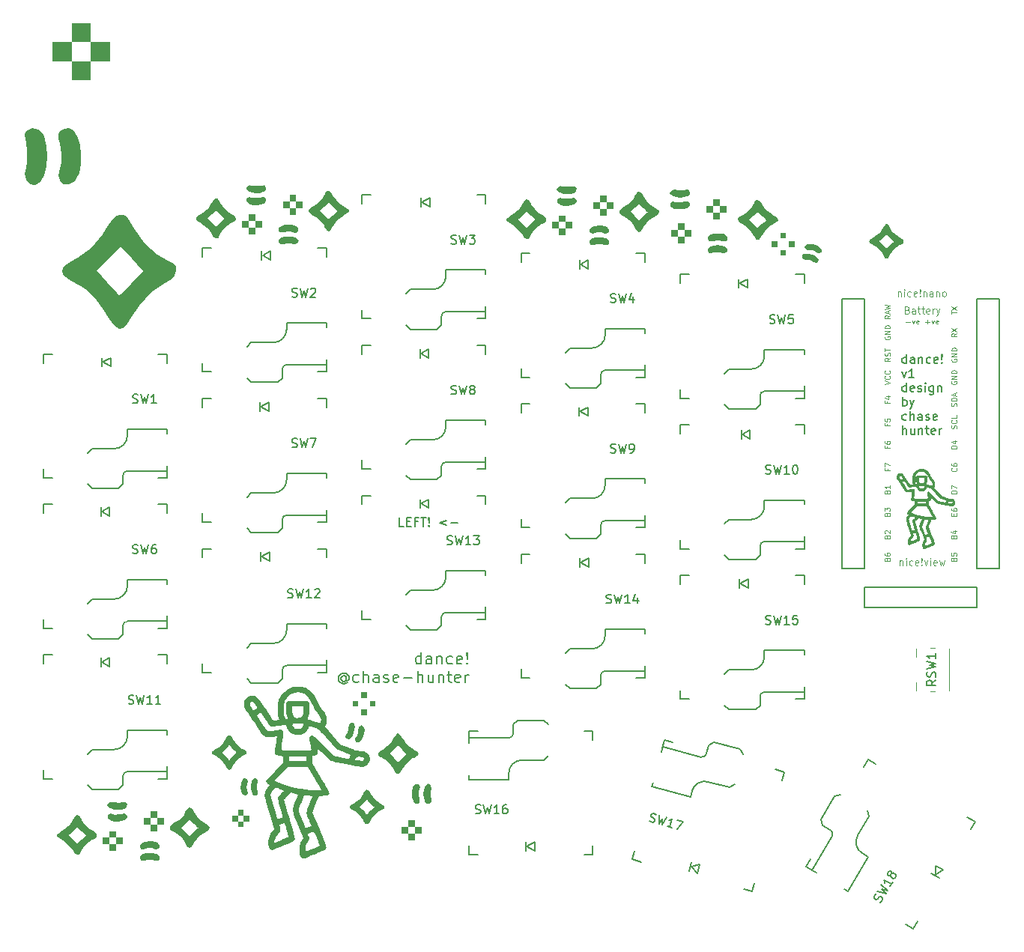
<source format=gbr>
G04 #@! TF.GenerationSoftware,KiCad,Pcbnew,7.0.8*
G04 #@! TF.CreationDate,2023-11-06T21:04:00-05:00*
G04 #@! TF.ProjectId,dance,64616e63-652e-46b6-9963-61645f706362,1.0*
G04 #@! TF.SameCoordinates,Original*
G04 #@! TF.FileFunction,Legend,Top*
G04 #@! TF.FilePolarity,Positive*
%FSLAX46Y46*%
G04 Gerber Fmt 4.6, Leading zero omitted, Abs format (unit mm)*
G04 Created by KiCad (PCBNEW 7.0.8) date 2023-11-06 21:04:00*
%MOMM*%
%LPD*%
G01*
G04 APERTURE LIST*
%ADD10C,0.200000*%
%ADD11C,0.150000*%
%ADD12C,0.100000*%
%ADD13C,0.080000*%
%ADD14C,0.120000*%
G04 APERTURE END LIST*
D10*
X121602765Y-98416284D02*
X121602765Y-97116284D01*
X121602765Y-98354380D02*
X121478956Y-98416284D01*
X121478956Y-98416284D02*
X121231337Y-98416284D01*
X121231337Y-98416284D02*
X121107527Y-98354380D01*
X121107527Y-98354380D02*
X121045622Y-98292475D01*
X121045622Y-98292475D02*
X120983718Y-98168665D01*
X120983718Y-98168665D02*
X120983718Y-97797237D01*
X120983718Y-97797237D02*
X121045622Y-97673427D01*
X121045622Y-97673427D02*
X121107527Y-97611522D01*
X121107527Y-97611522D02*
X121231337Y-97549618D01*
X121231337Y-97549618D02*
X121478956Y-97549618D01*
X121478956Y-97549618D02*
X121602765Y-97611522D01*
X122778955Y-98416284D02*
X122778955Y-97735332D01*
X122778955Y-97735332D02*
X122717050Y-97611522D01*
X122717050Y-97611522D02*
X122593241Y-97549618D01*
X122593241Y-97549618D02*
X122345622Y-97549618D01*
X122345622Y-97549618D02*
X122221812Y-97611522D01*
X122778955Y-98354380D02*
X122655146Y-98416284D01*
X122655146Y-98416284D02*
X122345622Y-98416284D01*
X122345622Y-98416284D02*
X122221812Y-98354380D01*
X122221812Y-98354380D02*
X122159908Y-98230570D01*
X122159908Y-98230570D02*
X122159908Y-98106760D01*
X122159908Y-98106760D02*
X122221812Y-97982951D01*
X122221812Y-97982951D02*
X122345622Y-97921046D01*
X122345622Y-97921046D02*
X122655146Y-97921046D01*
X122655146Y-97921046D02*
X122778955Y-97859141D01*
X123398002Y-97549618D02*
X123398002Y-98416284D01*
X123398002Y-97673427D02*
X123459907Y-97611522D01*
X123459907Y-97611522D02*
X123583717Y-97549618D01*
X123583717Y-97549618D02*
X123769431Y-97549618D01*
X123769431Y-97549618D02*
X123893240Y-97611522D01*
X123893240Y-97611522D02*
X123955145Y-97735332D01*
X123955145Y-97735332D02*
X123955145Y-98416284D01*
X125131335Y-98354380D02*
X125007526Y-98416284D01*
X125007526Y-98416284D02*
X124759907Y-98416284D01*
X124759907Y-98416284D02*
X124636097Y-98354380D01*
X124636097Y-98354380D02*
X124574192Y-98292475D01*
X124574192Y-98292475D02*
X124512288Y-98168665D01*
X124512288Y-98168665D02*
X124512288Y-97797237D01*
X124512288Y-97797237D02*
X124574192Y-97673427D01*
X124574192Y-97673427D02*
X124636097Y-97611522D01*
X124636097Y-97611522D02*
X124759907Y-97549618D01*
X124759907Y-97549618D02*
X125007526Y-97549618D01*
X125007526Y-97549618D02*
X125131335Y-97611522D01*
X126183716Y-98354380D02*
X126059907Y-98416284D01*
X126059907Y-98416284D02*
X125812288Y-98416284D01*
X125812288Y-98416284D02*
X125688478Y-98354380D01*
X125688478Y-98354380D02*
X125626574Y-98230570D01*
X125626574Y-98230570D02*
X125626574Y-97735332D01*
X125626574Y-97735332D02*
X125688478Y-97611522D01*
X125688478Y-97611522D02*
X125812288Y-97549618D01*
X125812288Y-97549618D02*
X126059907Y-97549618D01*
X126059907Y-97549618D02*
X126183716Y-97611522D01*
X126183716Y-97611522D02*
X126245621Y-97735332D01*
X126245621Y-97735332D02*
X126245621Y-97859141D01*
X126245621Y-97859141D02*
X125626574Y-97982951D01*
X126802764Y-98292475D02*
X126864669Y-98354380D01*
X126864669Y-98354380D02*
X126802764Y-98416284D01*
X126802764Y-98416284D02*
X126740860Y-98354380D01*
X126740860Y-98354380D02*
X126802764Y-98292475D01*
X126802764Y-98292475D02*
X126802764Y-98416284D01*
X126802764Y-97921046D02*
X126740860Y-97178189D01*
X126740860Y-97178189D02*
X126802764Y-97116284D01*
X126802764Y-97116284D02*
X126864669Y-97178189D01*
X126864669Y-97178189D02*
X126802764Y-97921046D01*
X126802764Y-97921046D02*
X126802764Y-97116284D01*
X113121813Y-99890237D02*
X113059908Y-99828332D01*
X113059908Y-99828332D02*
X112936099Y-99766427D01*
X112936099Y-99766427D02*
X112812289Y-99766427D01*
X112812289Y-99766427D02*
X112688480Y-99828332D01*
X112688480Y-99828332D02*
X112626575Y-99890237D01*
X112626575Y-99890237D02*
X112564670Y-100014046D01*
X112564670Y-100014046D02*
X112564670Y-100137856D01*
X112564670Y-100137856D02*
X112626575Y-100261665D01*
X112626575Y-100261665D02*
X112688480Y-100323570D01*
X112688480Y-100323570D02*
X112812289Y-100385475D01*
X112812289Y-100385475D02*
X112936099Y-100385475D01*
X112936099Y-100385475D02*
X113059908Y-100323570D01*
X113059908Y-100323570D02*
X113121813Y-100261665D01*
X113121813Y-99766427D02*
X113121813Y-100261665D01*
X113121813Y-100261665D02*
X113183718Y-100323570D01*
X113183718Y-100323570D02*
X113245623Y-100323570D01*
X113245623Y-100323570D02*
X113369432Y-100261665D01*
X113369432Y-100261665D02*
X113431337Y-100137856D01*
X113431337Y-100137856D02*
X113431337Y-99828332D01*
X113431337Y-99828332D02*
X113307528Y-99642618D01*
X113307528Y-99642618D02*
X113121813Y-99518808D01*
X113121813Y-99518808D02*
X112874194Y-99456903D01*
X112874194Y-99456903D02*
X112626575Y-99518808D01*
X112626575Y-99518808D02*
X112440861Y-99642618D01*
X112440861Y-99642618D02*
X112317051Y-99828332D01*
X112317051Y-99828332D02*
X112255147Y-100075951D01*
X112255147Y-100075951D02*
X112317051Y-100323570D01*
X112317051Y-100323570D02*
X112440861Y-100509284D01*
X112440861Y-100509284D02*
X112626575Y-100633094D01*
X112626575Y-100633094D02*
X112874194Y-100694999D01*
X112874194Y-100694999D02*
X113121813Y-100633094D01*
X113121813Y-100633094D02*
X113307528Y-100509284D01*
X114545623Y-100447380D02*
X114421814Y-100509284D01*
X114421814Y-100509284D02*
X114174195Y-100509284D01*
X114174195Y-100509284D02*
X114050385Y-100447380D01*
X114050385Y-100447380D02*
X113988480Y-100385475D01*
X113988480Y-100385475D02*
X113926576Y-100261665D01*
X113926576Y-100261665D02*
X113926576Y-99890237D01*
X113926576Y-99890237D02*
X113988480Y-99766427D01*
X113988480Y-99766427D02*
X114050385Y-99704522D01*
X114050385Y-99704522D02*
X114174195Y-99642618D01*
X114174195Y-99642618D02*
X114421814Y-99642618D01*
X114421814Y-99642618D02*
X114545623Y-99704522D01*
X115102766Y-100509284D02*
X115102766Y-99209284D01*
X115659909Y-100509284D02*
X115659909Y-99828332D01*
X115659909Y-99828332D02*
X115598004Y-99704522D01*
X115598004Y-99704522D02*
X115474195Y-99642618D01*
X115474195Y-99642618D02*
X115288481Y-99642618D01*
X115288481Y-99642618D02*
X115164671Y-99704522D01*
X115164671Y-99704522D02*
X115102766Y-99766427D01*
X116836099Y-100509284D02*
X116836099Y-99828332D01*
X116836099Y-99828332D02*
X116774194Y-99704522D01*
X116774194Y-99704522D02*
X116650385Y-99642618D01*
X116650385Y-99642618D02*
X116402766Y-99642618D01*
X116402766Y-99642618D02*
X116278956Y-99704522D01*
X116836099Y-100447380D02*
X116712290Y-100509284D01*
X116712290Y-100509284D02*
X116402766Y-100509284D01*
X116402766Y-100509284D02*
X116278956Y-100447380D01*
X116278956Y-100447380D02*
X116217052Y-100323570D01*
X116217052Y-100323570D02*
X116217052Y-100199760D01*
X116217052Y-100199760D02*
X116278956Y-100075951D01*
X116278956Y-100075951D02*
X116402766Y-100014046D01*
X116402766Y-100014046D02*
X116712290Y-100014046D01*
X116712290Y-100014046D02*
X116836099Y-99952141D01*
X117393242Y-100447380D02*
X117517051Y-100509284D01*
X117517051Y-100509284D02*
X117764670Y-100509284D01*
X117764670Y-100509284D02*
X117888480Y-100447380D01*
X117888480Y-100447380D02*
X117950384Y-100323570D01*
X117950384Y-100323570D02*
X117950384Y-100261665D01*
X117950384Y-100261665D02*
X117888480Y-100137856D01*
X117888480Y-100137856D02*
X117764670Y-100075951D01*
X117764670Y-100075951D02*
X117578956Y-100075951D01*
X117578956Y-100075951D02*
X117455146Y-100014046D01*
X117455146Y-100014046D02*
X117393242Y-99890237D01*
X117393242Y-99890237D02*
X117393242Y-99828332D01*
X117393242Y-99828332D02*
X117455146Y-99704522D01*
X117455146Y-99704522D02*
X117578956Y-99642618D01*
X117578956Y-99642618D02*
X117764670Y-99642618D01*
X117764670Y-99642618D02*
X117888480Y-99704522D01*
X119002765Y-100447380D02*
X118878956Y-100509284D01*
X118878956Y-100509284D02*
X118631337Y-100509284D01*
X118631337Y-100509284D02*
X118507527Y-100447380D01*
X118507527Y-100447380D02*
X118445623Y-100323570D01*
X118445623Y-100323570D02*
X118445623Y-99828332D01*
X118445623Y-99828332D02*
X118507527Y-99704522D01*
X118507527Y-99704522D02*
X118631337Y-99642618D01*
X118631337Y-99642618D02*
X118878956Y-99642618D01*
X118878956Y-99642618D02*
X119002765Y-99704522D01*
X119002765Y-99704522D02*
X119064670Y-99828332D01*
X119064670Y-99828332D02*
X119064670Y-99952141D01*
X119064670Y-99952141D02*
X118445623Y-100075951D01*
X119621813Y-100014046D02*
X120612290Y-100014046D01*
X121231337Y-100509284D02*
X121231337Y-99209284D01*
X121788480Y-100509284D02*
X121788480Y-99828332D01*
X121788480Y-99828332D02*
X121726575Y-99704522D01*
X121726575Y-99704522D02*
X121602766Y-99642618D01*
X121602766Y-99642618D02*
X121417052Y-99642618D01*
X121417052Y-99642618D02*
X121293242Y-99704522D01*
X121293242Y-99704522D02*
X121231337Y-99766427D01*
X122964670Y-99642618D02*
X122964670Y-100509284D01*
X122407527Y-99642618D02*
X122407527Y-100323570D01*
X122407527Y-100323570D02*
X122469432Y-100447380D01*
X122469432Y-100447380D02*
X122593242Y-100509284D01*
X122593242Y-100509284D02*
X122778956Y-100509284D01*
X122778956Y-100509284D02*
X122902765Y-100447380D01*
X122902765Y-100447380D02*
X122964670Y-100385475D01*
X123583717Y-99642618D02*
X123583717Y-100509284D01*
X123583717Y-99766427D02*
X123645622Y-99704522D01*
X123645622Y-99704522D02*
X123769432Y-99642618D01*
X123769432Y-99642618D02*
X123955146Y-99642618D01*
X123955146Y-99642618D02*
X124078955Y-99704522D01*
X124078955Y-99704522D02*
X124140860Y-99828332D01*
X124140860Y-99828332D02*
X124140860Y-100509284D01*
X124574193Y-99642618D02*
X125069431Y-99642618D01*
X124759907Y-99209284D02*
X124759907Y-100323570D01*
X124759907Y-100323570D02*
X124821812Y-100447380D01*
X124821812Y-100447380D02*
X124945622Y-100509284D01*
X124945622Y-100509284D02*
X125069431Y-100509284D01*
X125998002Y-100447380D02*
X125874193Y-100509284D01*
X125874193Y-100509284D02*
X125626574Y-100509284D01*
X125626574Y-100509284D02*
X125502764Y-100447380D01*
X125502764Y-100447380D02*
X125440860Y-100323570D01*
X125440860Y-100323570D02*
X125440860Y-99828332D01*
X125440860Y-99828332D02*
X125502764Y-99704522D01*
X125502764Y-99704522D02*
X125626574Y-99642618D01*
X125626574Y-99642618D02*
X125874193Y-99642618D01*
X125874193Y-99642618D02*
X125998002Y-99704522D01*
X125998002Y-99704522D02*
X126059907Y-99828332D01*
X126059907Y-99828332D02*
X126059907Y-99952141D01*
X126059907Y-99952141D02*
X125440860Y-100075951D01*
X126617050Y-100509284D02*
X126617050Y-99642618D01*
X126617050Y-99890237D02*
X126678955Y-99766427D01*
X126678955Y-99766427D02*
X126740860Y-99704522D01*
X126740860Y-99704522D02*
X126864669Y-99642618D01*
X126864669Y-99642618D02*
X126988479Y-99642618D01*
D11*
X176465350Y-64439819D02*
X176465350Y-63439819D01*
X176465350Y-64392200D02*
X176370112Y-64439819D01*
X176370112Y-64439819D02*
X176179636Y-64439819D01*
X176179636Y-64439819D02*
X176084398Y-64392200D01*
X176084398Y-64392200D02*
X176036779Y-64344580D01*
X176036779Y-64344580D02*
X175989160Y-64249342D01*
X175989160Y-64249342D02*
X175989160Y-63963628D01*
X175989160Y-63963628D02*
X176036779Y-63868390D01*
X176036779Y-63868390D02*
X176084398Y-63820771D01*
X176084398Y-63820771D02*
X176179636Y-63773152D01*
X176179636Y-63773152D02*
X176370112Y-63773152D01*
X176370112Y-63773152D02*
X176465350Y-63820771D01*
X177370112Y-64439819D02*
X177370112Y-63916009D01*
X177370112Y-63916009D02*
X177322493Y-63820771D01*
X177322493Y-63820771D02*
X177227255Y-63773152D01*
X177227255Y-63773152D02*
X177036779Y-63773152D01*
X177036779Y-63773152D02*
X176941541Y-63820771D01*
X177370112Y-64392200D02*
X177274874Y-64439819D01*
X177274874Y-64439819D02*
X177036779Y-64439819D01*
X177036779Y-64439819D02*
X176941541Y-64392200D01*
X176941541Y-64392200D02*
X176893922Y-64296961D01*
X176893922Y-64296961D02*
X176893922Y-64201723D01*
X176893922Y-64201723D02*
X176941541Y-64106485D01*
X176941541Y-64106485D02*
X177036779Y-64058866D01*
X177036779Y-64058866D02*
X177274874Y-64058866D01*
X177274874Y-64058866D02*
X177370112Y-64011247D01*
X177846303Y-63773152D02*
X177846303Y-64439819D01*
X177846303Y-63868390D02*
X177893922Y-63820771D01*
X177893922Y-63820771D02*
X177989160Y-63773152D01*
X177989160Y-63773152D02*
X178132017Y-63773152D01*
X178132017Y-63773152D02*
X178227255Y-63820771D01*
X178227255Y-63820771D02*
X178274874Y-63916009D01*
X178274874Y-63916009D02*
X178274874Y-64439819D01*
X179179636Y-64392200D02*
X179084398Y-64439819D01*
X179084398Y-64439819D02*
X178893922Y-64439819D01*
X178893922Y-64439819D02*
X178798684Y-64392200D01*
X178798684Y-64392200D02*
X178751065Y-64344580D01*
X178751065Y-64344580D02*
X178703446Y-64249342D01*
X178703446Y-64249342D02*
X178703446Y-63963628D01*
X178703446Y-63963628D02*
X178751065Y-63868390D01*
X178751065Y-63868390D02*
X178798684Y-63820771D01*
X178798684Y-63820771D02*
X178893922Y-63773152D01*
X178893922Y-63773152D02*
X179084398Y-63773152D01*
X179084398Y-63773152D02*
X179179636Y-63820771D01*
X179989160Y-64392200D02*
X179893922Y-64439819D01*
X179893922Y-64439819D02*
X179703446Y-64439819D01*
X179703446Y-64439819D02*
X179608208Y-64392200D01*
X179608208Y-64392200D02*
X179560589Y-64296961D01*
X179560589Y-64296961D02*
X179560589Y-63916009D01*
X179560589Y-63916009D02*
X179608208Y-63820771D01*
X179608208Y-63820771D02*
X179703446Y-63773152D01*
X179703446Y-63773152D02*
X179893922Y-63773152D01*
X179893922Y-63773152D02*
X179989160Y-63820771D01*
X179989160Y-63820771D02*
X180036779Y-63916009D01*
X180036779Y-63916009D02*
X180036779Y-64011247D01*
X180036779Y-64011247D02*
X179560589Y-64106485D01*
X180465351Y-64344580D02*
X180512970Y-64392200D01*
X180512970Y-64392200D02*
X180465351Y-64439819D01*
X180465351Y-64439819D02*
X180417732Y-64392200D01*
X180417732Y-64392200D02*
X180465351Y-64344580D01*
X180465351Y-64344580D02*
X180465351Y-64439819D01*
X180465351Y-64058866D02*
X180417732Y-63487438D01*
X180417732Y-63487438D02*
X180465351Y-63439819D01*
X180465351Y-63439819D02*
X180512970Y-63487438D01*
X180512970Y-63487438D02*
X180465351Y-64058866D01*
X180465351Y-64058866D02*
X180465351Y-63439819D01*
X175941541Y-65383152D02*
X176179636Y-66049819D01*
X176179636Y-66049819D02*
X176417731Y-65383152D01*
X177322493Y-66049819D02*
X176751065Y-66049819D01*
X177036779Y-66049819D02*
X177036779Y-65049819D01*
X177036779Y-65049819D02*
X176941541Y-65192676D01*
X176941541Y-65192676D02*
X176846303Y-65287914D01*
X176846303Y-65287914D02*
X176751065Y-65335533D01*
X176465350Y-67659819D02*
X176465350Y-66659819D01*
X176465350Y-67612200D02*
X176370112Y-67659819D01*
X176370112Y-67659819D02*
X176179636Y-67659819D01*
X176179636Y-67659819D02*
X176084398Y-67612200D01*
X176084398Y-67612200D02*
X176036779Y-67564580D01*
X176036779Y-67564580D02*
X175989160Y-67469342D01*
X175989160Y-67469342D02*
X175989160Y-67183628D01*
X175989160Y-67183628D02*
X176036779Y-67088390D01*
X176036779Y-67088390D02*
X176084398Y-67040771D01*
X176084398Y-67040771D02*
X176179636Y-66993152D01*
X176179636Y-66993152D02*
X176370112Y-66993152D01*
X176370112Y-66993152D02*
X176465350Y-67040771D01*
X177322493Y-67612200D02*
X177227255Y-67659819D01*
X177227255Y-67659819D02*
X177036779Y-67659819D01*
X177036779Y-67659819D02*
X176941541Y-67612200D01*
X176941541Y-67612200D02*
X176893922Y-67516961D01*
X176893922Y-67516961D02*
X176893922Y-67136009D01*
X176893922Y-67136009D02*
X176941541Y-67040771D01*
X176941541Y-67040771D02*
X177036779Y-66993152D01*
X177036779Y-66993152D02*
X177227255Y-66993152D01*
X177227255Y-66993152D02*
X177322493Y-67040771D01*
X177322493Y-67040771D02*
X177370112Y-67136009D01*
X177370112Y-67136009D02*
X177370112Y-67231247D01*
X177370112Y-67231247D02*
X176893922Y-67326485D01*
X177751065Y-67612200D02*
X177846303Y-67659819D01*
X177846303Y-67659819D02*
X178036779Y-67659819D01*
X178036779Y-67659819D02*
X178132017Y-67612200D01*
X178132017Y-67612200D02*
X178179636Y-67516961D01*
X178179636Y-67516961D02*
X178179636Y-67469342D01*
X178179636Y-67469342D02*
X178132017Y-67374104D01*
X178132017Y-67374104D02*
X178036779Y-67326485D01*
X178036779Y-67326485D02*
X177893922Y-67326485D01*
X177893922Y-67326485D02*
X177798684Y-67278866D01*
X177798684Y-67278866D02*
X177751065Y-67183628D01*
X177751065Y-67183628D02*
X177751065Y-67136009D01*
X177751065Y-67136009D02*
X177798684Y-67040771D01*
X177798684Y-67040771D02*
X177893922Y-66993152D01*
X177893922Y-66993152D02*
X178036779Y-66993152D01*
X178036779Y-66993152D02*
X178132017Y-67040771D01*
X178608208Y-67659819D02*
X178608208Y-66993152D01*
X178608208Y-66659819D02*
X178560589Y-66707438D01*
X178560589Y-66707438D02*
X178608208Y-66755057D01*
X178608208Y-66755057D02*
X178655827Y-66707438D01*
X178655827Y-66707438D02*
X178608208Y-66659819D01*
X178608208Y-66659819D02*
X178608208Y-66755057D01*
X179512969Y-66993152D02*
X179512969Y-67802676D01*
X179512969Y-67802676D02*
X179465350Y-67897914D01*
X179465350Y-67897914D02*
X179417731Y-67945533D01*
X179417731Y-67945533D02*
X179322493Y-67993152D01*
X179322493Y-67993152D02*
X179179636Y-67993152D01*
X179179636Y-67993152D02*
X179084398Y-67945533D01*
X179512969Y-67612200D02*
X179417731Y-67659819D01*
X179417731Y-67659819D02*
X179227255Y-67659819D01*
X179227255Y-67659819D02*
X179132017Y-67612200D01*
X179132017Y-67612200D02*
X179084398Y-67564580D01*
X179084398Y-67564580D02*
X179036779Y-67469342D01*
X179036779Y-67469342D02*
X179036779Y-67183628D01*
X179036779Y-67183628D02*
X179084398Y-67088390D01*
X179084398Y-67088390D02*
X179132017Y-67040771D01*
X179132017Y-67040771D02*
X179227255Y-66993152D01*
X179227255Y-66993152D02*
X179417731Y-66993152D01*
X179417731Y-66993152D02*
X179512969Y-67040771D01*
X179989160Y-66993152D02*
X179989160Y-67659819D01*
X179989160Y-67088390D02*
X180036779Y-67040771D01*
X180036779Y-67040771D02*
X180132017Y-66993152D01*
X180132017Y-66993152D02*
X180274874Y-66993152D01*
X180274874Y-66993152D02*
X180370112Y-67040771D01*
X180370112Y-67040771D02*
X180417731Y-67136009D01*
X180417731Y-67136009D02*
X180417731Y-67659819D01*
X176036779Y-69269819D02*
X176036779Y-68269819D01*
X176036779Y-68650771D02*
X176132017Y-68603152D01*
X176132017Y-68603152D02*
X176322493Y-68603152D01*
X176322493Y-68603152D02*
X176417731Y-68650771D01*
X176417731Y-68650771D02*
X176465350Y-68698390D01*
X176465350Y-68698390D02*
X176512969Y-68793628D01*
X176512969Y-68793628D02*
X176512969Y-69079342D01*
X176512969Y-69079342D02*
X176465350Y-69174580D01*
X176465350Y-69174580D02*
X176417731Y-69222200D01*
X176417731Y-69222200D02*
X176322493Y-69269819D01*
X176322493Y-69269819D02*
X176132017Y-69269819D01*
X176132017Y-69269819D02*
X176036779Y-69222200D01*
X176846303Y-68603152D02*
X177084398Y-69269819D01*
X177322493Y-68603152D02*
X177084398Y-69269819D01*
X177084398Y-69269819D02*
X176989160Y-69507914D01*
X176989160Y-69507914D02*
X176941541Y-69555533D01*
X176941541Y-69555533D02*
X176846303Y-69603152D01*
X176465350Y-70832200D02*
X176370112Y-70879819D01*
X176370112Y-70879819D02*
X176179636Y-70879819D01*
X176179636Y-70879819D02*
X176084398Y-70832200D01*
X176084398Y-70832200D02*
X176036779Y-70784580D01*
X176036779Y-70784580D02*
X175989160Y-70689342D01*
X175989160Y-70689342D02*
X175989160Y-70403628D01*
X175989160Y-70403628D02*
X176036779Y-70308390D01*
X176036779Y-70308390D02*
X176084398Y-70260771D01*
X176084398Y-70260771D02*
X176179636Y-70213152D01*
X176179636Y-70213152D02*
X176370112Y-70213152D01*
X176370112Y-70213152D02*
X176465350Y-70260771D01*
X176893922Y-70879819D02*
X176893922Y-69879819D01*
X177322493Y-70879819D02*
X177322493Y-70356009D01*
X177322493Y-70356009D02*
X177274874Y-70260771D01*
X177274874Y-70260771D02*
X177179636Y-70213152D01*
X177179636Y-70213152D02*
X177036779Y-70213152D01*
X177036779Y-70213152D02*
X176941541Y-70260771D01*
X176941541Y-70260771D02*
X176893922Y-70308390D01*
X178227255Y-70879819D02*
X178227255Y-70356009D01*
X178227255Y-70356009D02*
X178179636Y-70260771D01*
X178179636Y-70260771D02*
X178084398Y-70213152D01*
X178084398Y-70213152D02*
X177893922Y-70213152D01*
X177893922Y-70213152D02*
X177798684Y-70260771D01*
X178227255Y-70832200D02*
X178132017Y-70879819D01*
X178132017Y-70879819D02*
X177893922Y-70879819D01*
X177893922Y-70879819D02*
X177798684Y-70832200D01*
X177798684Y-70832200D02*
X177751065Y-70736961D01*
X177751065Y-70736961D02*
X177751065Y-70641723D01*
X177751065Y-70641723D02*
X177798684Y-70546485D01*
X177798684Y-70546485D02*
X177893922Y-70498866D01*
X177893922Y-70498866D02*
X178132017Y-70498866D01*
X178132017Y-70498866D02*
X178227255Y-70451247D01*
X178655827Y-70832200D02*
X178751065Y-70879819D01*
X178751065Y-70879819D02*
X178941541Y-70879819D01*
X178941541Y-70879819D02*
X179036779Y-70832200D01*
X179036779Y-70832200D02*
X179084398Y-70736961D01*
X179084398Y-70736961D02*
X179084398Y-70689342D01*
X179084398Y-70689342D02*
X179036779Y-70594104D01*
X179036779Y-70594104D02*
X178941541Y-70546485D01*
X178941541Y-70546485D02*
X178798684Y-70546485D01*
X178798684Y-70546485D02*
X178703446Y-70498866D01*
X178703446Y-70498866D02*
X178655827Y-70403628D01*
X178655827Y-70403628D02*
X178655827Y-70356009D01*
X178655827Y-70356009D02*
X178703446Y-70260771D01*
X178703446Y-70260771D02*
X178798684Y-70213152D01*
X178798684Y-70213152D02*
X178941541Y-70213152D01*
X178941541Y-70213152D02*
X179036779Y-70260771D01*
X179893922Y-70832200D02*
X179798684Y-70879819D01*
X179798684Y-70879819D02*
X179608208Y-70879819D01*
X179608208Y-70879819D02*
X179512970Y-70832200D01*
X179512970Y-70832200D02*
X179465351Y-70736961D01*
X179465351Y-70736961D02*
X179465351Y-70356009D01*
X179465351Y-70356009D02*
X179512970Y-70260771D01*
X179512970Y-70260771D02*
X179608208Y-70213152D01*
X179608208Y-70213152D02*
X179798684Y-70213152D01*
X179798684Y-70213152D02*
X179893922Y-70260771D01*
X179893922Y-70260771D02*
X179941541Y-70356009D01*
X179941541Y-70356009D02*
X179941541Y-70451247D01*
X179941541Y-70451247D02*
X179465351Y-70546485D01*
X176036779Y-72489819D02*
X176036779Y-71489819D01*
X176465350Y-72489819D02*
X176465350Y-71966009D01*
X176465350Y-71966009D02*
X176417731Y-71870771D01*
X176417731Y-71870771D02*
X176322493Y-71823152D01*
X176322493Y-71823152D02*
X176179636Y-71823152D01*
X176179636Y-71823152D02*
X176084398Y-71870771D01*
X176084398Y-71870771D02*
X176036779Y-71918390D01*
X177370112Y-71823152D02*
X177370112Y-72489819D01*
X176941541Y-71823152D02*
X176941541Y-72346961D01*
X176941541Y-72346961D02*
X176989160Y-72442200D01*
X176989160Y-72442200D02*
X177084398Y-72489819D01*
X177084398Y-72489819D02*
X177227255Y-72489819D01*
X177227255Y-72489819D02*
X177322493Y-72442200D01*
X177322493Y-72442200D02*
X177370112Y-72394580D01*
X177846303Y-71823152D02*
X177846303Y-72489819D01*
X177846303Y-71918390D02*
X177893922Y-71870771D01*
X177893922Y-71870771D02*
X177989160Y-71823152D01*
X177989160Y-71823152D02*
X178132017Y-71823152D01*
X178132017Y-71823152D02*
X178227255Y-71870771D01*
X178227255Y-71870771D02*
X178274874Y-71966009D01*
X178274874Y-71966009D02*
X178274874Y-72489819D01*
X178608208Y-71823152D02*
X178989160Y-71823152D01*
X178751065Y-71489819D02*
X178751065Y-72346961D01*
X178751065Y-72346961D02*
X178798684Y-72442200D01*
X178798684Y-72442200D02*
X178893922Y-72489819D01*
X178893922Y-72489819D02*
X178989160Y-72489819D01*
X179703446Y-72442200D02*
X179608208Y-72489819D01*
X179608208Y-72489819D02*
X179417732Y-72489819D01*
X179417732Y-72489819D02*
X179322494Y-72442200D01*
X179322494Y-72442200D02*
X179274875Y-72346961D01*
X179274875Y-72346961D02*
X179274875Y-71966009D01*
X179274875Y-71966009D02*
X179322494Y-71870771D01*
X179322494Y-71870771D02*
X179417732Y-71823152D01*
X179417732Y-71823152D02*
X179608208Y-71823152D01*
X179608208Y-71823152D02*
X179703446Y-71870771D01*
X179703446Y-71870771D02*
X179751065Y-71966009D01*
X179751065Y-71966009D02*
X179751065Y-72061247D01*
X179751065Y-72061247D02*
X179274875Y-72156485D01*
X180179637Y-72489819D02*
X180179637Y-71823152D01*
X180179637Y-72013628D02*
X180227256Y-71918390D01*
X180227256Y-71918390D02*
X180274875Y-71870771D01*
X180274875Y-71870771D02*
X180370113Y-71823152D01*
X180370113Y-71823152D02*
X180465351Y-71823152D01*
D10*
X119645863Y-82867219D02*
X119169673Y-82867219D01*
X119169673Y-82867219D02*
X119169673Y-81867219D01*
X119979197Y-82343409D02*
X120312530Y-82343409D01*
X120455387Y-82867219D02*
X119979197Y-82867219D01*
X119979197Y-82867219D02*
X119979197Y-81867219D01*
X119979197Y-81867219D02*
X120455387Y-81867219D01*
X121217292Y-82343409D02*
X120883959Y-82343409D01*
X120883959Y-82867219D02*
X120883959Y-81867219D01*
X120883959Y-81867219D02*
X121360149Y-81867219D01*
X121598245Y-81867219D02*
X122169673Y-81867219D01*
X121883959Y-82867219D02*
X121883959Y-81867219D01*
X122503007Y-82771980D02*
X122550626Y-82819600D01*
X122550626Y-82819600D02*
X122503007Y-82867219D01*
X122503007Y-82867219D02*
X122455388Y-82819600D01*
X122455388Y-82819600D02*
X122503007Y-82771980D01*
X122503007Y-82771980D02*
X122503007Y-82867219D01*
X122503007Y-82486266D02*
X122455388Y-81914838D01*
X122455388Y-81914838D02*
X122503007Y-81867219D01*
X122503007Y-81867219D02*
X122550626Y-81914838D01*
X122550626Y-81914838D02*
X122503007Y-82486266D01*
X122503007Y-82486266D02*
X122503007Y-81867219D01*
X124503007Y-82200552D02*
X123741102Y-82486266D01*
X123741102Y-82486266D02*
X124503007Y-82771980D01*
X124979197Y-82486266D02*
X125741102Y-82486266D01*
D12*
X175704763Y-86731561D02*
X175704763Y-87264895D01*
X175704763Y-86807752D02*
X175742858Y-86769657D01*
X175742858Y-86769657D02*
X175819048Y-86731561D01*
X175819048Y-86731561D02*
X175933334Y-86731561D01*
X175933334Y-86731561D02*
X176009525Y-86769657D01*
X176009525Y-86769657D02*
X176047620Y-86845847D01*
X176047620Y-86845847D02*
X176047620Y-87264895D01*
X176428573Y-87264895D02*
X176428573Y-86731561D01*
X176428573Y-86464895D02*
X176390477Y-86502990D01*
X176390477Y-86502990D02*
X176428573Y-86541085D01*
X176428573Y-86541085D02*
X176466668Y-86502990D01*
X176466668Y-86502990D02*
X176428573Y-86464895D01*
X176428573Y-86464895D02*
X176428573Y-86541085D01*
X177152382Y-87226800D02*
X177076191Y-87264895D01*
X177076191Y-87264895D02*
X176923810Y-87264895D01*
X176923810Y-87264895D02*
X176847620Y-87226800D01*
X176847620Y-87226800D02*
X176809525Y-87188704D01*
X176809525Y-87188704D02*
X176771429Y-87112514D01*
X176771429Y-87112514D02*
X176771429Y-86883942D01*
X176771429Y-86883942D02*
X176809525Y-86807752D01*
X176809525Y-86807752D02*
X176847620Y-86769657D01*
X176847620Y-86769657D02*
X176923810Y-86731561D01*
X176923810Y-86731561D02*
X177076191Y-86731561D01*
X177076191Y-86731561D02*
X177152382Y-86769657D01*
X177800001Y-87226800D02*
X177723810Y-87264895D01*
X177723810Y-87264895D02*
X177571429Y-87264895D01*
X177571429Y-87264895D02*
X177495239Y-87226800D01*
X177495239Y-87226800D02*
X177457143Y-87150609D01*
X177457143Y-87150609D02*
X177457143Y-86845847D01*
X177457143Y-86845847D02*
X177495239Y-86769657D01*
X177495239Y-86769657D02*
X177571429Y-86731561D01*
X177571429Y-86731561D02*
X177723810Y-86731561D01*
X177723810Y-86731561D02*
X177800001Y-86769657D01*
X177800001Y-86769657D02*
X177838096Y-86845847D01*
X177838096Y-86845847D02*
X177838096Y-86922038D01*
X177838096Y-86922038D02*
X177457143Y-86998228D01*
X178180953Y-87188704D02*
X178219048Y-87226800D01*
X178219048Y-87226800D02*
X178180953Y-87264895D01*
X178180953Y-87264895D02*
X178142857Y-87226800D01*
X178142857Y-87226800D02*
X178180953Y-87188704D01*
X178180953Y-87188704D02*
X178180953Y-87264895D01*
X178180953Y-86960133D02*
X178142857Y-86502990D01*
X178142857Y-86502990D02*
X178180953Y-86464895D01*
X178180953Y-86464895D02*
X178219048Y-86502990D01*
X178219048Y-86502990D02*
X178180953Y-86960133D01*
X178180953Y-86960133D02*
X178180953Y-86464895D01*
X178485714Y-86731561D02*
X178676190Y-87264895D01*
X178676190Y-87264895D02*
X178866667Y-86731561D01*
X179171429Y-87264895D02*
X179171429Y-86731561D01*
X179171429Y-86464895D02*
X179133333Y-86502990D01*
X179133333Y-86502990D02*
X179171429Y-86541085D01*
X179171429Y-86541085D02*
X179209524Y-86502990D01*
X179209524Y-86502990D02*
X179171429Y-86464895D01*
X179171429Y-86464895D02*
X179171429Y-86541085D01*
X179857143Y-87226800D02*
X179780952Y-87264895D01*
X179780952Y-87264895D02*
X179628571Y-87264895D01*
X179628571Y-87264895D02*
X179552381Y-87226800D01*
X179552381Y-87226800D02*
X179514285Y-87150609D01*
X179514285Y-87150609D02*
X179514285Y-86845847D01*
X179514285Y-86845847D02*
X179552381Y-86769657D01*
X179552381Y-86769657D02*
X179628571Y-86731561D01*
X179628571Y-86731561D02*
X179780952Y-86731561D01*
X179780952Y-86731561D02*
X179857143Y-86769657D01*
X179857143Y-86769657D02*
X179895238Y-86845847D01*
X179895238Y-86845847D02*
X179895238Y-86922038D01*
X179895238Y-86922038D02*
X179514285Y-86998228D01*
X180161904Y-86731561D02*
X180314285Y-87264895D01*
X180314285Y-87264895D02*
X180466666Y-86883942D01*
X180466666Y-86883942D02*
X180619047Y-87264895D01*
X180619047Y-87264895D02*
X180771428Y-86731561D01*
X175514285Y-56331561D02*
X175514285Y-56864895D01*
X175514285Y-56407752D02*
X175552380Y-56369657D01*
X175552380Y-56369657D02*
X175628570Y-56331561D01*
X175628570Y-56331561D02*
X175742856Y-56331561D01*
X175742856Y-56331561D02*
X175819047Y-56369657D01*
X175819047Y-56369657D02*
X175857142Y-56445847D01*
X175857142Y-56445847D02*
X175857142Y-56864895D01*
X176238095Y-56864895D02*
X176238095Y-56331561D01*
X176238095Y-56064895D02*
X176199999Y-56102990D01*
X176199999Y-56102990D02*
X176238095Y-56141085D01*
X176238095Y-56141085D02*
X176276190Y-56102990D01*
X176276190Y-56102990D02*
X176238095Y-56064895D01*
X176238095Y-56064895D02*
X176238095Y-56141085D01*
X176961904Y-56826800D02*
X176885713Y-56864895D01*
X176885713Y-56864895D02*
X176733332Y-56864895D01*
X176733332Y-56864895D02*
X176657142Y-56826800D01*
X176657142Y-56826800D02*
X176619047Y-56788704D01*
X176619047Y-56788704D02*
X176580951Y-56712514D01*
X176580951Y-56712514D02*
X176580951Y-56483942D01*
X176580951Y-56483942D02*
X176619047Y-56407752D01*
X176619047Y-56407752D02*
X176657142Y-56369657D01*
X176657142Y-56369657D02*
X176733332Y-56331561D01*
X176733332Y-56331561D02*
X176885713Y-56331561D01*
X176885713Y-56331561D02*
X176961904Y-56369657D01*
X177609523Y-56826800D02*
X177533332Y-56864895D01*
X177533332Y-56864895D02*
X177380951Y-56864895D01*
X177380951Y-56864895D02*
X177304761Y-56826800D01*
X177304761Y-56826800D02*
X177266665Y-56750609D01*
X177266665Y-56750609D02*
X177266665Y-56445847D01*
X177266665Y-56445847D02*
X177304761Y-56369657D01*
X177304761Y-56369657D02*
X177380951Y-56331561D01*
X177380951Y-56331561D02*
X177533332Y-56331561D01*
X177533332Y-56331561D02*
X177609523Y-56369657D01*
X177609523Y-56369657D02*
X177647618Y-56445847D01*
X177647618Y-56445847D02*
X177647618Y-56522038D01*
X177647618Y-56522038D02*
X177266665Y-56598228D01*
X177990475Y-56788704D02*
X178028570Y-56826800D01*
X178028570Y-56826800D02*
X177990475Y-56864895D01*
X177990475Y-56864895D02*
X177952379Y-56826800D01*
X177952379Y-56826800D02*
X177990475Y-56788704D01*
X177990475Y-56788704D02*
X177990475Y-56864895D01*
X177990475Y-56560133D02*
X177952379Y-56102990D01*
X177952379Y-56102990D02*
X177990475Y-56064895D01*
X177990475Y-56064895D02*
X178028570Y-56102990D01*
X178028570Y-56102990D02*
X177990475Y-56560133D01*
X177990475Y-56560133D02*
X177990475Y-56064895D01*
X178371427Y-56331561D02*
X178371427Y-56864895D01*
X178371427Y-56407752D02*
X178409522Y-56369657D01*
X178409522Y-56369657D02*
X178485712Y-56331561D01*
X178485712Y-56331561D02*
X178599998Y-56331561D01*
X178599998Y-56331561D02*
X178676189Y-56369657D01*
X178676189Y-56369657D02*
X178714284Y-56445847D01*
X178714284Y-56445847D02*
X178714284Y-56864895D01*
X179438094Y-56864895D02*
X179438094Y-56445847D01*
X179438094Y-56445847D02*
X179399999Y-56369657D01*
X179399999Y-56369657D02*
X179323808Y-56331561D01*
X179323808Y-56331561D02*
X179171427Y-56331561D01*
X179171427Y-56331561D02*
X179095237Y-56369657D01*
X179438094Y-56826800D02*
X179361903Y-56864895D01*
X179361903Y-56864895D02*
X179171427Y-56864895D01*
X179171427Y-56864895D02*
X179095237Y-56826800D01*
X179095237Y-56826800D02*
X179057141Y-56750609D01*
X179057141Y-56750609D02*
X179057141Y-56674419D01*
X179057141Y-56674419D02*
X179095237Y-56598228D01*
X179095237Y-56598228D02*
X179171427Y-56560133D01*
X179171427Y-56560133D02*
X179361903Y-56560133D01*
X179361903Y-56560133D02*
X179438094Y-56522038D01*
X179819047Y-56331561D02*
X179819047Y-56864895D01*
X179819047Y-56407752D02*
X179857142Y-56369657D01*
X179857142Y-56369657D02*
X179933332Y-56331561D01*
X179933332Y-56331561D02*
X180047618Y-56331561D01*
X180047618Y-56331561D02*
X180123809Y-56369657D01*
X180123809Y-56369657D02*
X180161904Y-56445847D01*
X180161904Y-56445847D02*
X180161904Y-56864895D01*
X180657142Y-56864895D02*
X180580952Y-56826800D01*
X180580952Y-56826800D02*
X180542857Y-56788704D01*
X180542857Y-56788704D02*
X180504761Y-56712514D01*
X180504761Y-56712514D02*
X180504761Y-56483942D01*
X180504761Y-56483942D02*
X180542857Y-56407752D01*
X180542857Y-56407752D02*
X180580952Y-56369657D01*
X180580952Y-56369657D02*
X180657142Y-56331561D01*
X180657142Y-56331561D02*
X180771428Y-56331561D01*
X180771428Y-56331561D02*
X180847619Y-56369657D01*
X180847619Y-56369657D02*
X180885714Y-56407752D01*
X180885714Y-56407752D02*
X180923809Y-56483942D01*
X180923809Y-56483942D02*
X180923809Y-56712514D01*
X180923809Y-56712514D02*
X180885714Y-56788704D01*
X180885714Y-56788704D02*
X180847619Y-56826800D01*
X180847619Y-56826800D02*
X180771428Y-56864895D01*
X180771428Y-56864895D02*
X180657142Y-56864895D01*
D11*
X89021667Y-68902200D02*
X89164524Y-68949819D01*
X89164524Y-68949819D02*
X89402619Y-68949819D01*
X89402619Y-68949819D02*
X89497857Y-68902200D01*
X89497857Y-68902200D02*
X89545476Y-68854580D01*
X89545476Y-68854580D02*
X89593095Y-68759342D01*
X89593095Y-68759342D02*
X89593095Y-68664104D01*
X89593095Y-68664104D02*
X89545476Y-68568866D01*
X89545476Y-68568866D02*
X89497857Y-68521247D01*
X89497857Y-68521247D02*
X89402619Y-68473628D01*
X89402619Y-68473628D02*
X89212143Y-68426009D01*
X89212143Y-68426009D02*
X89116905Y-68378390D01*
X89116905Y-68378390D02*
X89069286Y-68330771D01*
X89069286Y-68330771D02*
X89021667Y-68235533D01*
X89021667Y-68235533D02*
X89021667Y-68140295D01*
X89021667Y-68140295D02*
X89069286Y-68045057D01*
X89069286Y-68045057D02*
X89116905Y-67997438D01*
X89116905Y-67997438D02*
X89212143Y-67949819D01*
X89212143Y-67949819D02*
X89450238Y-67949819D01*
X89450238Y-67949819D02*
X89593095Y-67997438D01*
X89926429Y-67949819D02*
X90164524Y-68949819D01*
X90164524Y-68949819D02*
X90355000Y-68235533D01*
X90355000Y-68235533D02*
X90545476Y-68949819D01*
X90545476Y-68949819D02*
X90783572Y-67949819D01*
X91688333Y-68949819D02*
X91116905Y-68949819D01*
X91402619Y-68949819D02*
X91402619Y-67949819D01*
X91402619Y-67949819D02*
X91307381Y-68092676D01*
X91307381Y-68092676D02*
X91212143Y-68187914D01*
X91212143Y-68187914D02*
X91116905Y-68235533D01*
X107021667Y-56902200D02*
X107164524Y-56949819D01*
X107164524Y-56949819D02*
X107402619Y-56949819D01*
X107402619Y-56949819D02*
X107497857Y-56902200D01*
X107497857Y-56902200D02*
X107545476Y-56854580D01*
X107545476Y-56854580D02*
X107593095Y-56759342D01*
X107593095Y-56759342D02*
X107593095Y-56664104D01*
X107593095Y-56664104D02*
X107545476Y-56568866D01*
X107545476Y-56568866D02*
X107497857Y-56521247D01*
X107497857Y-56521247D02*
X107402619Y-56473628D01*
X107402619Y-56473628D02*
X107212143Y-56426009D01*
X107212143Y-56426009D02*
X107116905Y-56378390D01*
X107116905Y-56378390D02*
X107069286Y-56330771D01*
X107069286Y-56330771D02*
X107021667Y-56235533D01*
X107021667Y-56235533D02*
X107021667Y-56140295D01*
X107021667Y-56140295D02*
X107069286Y-56045057D01*
X107069286Y-56045057D02*
X107116905Y-55997438D01*
X107116905Y-55997438D02*
X107212143Y-55949819D01*
X107212143Y-55949819D02*
X107450238Y-55949819D01*
X107450238Y-55949819D02*
X107593095Y-55997438D01*
X107926429Y-55949819D02*
X108164524Y-56949819D01*
X108164524Y-56949819D02*
X108355000Y-56235533D01*
X108355000Y-56235533D02*
X108545476Y-56949819D01*
X108545476Y-56949819D02*
X108783572Y-55949819D01*
X109116905Y-56045057D02*
X109164524Y-55997438D01*
X109164524Y-55997438D02*
X109259762Y-55949819D01*
X109259762Y-55949819D02*
X109497857Y-55949819D01*
X109497857Y-55949819D02*
X109593095Y-55997438D01*
X109593095Y-55997438D02*
X109640714Y-56045057D01*
X109640714Y-56045057D02*
X109688333Y-56140295D01*
X109688333Y-56140295D02*
X109688333Y-56235533D01*
X109688333Y-56235533D02*
X109640714Y-56378390D01*
X109640714Y-56378390D02*
X109069286Y-56949819D01*
X109069286Y-56949819D02*
X109688333Y-56949819D01*
X125021667Y-50902200D02*
X125164524Y-50949819D01*
X125164524Y-50949819D02*
X125402619Y-50949819D01*
X125402619Y-50949819D02*
X125497857Y-50902200D01*
X125497857Y-50902200D02*
X125545476Y-50854580D01*
X125545476Y-50854580D02*
X125593095Y-50759342D01*
X125593095Y-50759342D02*
X125593095Y-50664104D01*
X125593095Y-50664104D02*
X125545476Y-50568866D01*
X125545476Y-50568866D02*
X125497857Y-50521247D01*
X125497857Y-50521247D02*
X125402619Y-50473628D01*
X125402619Y-50473628D02*
X125212143Y-50426009D01*
X125212143Y-50426009D02*
X125116905Y-50378390D01*
X125116905Y-50378390D02*
X125069286Y-50330771D01*
X125069286Y-50330771D02*
X125021667Y-50235533D01*
X125021667Y-50235533D02*
X125021667Y-50140295D01*
X125021667Y-50140295D02*
X125069286Y-50045057D01*
X125069286Y-50045057D02*
X125116905Y-49997438D01*
X125116905Y-49997438D02*
X125212143Y-49949819D01*
X125212143Y-49949819D02*
X125450238Y-49949819D01*
X125450238Y-49949819D02*
X125593095Y-49997438D01*
X125926429Y-49949819D02*
X126164524Y-50949819D01*
X126164524Y-50949819D02*
X126355000Y-50235533D01*
X126355000Y-50235533D02*
X126545476Y-50949819D01*
X126545476Y-50949819D02*
X126783572Y-49949819D01*
X127069286Y-49949819D02*
X127688333Y-49949819D01*
X127688333Y-49949819D02*
X127355000Y-50330771D01*
X127355000Y-50330771D02*
X127497857Y-50330771D01*
X127497857Y-50330771D02*
X127593095Y-50378390D01*
X127593095Y-50378390D02*
X127640714Y-50426009D01*
X127640714Y-50426009D02*
X127688333Y-50521247D01*
X127688333Y-50521247D02*
X127688333Y-50759342D01*
X127688333Y-50759342D02*
X127640714Y-50854580D01*
X127640714Y-50854580D02*
X127593095Y-50902200D01*
X127593095Y-50902200D02*
X127497857Y-50949819D01*
X127497857Y-50949819D02*
X127212143Y-50949819D01*
X127212143Y-50949819D02*
X127116905Y-50902200D01*
X127116905Y-50902200D02*
X127069286Y-50854580D01*
X143021667Y-57522200D02*
X143164524Y-57569819D01*
X143164524Y-57569819D02*
X143402619Y-57569819D01*
X143402619Y-57569819D02*
X143497857Y-57522200D01*
X143497857Y-57522200D02*
X143545476Y-57474580D01*
X143545476Y-57474580D02*
X143593095Y-57379342D01*
X143593095Y-57379342D02*
X143593095Y-57284104D01*
X143593095Y-57284104D02*
X143545476Y-57188866D01*
X143545476Y-57188866D02*
X143497857Y-57141247D01*
X143497857Y-57141247D02*
X143402619Y-57093628D01*
X143402619Y-57093628D02*
X143212143Y-57046009D01*
X143212143Y-57046009D02*
X143116905Y-56998390D01*
X143116905Y-56998390D02*
X143069286Y-56950771D01*
X143069286Y-56950771D02*
X143021667Y-56855533D01*
X143021667Y-56855533D02*
X143021667Y-56760295D01*
X143021667Y-56760295D02*
X143069286Y-56665057D01*
X143069286Y-56665057D02*
X143116905Y-56617438D01*
X143116905Y-56617438D02*
X143212143Y-56569819D01*
X143212143Y-56569819D02*
X143450238Y-56569819D01*
X143450238Y-56569819D02*
X143593095Y-56617438D01*
X143926429Y-56569819D02*
X144164524Y-57569819D01*
X144164524Y-57569819D02*
X144355000Y-56855533D01*
X144355000Y-56855533D02*
X144545476Y-57569819D01*
X144545476Y-57569819D02*
X144783572Y-56569819D01*
X145593095Y-56903152D02*
X145593095Y-57569819D01*
X145355000Y-56522200D02*
X145116905Y-57236485D01*
X145116905Y-57236485D02*
X145735952Y-57236485D01*
X161021667Y-59902200D02*
X161164524Y-59949819D01*
X161164524Y-59949819D02*
X161402619Y-59949819D01*
X161402619Y-59949819D02*
X161497857Y-59902200D01*
X161497857Y-59902200D02*
X161545476Y-59854580D01*
X161545476Y-59854580D02*
X161593095Y-59759342D01*
X161593095Y-59759342D02*
X161593095Y-59664104D01*
X161593095Y-59664104D02*
X161545476Y-59568866D01*
X161545476Y-59568866D02*
X161497857Y-59521247D01*
X161497857Y-59521247D02*
X161402619Y-59473628D01*
X161402619Y-59473628D02*
X161212143Y-59426009D01*
X161212143Y-59426009D02*
X161116905Y-59378390D01*
X161116905Y-59378390D02*
X161069286Y-59330771D01*
X161069286Y-59330771D02*
X161021667Y-59235533D01*
X161021667Y-59235533D02*
X161021667Y-59140295D01*
X161021667Y-59140295D02*
X161069286Y-59045057D01*
X161069286Y-59045057D02*
X161116905Y-58997438D01*
X161116905Y-58997438D02*
X161212143Y-58949819D01*
X161212143Y-58949819D02*
X161450238Y-58949819D01*
X161450238Y-58949819D02*
X161593095Y-58997438D01*
X161926429Y-58949819D02*
X162164524Y-59949819D01*
X162164524Y-59949819D02*
X162355000Y-59235533D01*
X162355000Y-59235533D02*
X162545476Y-59949819D01*
X162545476Y-59949819D02*
X162783572Y-58949819D01*
X163640714Y-58949819D02*
X163164524Y-58949819D01*
X163164524Y-58949819D02*
X163116905Y-59426009D01*
X163116905Y-59426009D02*
X163164524Y-59378390D01*
X163164524Y-59378390D02*
X163259762Y-59330771D01*
X163259762Y-59330771D02*
X163497857Y-59330771D01*
X163497857Y-59330771D02*
X163593095Y-59378390D01*
X163593095Y-59378390D02*
X163640714Y-59426009D01*
X163640714Y-59426009D02*
X163688333Y-59521247D01*
X163688333Y-59521247D02*
X163688333Y-59759342D01*
X163688333Y-59759342D02*
X163640714Y-59854580D01*
X163640714Y-59854580D02*
X163593095Y-59902200D01*
X163593095Y-59902200D02*
X163497857Y-59949819D01*
X163497857Y-59949819D02*
X163259762Y-59949819D01*
X163259762Y-59949819D02*
X163164524Y-59902200D01*
X163164524Y-59902200D02*
X163116905Y-59854580D01*
X89021667Y-85902200D02*
X89164524Y-85949819D01*
X89164524Y-85949819D02*
X89402619Y-85949819D01*
X89402619Y-85949819D02*
X89497857Y-85902200D01*
X89497857Y-85902200D02*
X89545476Y-85854580D01*
X89545476Y-85854580D02*
X89593095Y-85759342D01*
X89593095Y-85759342D02*
X89593095Y-85664104D01*
X89593095Y-85664104D02*
X89545476Y-85568866D01*
X89545476Y-85568866D02*
X89497857Y-85521247D01*
X89497857Y-85521247D02*
X89402619Y-85473628D01*
X89402619Y-85473628D02*
X89212143Y-85426009D01*
X89212143Y-85426009D02*
X89116905Y-85378390D01*
X89116905Y-85378390D02*
X89069286Y-85330771D01*
X89069286Y-85330771D02*
X89021667Y-85235533D01*
X89021667Y-85235533D02*
X89021667Y-85140295D01*
X89021667Y-85140295D02*
X89069286Y-85045057D01*
X89069286Y-85045057D02*
X89116905Y-84997438D01*
X89116905Y-84997438D02*
X89212143Y-84949819D01*
X89212143Y-84949819D02*
X89450238Y-84949819D01*
X89450238Y-84949819D02*
X89593095Y-84997438D01*
X89926429Y-84949819D02*
X90164524Y-85949819D01*
X90164524Y-85949819D02*
X90355000Y-85235533D01*
X90355000Y-85235533D02*
X90545476Y-85949819D01*
X90545476Y-85949819D02*
X90783572Y-84949819D01*
X91593095Y-84949819D02*
X91402619Y-84949819D01*
X91402619Y-84949819D02*
X91307381Y-84997438D01*
X91307381Y-84997438D02*
X91259762Y-85045057D01*
X91259762Y-85045057D02*
X91164524Y-85187914D01*
X91164524Y-85187914D02*
X91116905Y-85378390D01*
X91116905Y-85378390D02*
X91116905Y-85759342D01*
X91116905Y-85759342D02*
X91164524Y-85854580D01*
X91164524Y-85854580D02*
X91212143Y-85902200D01*
X91212143Y-85902200D02*
X91307381Y-85949819D01*
X91307381Y-85949819D02*
X91497857Y-85949819D01*
X91497857Y-85949819D02*
X91593095Y-85902200D01*
X91593095Y-85902200D02*
X91640714Y-85854580D01*
X91640714Y-85854580D02*
X91688333Y-85759342D01*
X91688333Y-85759342D02*
X91688333Y-85521247D01*
X91688333Y-85521247D02*
X91640714Y-85426009D01*
X91640714Y-85426009D02*
X91593095Y-85378390D01*
X91593095Y-85378390D02*
X91497857Y-85330771D01*
X91497857Y-85330771D02*
X91307381Y-85330771D01*
X91307381Y-85330771D02*
X91212143Y-85378390D01*
X91212143Y-85378390D02*
X91164524Y-85426009D01*
X91164524Y-85426009D02*
X91116905Y-85521247D01*
X107021667Y-73902200D02*
X107164524Y-73949819D01*
X107164524Y-73949819D02*
X107402619Y-73949819D01*
X107402619Y-73949819D02*
X107497857Y-73902200D01*
X107497857Y-73902200D02*
X107545476Y-73854580D01*
X107545476Y-73854580D02*
X107593095Y-73759342D01*
X107593095Y-73759342D02*
X107593095Y-73664104D01*
X107593095Y-73664104D02*
X107545476Y-73568866D01*
X107545476Y-73568866D02*
X107497857Y-73521247D01*
X107497857Y-73521247D02*
X107402619Y-73473628D01*
X107402619Y-73473628D02*
X107212143Y-73426009D01*
X107212143Y-73426009D02*
X107116905Y-73378390D01*
X107116905Y-73378390D02*
X107069286Y-73330771D01*
X107069286Y-73330771D02*
X107021667Y-73235533D01*
X107021667Y-73235533D02*
X107021667Y-73140295D01*
X107021667Y-73140295D02*
X107069286Y-73045057D01*
X107069286Y-73045057D02*
X107116905Y-72997438D01*
X107116905Y-72997438D02*
X107212143Y-72949819D01*
X107212143Y-72949819D02*
X107450238Y-72949819D01*
X107450238Y-72949819D02*
X107593095Y-72997438D01*
X107926429Y-72949819D02*
X108164524Y-73949819D01*
X108164524Y-73949819D02*
X108355000Y-73235533D01*
X108355000Y-73235533D02*
X108545476Y-73949819D01*
X108545476Y-73949819D02*
X108783572Y-72949819D01*
X109069286Y-72949819D02*
X109735952Y-72949819D01*
X109735952Y-72949819D02*
X109307381Y-73949819D01*
X125021667Y-67902200D02*
X125164524Y-67949819D01*
X125164524Y-67949819D02*
X125402619Y-67949819D01*
X125402619Y-67949819D02*
X125497857Y-67902200D01*
X125497857Y-67902200D02*
X125545476Y-67854580D01*
X125545476Y-67854580D02*
X125593095Y-67759342D01*
X125593095Y-67759342D02*
X125593095Y-67664104D01*
X125593095Y-67664104D02*
X125545476Y-67568866D01*
X125545476Y-67568866D02*
X125497857Y-67521247D01*
X125497857Y-67521247D02*
X125402619Y-67473628D01*
X125402619Y-67473628D02*
X125212143Y-67426009D01*
X125212143Y-67426009D02*
X125116905Y-67378390D01*
X125116905Y-67378390D02*
X125069286Y-67330771D01*
X125069286Y-67330771D02*
X125021667Y-67235533D01*
X125021667Y-67235533D02*
X125021667Y-67140295D01*
X125021667Y-67140295D02*
X125069286Y-67045057D01*
X125069286Y-67045057D02*
X125116905Y-66997438D01*
X125116905Y-66997438D02*
X125212143Y-66949819D01*
X125212143Y-66949819D02*
X125450238Y-66949819D01*
X125450238Y-66949819D02*
X125593095Y-66997438D01*
X125926429Y-66949819D02*
X126164524Y-67949819D01*
X126164524Y-67949819D02*
X126355000Y-67235533D01*
X126355000Y-67235533D02*
X126545476Y-67949819D01*
X126545476Y-67949819D02*
X126783572Y-66949819D01*
X127307381Y-67378390D02*
X127212143Y-67330771D01*
X127212143Y-67330771D02*
X127164524Y-67283152D01*
X127164524Y-67283152D02*
X127116905Y-67187914D01*
X127116905Y-67187914D02*
X127116905Y-67140295D01*
X127116905Y-67140295D02*
X127164524Y-67045057D01*
X127164524Y-67045057D02*
X127212143Y-66997438D01*
X127212143Y-66997438D02*
X127307381Y-66949819D01*
X127307381Y-66949819D02*
X127497857Y-66949819D01*
X127497857Y-66949819D02*
X127593095Y-66997438D01*
X127593095Y-66997438D02*
X127640714Y-67045057D01*
X127640714Y-67045057D02*
X127688333Y-67140295D01*
X127688333Y-67140295D02*
X127688333Y-67187914D01*
X127688333Y-67187914D02*
X127640714Y-67283152D01*
X127640714Y-67283152D02*
X127593095Y-67330771D01*
X127593095Y-67330771D02*
X127497857Y-67378390D01*
X127497857Y-67378390D02*
X127307381Y-67378390D01*
X127307381Y-67378390D02*
X127212143Y-67426009D01*
X127212143Y-67426009D02*
X127164524Y-67473628D01*
X127164524Y-67473628D02*
X127116905Y-67568866D01*
X127116905Y-67568866D02*
X127116905Y-67759342D01*
X127116905Y-67759342D02*
X127164524Y-67854580D01*
X127164524Y-67854580D02*
X127212143Y-67902200D01*
X127212143Y-67902200D02*
X127307381Y-67949819D01*
X127307381Y-67949819D02*
X127497857Y-67949819D01*
X127497857Y-67949819D02*
X127593095Y-67902200D01*
X127593095Y-67902200D02*
X127640714Y-67854580D01*
X127640714Y-67854580D02*
X127688333Y-67759342D01*
X127688333Y-67759342D02*
X127688333Y-67568866D01*
X127688333Y-67568866D02*
X127640714Y-67473628D01*
X127640714Y-67473628D02*
X127593095Y-67426009D01*
X127593095Y-67426009D02*
X127497857Y-67378390D01*
X143021667Y-74522200D02*
X143164524Y-74569819D01*
X143164524Y-74569819D02*
X143402619Y-74569819D01*
X143402619Y-74569819D02*
X143497857Y-74522200D01*
X143497857Y-74522200D02*
X143545476Y-74474580D01*
X143545476Y-74474580D02*
X143593095Y-74379342D01*
X143593095Y-74379342D02*
X143593095Y-74284104D01*
X143593095Y-74284104D02*
X143545476Y-74188866D01*
X143545476Y-74188866D02*
X143497857Y-74141247D01*
X143497857Y-74141247D02*
X143402619Y-74093628D01*
X143402619Y-74093628D02*
X143212143Y-74046009D01*
X143212143Y-74046009D02*
X143116905Y-73998390D01*
X143116905Y-73998390D02*
X143069286Y-73950771D01*
X143069286Y-73950771D02*
X143021667Y-73855533D01*
X143021667Y-73855533D02*
X143021667Y-73760295D01*
X143021667Y-73760295D02*
X143069286Y-73665057D01*
X143069286Y-73665057D02*
X143116905Y-73617438D01*
X143116905Y-73617438D02*
X143212143Y-73569819D01*
X143212143Y-73569819D02*
X143450238Y-73569819D01*
X143450238Y-73569819D02*
X143593095Y-73617438D01*
X143926429Y-73569819D02*
X144164524Y-74569819D01*
X144164524Y-74569819D02*
X144355000Y-73855533D01*
X144355000Y-73855533D02*
X144545476Y-74569819D01*
X144545476Y-74569819D02*
X144783572Y-73569819D01*
X145212143Y-74569819D02*
X145402619Y-74569819D01*
X145402619Y-74569819D02*
X145497857Y-74522200D01*
X145497857Y-74522200D02*
X145545476Y-74474580D01*
X145545476Y-74474580D02*
X145640714Y-74331723D01*
X145640714Y-74331723D02*
X145688333Y-74141247D01*
X145688333Y-74141247D02*
X145688333Y-73760295D01*
X145688333Y-73760295D02*
X145640714Y-73665057D01*
X145640714Y-73665057D02*
X145593095Y-73617438D01*
X145593095Y-73617438D02*
X145497857Y-73569819D01*
X145497857Y-73569819D02*
X145307381Y-73569819D01*
X145307381Y-73569819D02*
X145212143Y-73617438D01*
X145212143Y-73617438D02*
X145164524Y-73665057D01*
X145164524Y-73665057D02*
X145116905Y-73760295D01*
X145116905Y-73760295D02*
X145116905Y-73998390D01*
X145116905Y-73998390D02*
X145164524Y-74093628D01*
X145164524Y-74093628D02*
X145212143Y-74141247D01*
X145212143Y-74141247D02*
X145307381Y-74188866D01*
X145307381Y-74188866D02*
X145497857Y-74188866D01*
X145497857Y-74188866D02*
X145593095Y-74141247D01*
X145593095Y-74141247D02*
X145640714Y-74093628D01*
X145640714Y-74093628D02*
X145688333Y-73998390D01*
X160545476Y-76902200D02*
X160688333Y-76949819D01*
X160688333Y-76949819D02*
X160926428Y-76949819D01*
X160926428Y-76949819D02*
X161021666Y-76902200D01*
X161021666Y-76902200D02*
X161069285Y-76854580D01*
X161069285Y-76854580D02*
X161116904Y-76759342D01*
X161116904Y-76759342D02*
X161116904Y-76664104D01*
X161116904Y-76664104D02*
X161069285Y-76568866D01*
X161069285Y-76568866D02*
X161021666Y-76521247D01*
X161021666Y-76521247D02*
X160926428Y-76473628D01*
X160926428Y-76473628D02*
X160735952Y-76426009D01*
X160735952Y-76426009D02*
X160640714Y-76378390D01*
X160640714Y-76378390D02*
X160593095Y-76330771D01*
X160593095Y-76330771D02*
X160545476Y-76235533D01*
X160545476Y-76235533D02*
X160545476Y-76140295D01*
X160545476Y-76140295D02*
X160593095Y-76045057D01*
X160593095Y-76045057D02*
X160640714Y-75997438D01*
X160640714Y-75997438D02*
X160735952Y-75949819D01*
X160735952Y-75949819D02*
X160974047Y-75949819D01*
X160974047Y-75949819D02*
X161116904Y-75997438D01*
X161450238Y-75949819D02*
X161688333Y-76949819D01*
X161688333Y-76949819D02*
X161878809Y-76235533D01*
X161878809Y-76235533D02*
X162069285Y-76949819D01*
X162069285Y-76949819D02*
X162307381Y-75949819D01*
X163212142Y-76949819D02*
X162640714Y-76949819D01*
X162926428Y-76949819D02*
X162926428Y-75949819D01*
X162926428Y-75949819D02*
X162831190Y-76092676D01*
X162831190Y-76092676D02*
X162735952Y-76187914D01*
X162735952Y-76187914D02*
X162640714Y-76235533D01*
X163831190Y-75949819D02*
X163926428Y-75949819D01*
X163926428Y-75949819D02*
X164021666Y-75997438D01*
X164021666Y-75997438D02*
X164069285Y-76045057D01*
X164069285Y-76045057D02*
X164116904Y-76140295D01*
X164116904Y-76140295D02*
X164164523Y-76330771D01*
X164164523Y-76330771D02*
X164164523Y-76568866D01*
X164164523Y-76568866D02*
X164116904Y-76759342D01*
X164116904Y-76759342D02*
X164069285Y-76854580D01*
X164069285Y-76854580D02*
X164021666Y-76902200D01*
X164021666Y-76902200D02*
X163926428Y-76949819D01*
X163926428Y-76949819D02*
X163831190Y-76949819D01*
X163831190Y-76949819D02*
X163735952Y-76902200D01*
X163735952Y-76902200D02*
X163688333Y-76854580D01*
X163688333Y-76854580D02*
X163640714Y-76759342D01*
X163640714Y-76759342D02*
X163593095Y-76568866D01*
X163593095Y-76568866D02*
X163593095Y-76330771D01*
X163593095Y-76330771D02*
X163640714Y-76140295D01*
X163640714Y-76140295D02*
X163688333Y-76045057D01*
X163688333Y-76045057D02*
X163735952Y-75997438D01*
X163735952Y-75997438D02*
X163831190Y-75949819D01*
X88545476Y-102902200D02*
X88688333Y-102949819D01*
X88688333Y-102949819D02*
X88926428Y-102949819D01*
X88926428Y-102949819D02*
X89021666Y-102902200D01*
X89021666Y-102902200D02*
X89069285Y-102854580D01*
X89069285Y-102854580D02*
X89116904Y-102759342D01*
X89116904Y-102759342D02*
X89116904Y-102664104D01*
X89116904Y-102664104D02*
X89069285Y-102568866D01*
X89069285Y-102568866D02*
X89021666Y-102521247D01*
X89021666Y-102521247D02*
X88926428Y-102473628D01*
X88926428Y-102473628D02*
X88735952Y-102426009D01*
X88735952Y-102426009D02*
X88640714Y-102378390D01*
X88640714Y-102378390D02*
X88593095Y-102330771D01*
X88593095Y-102330771D02*
X88545476Y-102235533D01*
X88545476Y-102235533D02*
X88545476Y-102140295D01*
X88545476Y-102140295D02*
X88593095Y-102045057D01*
X88593095Y-102045057D02*
X88640714Y-101997438D01*
X88640714Y-101997438D02*
X88735952Y-101949819D01*
X88735952Y-101949819D02*
X88974047Y-101949819D01*
X88974047Y-101949819D02*
X89116904Y-101997438D01*
X89450238Y-101949819D02*
X89688333Y-102949819D01*
X89688333Y-102949819D02*
X89878809Y-102235533D01*
X89878809Y-102235533D02*
X90069285Y-102949819D01*
X90069285Y-102949819D02*
X90307381Y-101949819D01*
X91212142Y-102949819D02*
X90640714Y-102949819D01*
X90926428Y-102949819D02*
X90926428Y-101949819D01*
X90926428Y-101949819D02*
X90831190Y-102092676D01*
X90831190Y-102092676D02*
X90735952Y-102187914D01*
X90735952Y-102187914D02*
X90640714Y-102235533D01*
X92164523Y-102949819D02*
X91593095Y-102949819D01*
X91878809Y-102949819D02*
X91878809Y-101949819D01*
X91878809Y-101949819D02*
X91783571Y-102092676D01*
X91783571Y-102092676D02*
X91688333Y-102187914D01*
X91688333Y-102187914D02*
X91593095Y-102235533D01*
X106545476Y-90902200D02*
X106688333Y-90949819D01*
X106688333Y-90949819D02*
X106926428Y-90949819D01*
X106926428Y-90949819D02*
X107021666Y-90902200D01*
X107021666Y-90902200D02*
X107069285Y-90854580D01*
X107069285Y-90854580D02*
X107116904Y-90759342D01*
X107116904Y-90759342D02*
X107116904Y-90664104D01*
X107116904Y-90664104D02*
X107069285Y-90568866D01*
X107069285Y-90568866D02*
X107021666Y-90521247D01*
X107021666Y-90521247D02*
X106926428Y-90473628D01*
X106926428Y-90473628D02*
X106735952Y-90426009D01*
X106735952Y-90426009D02*
X106640714Y-90378390D01*
X106640714Y-90378390D02*
X106593095Y-90330771D01*
X106593095Y-90330771D02*
X106545476Y-90235533D01*
X106545476Y-90235533D02*
X106545476Y-90140295D01*
X106545476Y-90140295D02*
X106593095Y-90045057D01*
X106593095Y-90045057D02*
X106640714Y-89997438D01*
X106640714Y-89997438D02*
X106735952Y-89949819D01*
X106735952Y-89949819D02*
X106974047Y-89949819D01*
X106974047Y-89949819D02*
X107116904Y-89997438D01*
X107450238Y-89949819D02*
X107688333Y-90949819D01*
X107688333Y-90949819D02*
X107878809Y-90235533D01*
X107878809Y-90235533D02*
X108069285Y-90949819D01*
X108069285Y-90949819D02*
X108307381Y-89949819D01*
X109212142Y-90949819D02*
X108640714Y-90949819D01*
X108926428Y-90949819D02*
X108926428Y-89949819D01*
X108926428Y-89949819D02*
X108831190Y-90092676D01*
X108831190Y-90092676D02*
X108735952Y-90187914D01*
X108735952Y-90187914D02*
X108640714Y-90235533D01*
X109593095Y-90045057D02*
X109640714Y-89997438D01*
X109640714Y-89997438D02*
X109735952Y-89949819D01*
X109735952Y-89949819D02*
X109974047Y-89949819D01*
X109974047Y-89949819D02*
X110069285Y-89997438D01*
X110069285Y-89997438D02*
X110116904Y-90045057D01*
X110116904Y-90045057D02*
X110164523Y-90140295D01*
X110164523Y-90140295D02*
X110164523Y-90235533D01*
X110164523Y-90235533D02*
X110116904Y-90378390D01*
X110116904Y-90378390D02*
X109545476Y-90949819D01*
X109545476Y-90949819D02*
X110164523Y-90949819D01*
X124545476Y-84902200D02*
X124688333Y-84949819D01*
X124688333Y-84949819D02*
X124926428Y-84949819D01*
X124926428Y-84949819D02*
X125021666Y-84902200D01*
X125021666Y-84902200D02*
X125069285Y-84854580D01*
X125069285Y-84854580D02*
X125116904Y-84759342D01*
X125116904Y-84759342D02*
X125116904Y-84664104D01*
X125116904Y-84664104D02*
X125069285Y-84568866D01*
X125069285Y-84568866D02*
X125021666Y-84521247D01*
X125021666Y-84521247D02*
X124926428Y-84473628D01*
X124926428Y-84473628D02*
X124735952Y-84426009D01*
X124735952Y-84426009D02*
X124640714Y-84378390D01*
X124640714Y-84378390D02*
X124593095Y-84330771D01*
X124593095Y-84330771D02*
X124545476Y-84235533D01*
X124545476Y-84235533D02*
X124545476Y-84140295D01*
X124545476Y-84140295D02*
X124593095Y-84045057D01*
X124593095Y-84045057D02*
X124640714Y-83997438D01*
X124640714Y-83997438D02*
X124735952Y-83949819D01*
X124735952Y-83949819D02*
X124974047Y-83949819D01*
X124974047Y-83949819D02*
X125116904Y-83997438D01*
X125450238Y-83949819D02*
X125688333Y-84949819D01*
X125688333Y-84949819D02*
X125878809Y-84235533D01*
X125878809Y-84235533D02*
X126069285Y-84949819D01*
X126069285Y-84949819D02*
X126307381Y-83949819D01*
X127212142Y-84949819D02*
X126640714Y-84949819D01*
X126926428Y-84949819D02*
X126926428Y-83949819D01*
X126926428Y-83949819D02*
X126831190Y-84092676D01*
X126831190Y-84092676D02*
X126735952Y-84187914D01*
X126735952Y-84187914D02*
X126640714Y-84235533D01*
X127545476Y-83949819D02*
X128164523Y-83949819D01*
X128164523Y-83949819D02*
X127831190Y-84330771D01*
X127831190Y-84330771D02*
X127974047Y-84330771D01*
X127974047Y-84330771D02*
X128069285Y-84378390D01*
X128069285Y-84378390D02*
X128116904Y-84426009D01*
X128116904Y-84426009D02*
X128164523Y-84521247D01*
X128164523Y-84521247D02*
X128164523Y-84759342D01*
X128164523Y-84759342D02*
X128116904Y-84854580D01*
X128116904Y-84854580D02*
X128069285Y-84902200D01*
X128069285Y-84902200D02*
X127974047Y-84949819D01*
X127974047Y-84949819D02*
X127688333Y-84949819D01*
X127688333Y-84949819D02*
X127593095Y-84902200D01*
X127593095Y-84902200D02*
X127545476Y-84854580D01*
X142545476Y-91527200D02*
X142688333Y-91574819D01*
X142688333Y-91574819D02*
X142926428Y-91574819D01*
X142926428Y-91574819D02*
X143021666Y-91527200D01*
X143021666Y-91527200D02*
X143069285Y-91479580D01*
X143069285Y-91479580D02*
X143116904Y-91384342D01*
X143116904Y-91384342D02*
X143116904Y-91289104D01*
X143116904Y-91289104D02*
X143069285Y-91193866D01*
X143069285Y-91193866D02*
X143021666Y-91146247D01*
X143021666Y-91146247D02*
X142926428Y-91098628D01*
X142926428Y-91098628D02*
X142735952Y-91051009D01*
X142735952Y-91051009D02*
X142640714Y-91003390D01*
X142640714Y-91003390D02*
X142593095Y-90955771D01*
X142593095Y-90955771D02*
X142545476Y-90860533D01*
X142545476Y-90860533D02*
X142545476Y-90765295D01*
X142545476Y-90765295D02*
X142593095Y-90670057D01*
X142593095Y-90670057D02*
X142640714Y-90622438D01*
X142640714Y-90622438D02*
X142735952Y-90574819D01*
X142735952Y-90574819D02*
X142974047Y-90574819D01*
X142974047Y-90574819D02*
X143116904Y-90622438D01*
X143450238Y-90574819D02*
X143688333Y-91574819D01*
X143688333Y-91574819D02*
X143878809Y-90860533D01*
X143878809Y-90860533D02*
X144069285Y-91574819D01*
X144069285Y-91574819D02*
X144307381Y-90574819D01*
X145212142Y-91574819D02*
X144640714Y-91574819D01*
X144926428Y-91574819D02*
X144926428Y-90574819D01*
X144926428Y-90574819D02*
X144831190Y-90717676D01*
X144831190Y-90717676D02*
X144735952Y-90812914D01*
X144735952Y-90812914D02*
X144640714Y-90860533D01*
X146069285Y-90908152D02*
X146069285Y-91574819D01*
X145831190Y-90527200D02*
X145593095Y-91241485D01*
X145593095Y-91241485D02*
X146212142Y-91241485D01*
X160545476Y-93902200D02*
X160688333Y-93949819D01*
X160688333Y-93949819D02*
X160926428Y-93949819D01*
X160926428Y-93949819D02*
X161021666Y-93902200D01*
X161021666Y-93902200D02*
X161069285Y-93854580D01*
X161069285Y-93854580D02*
X161116904Y-93759342D01*
X161116904Y-93759342D02*
X161116904Y-93664104D01*
X161116904Y-93664104D02*
X161069285Y-93568866D01*
X161069285Y-93568866D02*
X161021666Y-93521247D01*
X161021666Y-93521247D02*
X160926428Y-93473628D01*
X160926428Y-93473628D02*
X160735952Y-93426009D01*
X160735952Y-93426009D02*
X160640714Y-93378390D01*
X160640714Y-93378390D02*
X160593095Y-93330771D01*
X160593095Y-93330771D02*
X160545476Y-93235533D01*
X160545476Y-93235533D02*
X160545476Y-93140295D01*
X160545476Y-93140295D02*
X160593095Y-93045057D01*
X160593095Y-93045057D02*
X160640714Y-92997438D01*
X160640714Y-92997438D02*
X160735952Y-92949819D01*
X160735952Y-92949819D02*
X160974047Y-92949819D01*
X160974047Y-92949819D02*
X161116904Y-92997438D01*
X161450238Y-92949819D02*
X161688333Y-93949819D01*
X161688333Y-93949819D02*
X161878809Y-93235533D01*
X161878809Y-93235533D02*
X162069285Y-93949819D01*
X162069285Y-93949819D02*
X162307381Y-92949819D01*
X163212142Y-93949819D02*
X162640714Y-93949819D01*
X162926428Y-93949819D02*
X162926428Y-92949819D01*
X162926428Y-92949819D02*
X162831190Y-93092676D01*
X162831190Y-93092676D02*
X162735952Y-93187914D01*
X162735952Y-93187914D02*
X162640714Y-93235533D01*
X164116904Y-92949819D02*
X163640714Y-92949819D01*
X163640714Y-92949819D02*
X163593095Y-93426009D01*
X163593095Y-93426009D02*
X163640714Y-93378390D01*
X163640714Y-93378390D02*
X163735952Y-93330771D01*
X163735952Y-93330771D02*
X163974047Y-93330771D01*
X163974047Y-93330771D02*
X164069285Y-93378390D01*
X164069285Y-93378390D02*
X164116904Y-93426009D01*
X164116904Y-93426009D02*
X164164523Y-93521247D01*
X164164523Y-93521247D02*
X164164523Y-93759342D01*
X164164523Y-93759342D02*
X164116904Y-93854580D01*
X164116904Y-93854580D02*
X164069285Y-93902200D01*
X164069285Y-93902200D02*
X163974047Y-93949819D01*
X163974047Y-93949819D02*
X163735952Y-93949819D01*
X163735952Y-93949819D02*
X163640714Y-93902200D01*
X163640714Y-93902200D02*
X163593095Y-93854580D01*
X127755476Y-115302200D02*
X127898333Y-115349819D01*
X127898333Y-115349819D02*
X128136428Y-115349819D01*
X128136428Y-115349819D02*
X128231666Y-115302200D01*
X128231666Y-115302200D02*
X128279285Y-115254580D01*
X128279285Y-115254580D02*
X128326904Y-115159342D01*
X128326904Y-115159342D02*
X128326904Y-115064104D01*
X128326904Y-115064104D02*
X128279285Y-114968866D01*
X128279285Y-114968866D02*
X128231666Y-114921247D01*
X128231666Y-114921247D02*
X128136428Y-114873628D01*
X128136428Y-114873628D02*
X127945952Y-114826009D01*
X127945952Y-114826009D02*
X127850714Y-114778390D01*
X127850714Y-114778390D02*
X127803095Y-114730771D01*
X127803095Y-114730771D02*
X127755476Y-114635533D01*
X127755476Y-114635533D02*
X127755476Y-114540295D01*
X127755476Y-114540295D02*
X127803095Y-114445057D01*
X127803095Y-114445057D02*
X127850714Y-114397438D01*
X127850714Y-114397438D02*
X127945952Y-114349819D01*
X127945952Y-114349819D02*
X128184047Y-114349819D01*
X128184047Y-114349819D02*
X128326904Y-114397438D01*
X128660238Y-114349819D02*
X128898333Y-115349819D01*
X128898333Y-115349819D02*
X129088809Y-114635533D01*
X129088809Y-114635533D02*
X129279285Y-115349819D01*
X129279285Y-115349819D02*
X129517381Y-114349819D01*
X130422142Y-115349819D02*
X129850714Y-115349819D01*
X130136428Y-115349819D02*
X130136428Y-114349819D01*
X130136428Y-114349819D02*
X130041190Y-114492676D01*
X130041190Y-114492676D02*
X129945952Y-114587914D01*
X129945952Y-114587914D02*
X129850714Y-114635533D01*
X131279285Y-114349819D02*
X131088809Y-114349819D01*
X131088809Y-114349819D02*
X130993571Y-114397438D01*
X130993571Y-114397438D02*
X130945952Y-114445057D01*
X130945952Y-114445057D02*
X130850714Y-114587914D01*
X130850714Y-114587914D02*
X130803095Y-114778390D01*
X130803095Y-114778390D02*
X130803095Y-115159342D01*
X130803095Y-115159342D02*
X130850714Y-115254580D01*
X130850714Y-115254580D02*
X130898333Y-115302200D01*
X130898333Y-115302200D02*
X130993571Y-115349819D01*
X130993571Y-115349819D02*
X131184047Y-115349819D01*
X131184047Y-115349819D02*
X131279285Y-115302200D01*
X131279285Y-115302200D02*
X131326904Y-115254580D01*
X131326904Y-115254580D02*
X131374523Y-115159342D01*
X131374523Y-115159342D02*
X131374523Y-114921247D01*
X131374523Y-114921247D02*
X131326904Y-114826009D01*
X131326904Y-114826009D02*
X131279285Y-114778390D01*
X131279285Y-114778390D02*
X131184047Y-114730771D01*
X131184047Y-114730771D02*
X130993571Y-114730771D01*
X130993571Y-114730771D02*
X130898333Y-114778390D01*
X130898333Y-114778390D02*
X130850714Y-114826009D01*
X130850714Y-114826009D02*
X130803095Y-114921247D01*
X147420152Y-116194623D02*
X147545816Y-116277594D01*
X147545816Y-116277594D02*
X147775799Y-116339217D01*
X147775799Y-116339217D02*
X147880116Y-116317870D01*
X147880116Y-116317870D02*
X147938437Y-116284199D01*
X147938437Y-116284199D02*
X148009083Y-116204530D01*
X148009083Y-116204530D02*
X148033733Y-116112538D01*
X148033733Y-116112538D02*
X148012386Y-116008220D01*
X148012386Y-116008220D02*
X147978714Y-115949899D01*
X147978714Y-115949899D02*
X147899046Y-115879253D01*
X147899046Y-115879253D02*
X147727385Y-115783957D01*
X147727385Y-115783957D02*
X147647716Y-115713312D01*
X147647716Y-115713312D02*
X147614045Y-115654990D01*
X147614045Y-115654990D02*
X147592698Y-115550673D01*
X147592698Y-115550673D02*
X147617347Y-115458680D01*
X147617347Y-115458680D02*
X147687993Y-115379012D01*
X147687993Y-115379012D02*
X147746314Y-115345340D01*
X147746314Y-115345340D02*
X147850632Y-115323993D01*
X147850632Y-115323993D02*
X148080614Y-115385616D01*
X148080614Y-115385616D02*
X148206279Y-115468587D01*
X148540579Y-115508864D02*
X148511742Y-116536413D01*
X148511742Y-116536413D02*
X148880599Y-115895765D01*
X148880599Y-115895765D02*
X148879714Y-116635011D01*
X148879714Y-116635011D02*
X149368515Y-115730708D01*
X149983629Y-116930804D02*
X149431671Y-116782907D01*
X149707650Y-116856856D02*
X149966469Y-115890930D01*
X149966469Y-115890930D02*
X149837502Y-116004270D01*
X149837502Y-116004270D02*
X149720860Y-116071613D01*
X149720860Y-116071613D02*
X149616542Y-116092960D01*
X150564423Y-116051151D02*
X151208374Y-116223697D01*
X151208374Y-116223697D02*
X150535587Y-117078700D01*
X173535161Y-125362676D02*
X173647829Y-125262768D01*
X173647829Y-125262768D02*
X173766877Y-125056571D01*
X173766877Y-125056571D02*
X173773256Y-124950283D01*
X173773256Y-124950283D02*
X173755827Y-124885234D01*
X173755827Y-124885234D02*
X173697158Y-124796376D01*
X173697158Y-124796376D02*
X173614679Y-124748757D01*
X173614679Y-124748757D02*
X173508391Y-124742377D01*
X173508391Y-124742377D02*
X173443342Y-124759807D01*
X173443342Y-124759807D02*
X173354484Y-124818476D01*
X173354484Y-124818476D02*
X173218006Y-124959624D01*
X173218006Y-124959624D02*
X173129148Y-125018293D01*
X173129148Y-125018293D02*
X173064099Y-125035722D01*
X173064099Y-125035722D02*
X172957811Y-125029343D01*
X172957811Y-125029343D02*
X172875332Y-124981724D01*
X172875332Y-124981724D02*
X172816663Y-124892865D01*
X172816663Y-124892865D02*
X172799233Y-124827817D01*
X172799233Y-124827817D02*
X172805613Y-124721528D01*
X172805613Y-124721528D02*
X172924661Y-124515332D01*
X172924661Y-124515332D02*
X173037329Y-124415423D01*
X173162756Y-124102939D02*
X174147829Y-124396742D01*
X174147829Y-124396742D02*
X173624478Y-123874642D01*
X173624478Y-123874642D02*
X174338305Y-124066828D01*
X174338305Y-124066828D02*
X173591327Y-123360631D01*
X174909734Y-123077085D02*
X174624019Y-123571956D01*
X174766877Y-123324520D02*
X173900851Y-122824520D01*
X173900851Y-122824520D02*
X173976950Y-122978428D01*
X173976950Y-122978428D02*
X174011810Y-123108525D01*
X174011810Y-123108525D02*
X174005430Y-123214813D01*
X174700576Y-122296499D02*
X174611718Y-122355168D01*
X174611718Y-122355168D02*
X174546669Y-122372597D01*
X174546669Y-122372597D02*
X174440381Y-122366218D01*
X174440381Y-122366218D02*
X174399142Y-122342408D01*
X174399142Y-122342408D02*
X174340473Y-122253550D01*
X174340473Y-122253550D02*
X174323043Y-122188501D01*
X174323043Y-122188501D02*
X174329423Y-122082213D01*
X174329423Y-122082213D02*
X174424661Y-121917256D01*
X174424661Y-121917256D02*
X174513519Y-121858587D01*
X174513519Y-121858587D02*
X174578568Y-121841157D01*
X174578568Y-121841157D02*
X174684856Y-121847537D01*
X174684856Y-121847537D02*
X174726095Y-121871346D01*
X174726095Y-121871346D02*
X174784764Y-121960204D01*
X174784764Y-121960204D02*
X174802194Y-122025253D01*
X174802194Y-122025253D02*
X174795814Y-122131541D01*
X174795814Y-122131541D02*
X174700576Y-122296499D01*
X174700576Y-122296499D02*
X174694197Y-122402787D01*
X174694197Y-122402787D02*
X174711626Y-122467836D01*
X174711626Y-122467836D02*
X174770296Y-122556694D01*
X174770296Y-122556694D02*
X174935253Y-122651932D01*
X174935253Y-122651932D02*
X175041541Y-122658312D01*
X175041541Y-122658312D02*
X175106590Y-122640882D01*
X175106590Y-122640882D02*
X175195448Y-122582213D01*
X175195448Y-122582213D02*
X175290686Y-122417256D01*
X175290686Y-122417256D02*
X175297066Y-122310968D01*
X175297066Y-122310968D02*
X175279636Y-122245919D01*
X175279636Y-122245919D02*
X175220967Y-122157060D01*
X175220967Y-122157060D02*
X175056010Y-122061822D01*
X175056010Y-122061822D02*
X174949722Y-122055443D01*
X174949722Y-122055443D02*
X174884673Y-122072872D01*
X174884673Y-122072872D02*
X174795814Y-122131541D01*
D13*
X181553411Y-58877143D02*
X181553411Y-58534286D01*
X182153411Y-58705714D02*
X181553411Y-58705714D01*
X181553411Y-58391428D02*
X182153411Y-57991428D01*
X181553411Y-57991428D02*
X182153411Y-58391428D01*
X174056982Y-61417142D02*
X174028411Y-61474285D01*
X174028411Y-61474285D02*
X174028411Y-61559999D01*
X174028411Y-61559999D02*
X174056982Y-61645713D01*
X174056982Y-61645713D02*
X174114125Y-61702856D01*
X174114125Y-61702856D02*
X174171268Y-61731427D01*
X174171268Y-61731427D02*
X174285554Y-61759999D01*
X174285554Y-61759999D02*
X174371268Y-61759999D01*
X174371268Y-61759999D02*
X174485554Y-61731427D01*
X174485554Y-61731427D02*
X174542697Y-61702856D01*
X174542697Y-61702856D02*
X174599840Y-61645713D01*
X174599840Y-61645713D02*
X174628411Y-61559999D01*
X174628411Y-61559999D02*
X174628411Y-61502856D01*
X174628411Y-61502856D02*
X174599840Y-61417142D01*
X174599840Y-61417142D02*
X174571268Y-61388570D01*
X174571268Y-61388570D02*
X174371268Y-61388570D01*
X174371268Y-61388570D02*
X174371268Y-61502856D01*
X174628411Y-61131427D02*
X174028411Y-61131427D01*
X174028411Y-61131427D02*
X174628411Y-60788570D01*
X174628411Y-60788570D02*
X174028411Y-60788570D01*
X174628411Y-60502856D02*
X174028411Y-60502856D01*
X174028411Y-60502856D02*
X174028411Y-60359999D01*
X174028411Y-60359999D02*
X174056982Y-60274285D01*
X174056982Y-60274285D02*
X174114125Y-60217142D01*
X174114125Y-60217142D02*
X174171268Y-60188571D01*
X174171268Y-60188571D02*
X174285554Y-60159999D01*
X174285554Y-60159999D02*
X174371268Y-60159999D01*
X174371268Y-60159999D02*
X174485554Y-60188571D01*
X174485554Y-60188571D02*
X174542697Y-60217142D01*
X174542697Y-60217142D02*
X174599840Y-60274285D01*
X174599840Y-60274285D02*
X174628411Y-60359999D01*
X174628411Y-60359999D02*
X174628411Y-60502856D01*
X182097932Y-71812085D02*
X182126503Y-71726371D01*
X182126503Y-71726371D02*
X182126503Y-71583513D01*
X182126503Y-71583513D02*
X182097932Y-71526371D01*
X182097932Y-71526371D02*
X182069360Y-71497799D01*
X182069360Y-71497799D02*
X182012217Y-71469228D01*
X182012217Y-71469228D02*
X181955074Y-71469228D01*
X181955074Y-71469228D02*
X181897932Y-71497799D01*
X181897932Y-71497799D02*
X181869360Y-71526371D01*
X181869360Y-71526371D02*
X181840789Y-71583513D01*
X181840789Y-71583513D02*
X181812217Y-71697799D01*
X181812217Y-71697799D02*
X181783646Y-71754942D01*
X181783646Y-71754942D02*
X181755074Y-71783513D01*
X181755074Y-71783513D02*
X181697932Y-71812085D01*
X181697932Y-71812085D02*
X181640789Y-71812085D01*
X181640789Y-71812085D02*
X181583646Y-71783513D01*
X181583646Y-71783513D02*
X181555074Y-71754942D01*
X181555074Y-71754942D02*
X181526503Y-71697799D01*
X181526503Y-71697799D02*
X181526503Y-71554942D01*
X181526503Y-71554942D02*
X181555074Y-71469228D01*
X182069360Y-70869227D02*
X182097932Y-70897799D01*
X182097932Y-70897799D02*
X182126503Y-70983513D01*
X182126503Y-70983513D02*
X182126503Y-71040656D01*
X182126503Y-71040656D02*
X182097932Y-71126370D01*
X182097932Y-71126370D02*
X182040789Y-71183513D01*
X182040789Y-71183513D02*
X181983646Y-71212084D01*
X181983646Y-71212084D02*
X181869360Y-71240656D01*
X181869360Y-71240656D02*
X181783646Y-71240656D01*
X181783646Y-71240656D02*
X181669360Y-71212084D01*
X181669360Y-71212084D02*
X181612217Y-71183513D01*
X181612217Y-71183513D02*
X181555074Y-71126370D01*
X181555074Y-71126370D02*
X181526503Y-71040656D01*
X181526503Y-71040656D02*
X181526503Y-70983513D01*
X181526503Y-70983513D02*
X181555074Y-70897799D01*
X181555074Y-70897799D02*
X181583646Y-70869227D01*
X182126503Y-70326370D02*
X182126503Y-70612084D01*
X182126503Y-70612084D02*
X181526503Y-70612084D01*
X174287176Y-68761377D02*
X174287176Y-68961377D01*
X174601462Y-68961377D02*
X174001462Y-68961377D01*
X174001462Y-68961377D02*
X174001462Y-68675663D01*
X174201462Y-68189949D02*
X174601462Y-68189949D01*
X173972891Y-68332806D02*
X174401462Y-68475663D01*
X174401462Y-68475663D02*
X174401462Y-68104234D01*
X182126503Y-74080656D02*
X181526503Y-74080656D01*
X181526503Y-74080656D02*
X181526503Y-73937799D01*
X181526503Y-73937799D02*
X181555074Y-73852085D01*
X181555074Y-73852085D02*
X181612217Y-73794942D01*
X181612217Y-73794942D02*
X181669360Y-73766371D01*
X181669360Y-73766371D02*
X181783646Y-73737799D01*
X181783646Y-73737799D02*
X181869360Y-73737799D01*
X181869360Y-73737799D02*
X181983646Y-73766371D01*
X181983646Y-73766371D02*
X182040789Y-73794942D01*
X182040789Y-73794942D02*
X182097932Y-73852085D01*
X182097932Y-73852085D02*
X182126503Y-73937799D01*
X182126503Y-73937799D02*
X182126503Y-74080656D01*
X181726503Y-73223514D02*
X182126503Y-73223514D01*
X181497932Y-73366371D02*
X181926503Y-73509228D01*
X181926503Y-73509228D02*
X181926503Y-73137799D01*
X181588817Y-63958669D02*
X181560246Y-64015812D01*
X181560246Y-64015812D02*
X181560246Y-64101526D01*
X181560246Y-64101526D02*
X181588817Y-64187240D01*
X181588817Y-64187240D02*
X181645960Y-64244383D01*
X181645960Y-64244383D02*
X181703103Y-64272954D01*
X181703103Y-64272954D02*
X181817389Y-64301526D01*
X181817389Y-64301526D02*
X181903103Y-64301526D01*
X181903103Y-64301526D02*
X182017389Y-64272954D01*
X182017389Y-64272954D02*
X182074532Y-64244383D01*
X182074532Y-64244383D02*
X182131675Y-64187240D01*
X182131675Y-64187240D02*
X182160246Y-64101526D01*
X182160246Y-64101526D02*
X182160246Y-64044383D01*
X182160246Y-64044383D02*
X182131675Y-63958669D01*
X182131675Y-63958669D02*
X182103103Y-63930097D01*
X182103103Y-63930097D02*
X181903103Y-63930097D01*
X181903103Y-63930097D02*
X181903103Y-64044383D01*
X182160246Y-63672954D02*
X181560246Y-63672954D01*
X181560246Y-63672954D02*
X182160246Y-63330097D01*
X182160246Y-63330097D02*
X181560246Y-63330097D01*
X182160246Y-63044383D02*
X181560246Y-63044383D01*
X181560246Y-63044383D02*
X181560246Y-62901526D01*
X181560246Y-62901526D02*
X181588817Y-62815812D01*
X181588817Y-62815812D02*
X181645960Y-62758669D01*
X181645960Y-62758669D02*
X181703103Y-62730098D01*
X181703103Y-62730098D02*
X181817389Y-62701526D01*
X181817389Y-62701526D02*
X181903103Y-62701526D01*
X181903103Y-62701526D02*
X182017389Y-62730098D01*
X182017389Y-62730098D02*
X182074532Y-62758669D01*
X182074532Y-62758669D02*
X182131675Y-62815812D01*
X182131675Y-62815812D02*
X182160246Y-62901526D01*
X182160246Y-62901526D02*
X182160246Y-63044383D01*
X174276395Y-84035117D02*
X174304967Y-83949403D01*
X174304967Y-83949403D02*
X174333538Y-83920832D01*
X174333538Y-83920832D02*
X174390681Y-83892260D01*
X174390681Y-83892260D02*
X174476395Y-83892260D01*
X174476395Y-83892260D02*
X174533538Y-83920832D01*
X174533538Y-83920832D02*
X174562110Y-83949403D01*
X174562110Y-83949403D02*
X174590681Y-84006546D01*
X174590681Y-84006546D02*
X174590681Y-84235117D01*
X174590681Y-84235117D02*
X173990681Y-84235117D01*
X173990681Y-84235117D02*
X173990681Y-84035117D01*
X173990681Y-84035117D02*
X174019252Y-83977975D01*
X174019252Y-83977975D02*
X174047824Y-83949403D01*
X174047824Y-83949403D02*
X174104967Y-83920832D01*
X174104967Y-83920832D02*
X174162110Y-83920832D01*
X174162110Y-83920832D02*
X174219252Y-83949403D01*
X174219252Y-83949403D02*
X174247824Y-83977975D01*
X174247824Y-83977975D02*
X174276395Y-84035117D01*
X174276395Y-84035117D02*
X174276395Y-84235117D01*
X174047824Y-83663689D02*
X174019252Y-83635117D01*
X174019252Y-83635117D02*
X173990681Y-83577975D01*
X173990681Y-83577975D02*
X173990681Y-83435117D01*
X173990681Y-83435117D02*
X174019252Y-83377975D01*
X174019252Y-83377975D02*
X174047824Y-83349403D01*
X174047824Y-83349403D02*
X174104967Y-83320832D01*
X174104967Y-83320832D02*
X174162110Y-83320832D01*
X174162110Y-83320832D02*
X174247824Y-83349403D01*
X174247824Y-83349403D02*
X174590681Y-83692260D01*
X174590681Y-83692260D02*
X174590681Y-83320832D01*
X181561868Y-66480047D02*
X181533297Y-66537190D01*
X181533297Y-66537190D02*
X181533297Y-66622904D01*
X181533297Y-66622904D02*
X181561868Y-66708618D01*
X181561868Y-66708618D02*
X181619011Y-66765761D01*
X181619011Y-66765761D02*
X181676154Y-66794332D01*
X181676154Y-66794332D02*
X181790440Y-66822904D01*
X181790440Y-66822904D02*
X181876154Y-66822904D01*
X181876154Y-66822904D02*
X181990440Y-66794332D01*
X181990440Y-66794332D02*
X182047583Y-66765761D01*
X182047583Y-66765761D02*
X182104726Y-66708618D01*
X182104726Y-66708618D02*
X182133297Y-66622904D01*
X182133297Y-66622904D02*
X182133297Y-66565761D01*
X182133297Y-66565761D02*
X182104726Y-66480047D01*
X182104726Y-66480047D02*
X182076154Y-66451475D01*
X182076154Y-66451475D02*
X181876154Y-66451475D01*
X181876154Y-66451475D02*
X181876154Y-66565761D01*
X182133297Y-66194332D02*
X181533297Y-66194332D01*
X181533297Y-66194332D02*
X182133297Y-65851475D01*
X182133297Y-65851475D02*
X181533297Y-65851475D01*
X182133297Y-65565761D02*
X181533297Y-65565761D01*
X181533297Y-65565761D02*
X181533297Y-65422904D01*
X181533297Y-65422904D02*
X181561868Y-65337190D01*
X181561868Y-65337190D02*
X181619011Y-65280047D01*
X181619011Y-65280047D02*
X181676154Y-65251476D01*
X181676154Y-65251476D02*
X181790440Y-65222904D01*
X181790440Y-65222904D02*
X181876154Y-65222904D01*
X181876154Y-65222904D02*
X181990440Y-65251476D01*
X181990440Y-65251476D02*
X182047583Y-65280047D01*
X182047583Y-65280047D02*
X182104726Y-65337190D01*
X182104726Y-65337190D02*
X182133297Y-65422904D01*
X182133297Y-65422904D02*
X182133297Y-65565761D01*
X174280382Y-73836272D02*
X174280382Y-74036272D01*
X174594668Y-74036272D02*
X173994668Y-74036272D01*
X173994668Y-74036272D02*
X173994668Y-73750558D01*
X173994668Y-73264844D02*
X173994668Y-73379129D01*
X173994668Y-73379129D02*
X174023239Y-73436272D01*
X174023239Y-73436272D02*
X174051811Y-73464844D01*
X174051811Y-73464844D02*
X174137525Y-73521986D01*
X174137525Y-73521986D02*
X174251811Y-73550558D01*
X174251811Y-73550558D02*
X174480382Y-73550558D01*
X174480382Y-73550558D02*
X174537525Y-73521986D01*
X174537525Y-73521986D02*
X174566097Y-73493415D01*
X174566097Y-73493415D02*
X174594668Y-73436272D01*
X174594668Y-73436272D02*
X174594668Y-73321986D01*
X174594668Y-73321986D02*
X174566097Y-73264844D01*
X174566097Y-73264844D02*
X174537525Y-73236272D01*
X174537525Y-73236272D02*
X174480382Y-73207701D01*
X174480382Y-73207701D02*
X174337525Y-73207701D01*
X174337525Y-73207701D02*
X174280382Y-73236272D01*
X174280382Y-73236272D02*
X174251811Y-73264844D01*
X174251811Y-73264844D02*
X174223239Y-73321986D01*
X174223239Y-73321986D02*
X174223239Y-73436272D01*
X174223239Y-73436272D02*
X174251811Y-73493415D01*
X174251811Y-73493415D02*
X174280382Y-73521986D01*
X174280382Y-73521986D02*
X174337525Y-73550558D01*
X181808230Y-84036644D02*
X181836802Y-83950930D01*
X181836802Y-83950930D02*
X181865373Y-83922359D01*
X181865373Y-83922359D02*
X181922516Y-83893787D01*
X181922516Y-83893787D02*
X182008230Y-83893787D01*
X182008230Y-83893787D02*
X182065373Y-83922359D01*
X182065373Y-83922359D02*
X182093945Y-83950930D01*
X182093945Y-83950930D02*
X182122516Y-84008073D01*
X182122516Y-84008073D02*
X182122516Y-84236644D01*
X182122516Y-84236644D02*
X181522516Y-84236644D01*
X181522516Y-84236644D02*
X181522516Y-84036644D01*
X181522516Y-84036644D02*
X181551087Y-83979502D01*
X181551087Y-83979502D02*
X181579659Y-83950930D01*
X181579659Y-83950930D02*
X181636802Y-83922359D01*
X181636802Y-83922359D02*
X181693945Y-83922359D01*
X181693945Y-83922359D02*
X181751087Y-83950930D01*
X181751087Y-83950930D02*
X181779659Y-83979502D01*
X181779659Y-83979502D02*
X181808230Y-84036644D01*
X181808230Y-84036644D02*
X181808230Y-84236644D01*
X181722516Y-83379502D02*
X182122516Y-83379502D01*
X181493945Y-83522359D02*
X181922516Y-83665216D01*
X181922516Y-83665216D02*
X181922516Y-83293787D01*
X182160246Y-61061526D02*
X181874532Y-61261526D01*
X182160246Y-61404383D02*
X181560246Y-61404383D01*
X181560246Y-61404383D02*
X181560246Y-61175812D01*
X181560246Y-61175812D02*
X181588817Y-61118669D01*
X181588817Y-61118669D02*
X181617389Y-61090098D01*
X181617389Y-61090098D02*
X181674532Y-61061526D01*
X181674532Y-61061526D02*
X181760246Y-61061526D01*
X181760246Y-61061526D02*
X181817389Y-61090098D01*
X181817389Y-61090098D02*
X181845960Y-61118669D01*
X181845960Y-61118669D02*
X181874532Y-61175812D01*
X181874532Y-61175812D02*
X181874532Y-61404383D01*
X181560246Y-60861526D02*
X182160246Y-60461526D01*
X181560246Y-60461526D02*
X182160246Y-60861526D01*
X174301382Y-76386847D02*
X174301382Y-76586847D01*
X174615668Y-76586847D02*
X174015668Y-76586847D01*
X174015668Y-76586847D02*
X174015668Y-76301133D01*
X174015668Y-76129704D02*
X174015668Y-75729704D01*
X174015668Y-75729704D02*
X174615668Y-75986847D01*
X174628411Y-63828571D02*
X174342697Y-64028571D01*
X174628411Y-64171428D02*
X174028411Y-64171428D01*
X174028411Y-64171428D02*
X174028411Y-63942857D01*
X174028411Y-63942857D02*
X174056982Y-63885714D01*
X174056982Y-63885714D02*
X174085554Y-63857143D01*
X174085554Y-63857143D02*
X174142697Y-63828571D01*
X174142697Y-63828571D02*
X174228411Y-63828571D01*
X174228411Y-63828571D02*
X174285554Y-63857143D01*
X174285554Y-63857143D02*
X174314125Y-63885714D01*
X174314125Y-63885714D02*
X174342697Y-63942857D01*
X174342697Y-63942857D02*
X174342697Y-64171428D01*
X174599840Y-63600000D02*
X174628411Y-63514286D01*
X174628411Y-63514286D02*
X174628411Y-63371428D01*
X174628411Y-63371428D02*
X174599840Y-63314286D01*
X174599840Y-63314286D02*
X174571268Y-63285714D01*
X174571268Y-63285714D02*
X174514125Y-63257143D01*
X174514125Y-63257143D02*
X174456982Y-63257143D01*
X174456982Y-63257143D02*
X174399840Y-63285714D01*
X174399840Y-63285714D02*
X174371268Y-63314286D01*
X174371268Y-63314286D02*
X174342697Y-63371428D01*
X174342697Y-63371428D02*
X174314125Y-63485714D01*
X174314125Y-63485714D02*
X174285554Y-63542857D01*
X174285554Y-63542857D02*
X174256982Y-63571428D01*
X174256982Y-63571428D02*
X174199840Y-63600000D01*
X174199840Y-63600000D02*
X174142697Y-63600000D01*
X174142697Y-63600000D02*
X174085554Y-63571428D01*
X174085554Y-63571428D02*
X174056982Y-63542857D01*
X174056982Y-63542857D02*
X174028411Y-63485714D01*
X174028411Y-63485714D02*
X174028411Y-63342857D01*
X174028411Y-63342857D02*
X174056982Y-63257143D01*
X174028411Y-63085714D02*
X174028411Y-62742857D01*
X174628411Y-62914285D02*
X174028411Y-62914285D01*
X174276395Y-86575117D02*
X174304967Y-86489403D01*
X174304967Y-86489403D02*
X174333538Y-86460832D01*
X174333538Y-86460832D02*
X174390681Y-86432260D01*
X174390681Y-86432260D02*
X174476395Y-86432260D01*
X174476395Y-86432260D02*
X174533538Y-86460832D01*
X174533538Y-86460832D02*
X174562110Y-86489403D01*
X174562110Y-86489403D02*
X174590681Y-86546546D01*
X174590681Y-86546546D02*
X174590681Y-86775117D01*
X174590681Y-86775117D02*
X173990681Y-86775117D01*
X173990681Y-86775117D02*
X173990681Y-86575117D01*
X173990681Y-86575117D02*
X174019252Y-86517975D01*
X174019252Y-86517975D02*
X174047824Y-86489403D01*
X174047824Y-86489403D02*
X174104967Y-86460832D01*
X174104967Y-86460832D02*
X174162110Y-86460832D01*
X174162110Y-86460832D02*
X174219252Y-86489403D01*
X174219252Y-86489403D02*
X174247824Y-86517975D01*
X174247824Y-86517975D02*
X174276395Y-86575117D01*
X174276395Y-86575117D02*
X174276395Y-86775117D01*
X173990681Y-85917975D02*
X173990681Y-86032260D01*
X173990681Y-86032260D02*
X174019252Y-86089403D01*
X174019252Y-86089403D02*
X174047824Y-86117975D01*
X174047824Y-86117975D02*
X174133538Y-86175117D01*
X174133538Y-86175117D02*
X174247824Y-86203689D01*
X174247824Y-86203689D02*
X174476395Y-86203689D01*
X174476395Y-86203689D02*
X174533538Y-86175117D01*
X174533538Y-86175117D02*
X174562110Y-86146546D01*
X174562110Y-86146546D02*
X174590681Y-86089403D01*
X174590681Y-86089403D02*
X174590681Y-85975117D01*
X174590681Y-85975117D02*
X174562110Y-85917975D01*
X174562110Y-85917975D02*
X174533538Y-85889403D01*
X174533538Y-85889403D02*
X174476395Y-85860832D01*
X174476395Y-85860832D02*
X174333538Y-85860832D01*
X174333538Y-85860832D02*
X174276395Y-85889403D01*
X174276395Y-85889403D02*
X174247824Y-85917975D01*
X174247824Y-85917975D02*
X174219252Y-85975117D01*
X174219252Y-85975117D02*
X174219252Y-86089403D01*
X174219252Y-86089403D02*
X174247824Y-86146546D01*
X174247824Y-86146546D02*
X174276395Y-86175117D01*
X174276395Y-86175117D02*
X174333538Y-86203689D01*
X181808230Y-86576644D02*
X181836802Y-86490930D01*
X181836802Y-86490930D02*
X181865373Y-86462359D01*
X181865373Y-86462359D02*
X181922516Y-86433787D01*
X181922516Y-86433787D02*
X182008230Y-86433787D01*
X182008230Y-86433787D02*
X182065373Y-86462359D01*
X182065373Y-86462359D02*
X182093945Y-86490930D01*
X182093945Y-86490930D02*
X182122516Y-86548073D01*
X182122516Y-86548073D02*
X182122516Y-86776644D01*
X182122516Y-86776644D02*
X181522516Y-86776644D01*
X181522516Y-86776644D02*
X181522516Y-86576644D01*
X181522516Y-86576644D02*
X181551087Y-86519502D01*
X181551087Y-86519502D02*
X181579659Y-86490930D01*
X181579659Y-86490930D02*
X181636802Y-86462359D01*
X181636802Y-86462359D02*
X181693945Y-86462359D01*
X181693945Y-86462359D02*
X181751087Y-86490930D01*
X181751087Y-86490930D02*
X181779659Y-86519502D01*
X181779659Y-86519502D02*
X181808230Y-86576644D01*
X181808230Y-86576644D02*
X181808230Y-86776644D01*
X181522516Y-85890930D02*
X181522516Y-86176644D01*
X181522516Y-86176644D02*
X181808230Y-86205216D01*
X181808230Y-86205216D02*
X181779659Y-86176644D01*
X181779659Y-86176644D02*
X181751087Y-86119502D01*
X181751087Y-86119502D02*
X181751087Y-85976644D01*
X181751087Y-85976644D02*
X181779659Y-85919502D01*
X181779659Y-85919502D02*
X181808230Y-85890930D01*
X181808230Y-85890930D02*
X181865373Y-85862359D01*
X181865373Y-85862359D02*
X182008230Y-85862359D01*
X182008230Y-85862359D02*
X182065373Y-85890930D01*
X182065373Y-85890930D02*
X182093945Y-85919502D01*
X182093945Y-85919502D02*
X182122516Y-85976644D01*
X182122516Y-85976644D02*
X182122516Y-86119502D01*
X182122516Y-86119502D02*
X182093945Y-86176644D01*
X182093945Y-86176644D02*
X182065373Y-86205216D01*
X174001462Y-66821378D02*
X174601462Y-66621378D01*
X174601462Y-66621378D02*
X174001462Y-66421378D01*
X174544319Y-65878520D02*
X174572891Y-65907092D01*
X174572891Y-65907092D02*
X174601462Y-65992806D01*
X174601462Y-65992806D02*
X174601462Y-66049949D01*
X174601462Y-66049949D02*
X174572891Y-66135663D01*
X174572891Y-66135663D02*
X174515748Y-66192806D01*
X174515748Y-66192806D02*
X174458605Y-66221377D01*
X174458605Y-66221377D02*
X174344319Y-66249949D01*
X174344319Y-66249949D02*
X174258605Y-66249949D01*
X174258605Y-66249949D02*
X174144319Y-66221377D01*
X174144319Y-66221377D02*
X174087176Y-66192806D01*
X174087176Y-66192806D02*
X174030033Y-66135663D01*
X174030033Y-66135663D02*
X174001462Y-66049949D01*
X174001462Y-66049949D02*
X174001462Y-65992806D01*
X174001462Y-65992806D02*
X174030033Y-65907092D01*
X174030033Y-65907092D02*
X174058605Y-65878520D01*
X174544319Y-65278520D02*
X174572891Y-65307092D01*
X174572891Y-65307092D02*
X174601462Y-65392806D01*
X174601462Y-65392806D02*
X174601462Y-65449949D01*
X174601462Y-65449949D02*
X174572891Y-65535663D01*
X174572891Y-65535663D02*
X174515748Y-65592806D01*
X174515748Y-65592806D02*
X174458605Y-65621377D01*
X174458605Y-65621377D02*
X174344319Y-65649949D01*
X174344319Y-65649949D02*
X174258605Y-65649949D01*
X174258605Y-65649949D02*
X174144319Y-65621377D01*
X174144319Y-65621377D02*
X174087176Y-65592806D01*
X174087176Y-65592806D02*
X174030033Y-65535663D01*
X174030033Y-65535663D02*
X174001462Y-65449949D01*
X174001462Y-65449949D02*
X174001462Y-65392806D01*
X174001462Y-65392806D02*
X174030033Y-65307092D01*
X174030033Y-65307092D02*
X174058605Y-65278520D01*
X182104726Y-69291476D02*
X182133297Y-69205762D01*
X182133297Y-69205762D02*
X182133297Y-69062904D01*
X182133297Y-69062904D02*
X182104726Y-69005762D01*
X182104726Y-69005762D02*
X182076154Y-68977190D01*
X182076154Y-68977190D02*
X182019011Y-68948619D01*
X182019011Y-68948619D02*
X181961868Y-68948619D01*
X181961868Y-68948619D02*
X181904726Y-68977190D01*
X181904726Y-68977190D02*
X181876154Y-69005762D01*
X181876154Y-69005762D02*
X181847583Y-69062904D01*
X181847583Y-69062904D02*
X181819011Y-69177190D01*
X181819011Y-69177190D02*
X181790440Y-69234333D01*
X181790440Y-69234333D02*
X181761868Y-69262904D01*
X181761868Y-69262904D02*
X181704726Y-69291476D01*
X181704726Y-69291476D02*
X181647583Y-69291476D01*
X181647583Y-69291476D02*
X181590440Y-69262904D01*
X181590440Y-69262904D02*
X181561868Y-69234333D01*
X181561868Y-69234333D02*
X181533297Y-69177190D01*
X181533297Y-69177190D02*
X181533297Y-69034333D01*
X181533297Y-69034333D02*
X181561868Y-68948619D01*
X182133297Y-68691475D02*
X181533297Y-68691475D01*
X181533297Y-68691475D02*
X181533297Y-68548618D01*
X181533297Y-68548618D02*
X181561868Y-68462904D01*
X181561868Y-68462904D02*
X181619011Y-68405761D01*
X181619011Y-68405761D02*
X181676154Y-68377190D01*
X181676154Y-68377190D02*
X181790440Y-68348618D01*
X181790440Y-68348618D02*
X181876154Y-68348618D01*
X181876154Y-68348618D02*
X181990440Y-68377190D01*
X181990440Y-68377190D02*
X182047583Y-68405761D01*
X182047583Y-68405761D02*
X182104726Y-68462904D01*
X182104726Y-68462904D02*
X182133297Y-68548618D01*
X182133297Y-68548618D02*
X182133297Y-68691475D01*
X181961868Y-68120047D02*
X181961868Y-67834333D01*
X182133297Y-68177190D02*
X181533297Y-67977190D01*
X181533297Y-67977190D02*
X182133297Y-67777190D01*
X174628411Y-59034285D02*
X174342697Y-59234285D01*
X174628411Y-59377142D02*
X174028411Y-59377142D01*
X174028411Y-59377142D02*
X174028411Y-59148571D01*
X174028411Y-59148571D02*
X174056982Y-59091428D01*
X174056982Y-59091428D02*
X174085554Y-59062857D01*
X174085554Y-59062857D02*
X174142697Y-59034285D01*
X174142697Y-59034285D02*
X174228411Y-59034285D01*
X174228411Y-59034285D02*
X174285554Y-59062857D01*
X174285554Y-59062857D02*
X174314125Y-59091428D01*
X174314125Y-59091428D02*
X174342697Y-59148571D01*
X174342697Y-59148571D02*
X174342697Y-59377142D01*
X174456982Y-58805714D02*
X174456982Y-58520000D01*
X174628411Y-58862857D02*
X174028411Y-58662857D01*
X174028411Y-58662857D02*
X174628411Y-58462857D01*
X174028411Y-58319999D02*
X174628411Y-58177142D01*
X174628411Y-58177142D02*
X174199840Y-58062856D01*
X174199840Y-58062856D02*
X174628411Y-57948571D01*
X174628411Y-57948571D02*
X174028411Y-57805714D01*
X182129310Y-79161749D02*
X181529310Y-79161749D01*
X181529310Y-79161749D02*
X181529310Y-79018892D01*
X181529310Y-79018892D02*
X181557881Y-78933178D01*
X181557881Y-78933178D02*
X181615024Y-78876035D01*
X181615024Y-78876035D02*
X181672167Y-78847464D01*
X181672167Y-78847464D02*
X181786453Y-78818892D01*
X181786453Y-78818892D02*
X181872167Y-78818892D01*
X181872167Y-78818892D02*
X181986453Y-78847464D01*
X181986453Y-78847464D02*
X182043596Y-78876035D01*
X182043596Y-78876035D02*
X182100739Y-78933178D01*
X182100739Y-78933178D02*
X182129310Y-79018892D01*
X182129310Y-79018892D02*
X182129310Y-79161749D01*
X181529310Y-78618892D02*
X181529310Y-78218892D01*
X181529310Y-78218892D02*
X182129310Y-78476035D01*
X174283189Y-81500222D02*
X174311761Y-81414508D01*
X174311761Y-81414508D02*
X174340332Y-81385937D01*
X174340332Y-81385937D02*
X174397475Y-81357365D01*
X174397475Y-81357365D02*
X174483189Y-81357365D01*
X174483189Y-81357365D02*
X174540332Y-81385937D01*
X174540332Y-81385937D02*
X174568904Y-81414508D01*
X174568904Y-81414508D02*
X174597475Y-81471651D01*
X174597475Y-81471651D02*
X174597475Y-81700222D01*
X174597475Y-81700222D02*
X173997475Y-81700222D01*
X173997475Y-81700222D02*
X173997475Y-81500222D01*
X173997475Y-81500222D02*
X174026046Y-81443080D01*
X174026046Y-81443080D02*
X174054618Y-81414508D01*
X174054618Y-81414508D02*
X174111761Y-81385937D01*
X174111761Y-81385937D02*
X174168904Y-81385937D01*
X174168904Y-81385937D02*
X174226046Y-81414508D01*
X174226046Y-81414508D02*
X174254618Y-81443080D01*
X174254618Y-81443080D02*
X174283189Y-81500222D01*
X174283189Y-81500222D02*
X174283189Y-81700222D01*
X173997475Y-81157365D02*
X173997475Y-80785937D01*
X173997475Y-80785937D02*
X174226046Y-80985937D01*
X174226046Y-80985937D02*
X174226046Y-80900222D01*
X174226046Y-80900222D02*
X174254618Y-80843080D01*
X174254618Y-80843080D02*
X174283189Y-80814508D01*
X174283189Y-80814508D02*
X174340332Y-80785937D01*
X174340332Y-80785937D02*
X174483189Y-80785937D01*
X174483189Y-80785937D02*
X174540332Y-80814508D01*
X174540332Y-80814508D02*
X174568904Y-80843080D01*
X174568904Y-80843080D02*
X174597475Y-80900222D01*
X174597475Y-80900222D02*
X174597475Y-81071651D01*
X174597475Y-81071651D02*
X174568904Y-81128794D01*
X174568904Y-81128794D02*
X174540332Y-81157365D01*
X182090360Y-76288374D02*
X182118932Y-76316946D01*
X182118932Y-76316946D02*
X182147503Y-76402660D01*
X182147503Y-76402660D02*
X182147503Y-76459803D01*
X182147503Y-76459803D02*
X182118932Y-76545517D01*
X182118932Y-76545517D02*
X182061789Y-76602660D01*
X182061789Y-76602660D02*
X182004646Y-76631231D01*
X182004646Y-76631231D02*
X181890360Y-76659803D01*
X181890360Y-76659803D02*
X181804646Y-76659803D01*
X181804646Y-76659803D02*
X181690360Y-76631231D01*
X181690360Y-76631231D02*
X181633217Y-76602660D01*
X181633217Y-76602660D02*
X181576074Y-76545517D01*
X181576074Y-76545517D02*
X181547503Y-76459803D01*
X181547503Y-76459803D02*
X181547503Y-76402660D01*
X181547503Y-76402660D02*
X181576074Y-76316946D01*
X181576074Y-76316946D02*
X181604646Y-76288374D01*
X181547503Y-75774089D02*
X181547503Y-75888374D01*
X181547503Y-75888374D02*
X181576074Y-75945517D01*
X181576074Y-75945517D02*
X181604646Y-75974089D01*
X181604646Y-75974089D02*
X181690360Y-76031231D01*
X181690360Y-76031231D02*
X181804646Y-76059803D01*
X181804646Y-76059803D02*
X182033217Y-76059803D01*
X182033217Y-76059803D02*
X182090360Y-76031231D01*
X182090360Y-76031231D02*
X182118932Y-76002660D01*
X182118932Y-76002660D02*
X182147503Y-75945517D01*
X182147503Y-75945517D02*
X182147503Y-75831231D01*
X182147503Y-75831231D02*
X182118932Y-75774089D01*
X182118932Y-75774089D02*
X182090360Y-75745517D01*
X182090360Y-75745517D02*
X182033217Y-75716946D01*
X182033217Y-75716946D02*
X181890360Y-75716946D01*
X181890360Y-75716946D02*
X181833217Y-75745517D01*
X181833217Y-75745517D02*
X181804646Y-75774089D01*
X181804646Y-75774089D02*
X181776074Y-75831231D01*
X181776074Y-75831231D02*
X181776074Y-75945517D01*
X181776074Y-75945517D02*
X181804646Y-76002660D01*
X181804646Y-76002660D02*
X181833217Y-76031231D01*
X181833217Y-76031231D02*
X181890360Y-76059803D01*
X174280382Y-71296272D02*
X174280382Y-71496272D01*
X174594668Y-71496272D02*
X173994668Y-71496272D01*
X173994668Y-71496272D02*
X173994668Y-71210558D01*
X173994668Y-70696272D02*
X173994668Y-70981986D01*
X173994668Y-70981986D02*
X174280382Y-71010558D01*
X174280382Y-71010558D02*
X174251811Y-70981986D01*
X174251811Y-70981986D02*
X174223239Y-70924844D01*
X174223239Y-70924844D02*
X174223239Y-70781986D01*
X174223239Y-70781986D02*
X174251811Y-70724844D01*
X174251811Y-70724844D02*
X174280382Y-70696272D01*
X174280382Y-70696272D02*
X174337525Y-70667701D01*
X174337525Y-70667701D02*
X174480382Y-70667701D01*
X174480382Y-70667701D02*
X174537525Y-70696272D01*
X174537525Y-70696272D02*
X174566097Y-70724844D01*
X174566097Y-70724844D02*
X174594668Y-70781986D01*
X174594668Y-70781986D02*
X174594668Y-70924844D01*
X174594668Y-70924844D02*
X174566097Y-70981986D01*
X174566097Y-70981986D02*
X174537525Y-71010558D01*
X174283189Y-78960222D02*
X174311761Y-78874508D01*
X174311761Y-78874508D02*
X174340332Y-78845937D01*
X174340332Y-78845937D02*
X174397475Y-78817365D01*
X174397475Y-78817365D02*
X174483189Y-78817365D01*
X174483189Y-78817365D02*
X174540332Y-78845937D01*
X174540332Y-78845937D02*
X174568904Y-78874508D01*
X174568904Y-78874508D02*
X174597475Y-78931651D01*
X174597475Y-78931651D02*
X174597475Y-79160222D01*
X174597475Y-79160222D02*
X173997475Y-79160222D01*
X173997475Y-79160222D02*
X173997475Y-78960222D01*
X173997475Y-78960222D02*
X174026046Y-78903080D01*
X174026046Y-78903080D02*
X174054618Y-78874508D01*
X174054618Y-78874508D02*
X174111761Y-78845937D01*
X174111761Y-78845937D02*
X174168904Y-78845937D01*
X174168904Y-78845937D02*
X174226046Y-78874508D01*
X174226046Y-78874508D02*
X174254618Y-78903080D01*
X174254618Y-78903080D02*
X174283189Y-78960222D01*
X174283189Y-78960222D02*
X174283189Y-79160222D01*
X174597475Y-78245937D02*
X174597475Y-78588794D01*
X174597475Y-78417365D02*
X173997475Y-78417365D01*
X173997475Y-78417365D02*
X174083189Y-78474508D01*
X174083189Y-78474508D02*
X174140332Y-78531651D01*
X174140332Y-78531651D02*
X174168904Y-78588794D01*
X181815024Y-81673178D02*
X181815024Y-81473178D01*
X182129310Y-81387464D02*
X182129310Y-81673178D01*
X182129310Y-81673178D02*
X181529310Y-81673178D01*
X181529310Y-81673178D02*
X181529310Y-81387464D01*
X181529310Y-80873179D02*
X181529310Y-80987464D01*
X181529310Y-80987464D02*
X181557881Y-81044607D01*
X181557881Y-81044607D02*
X181586453Y-81073179D01*
X181586453Y-81073179D02*
X181672167Y-81130321D01*
X181672167Y-81130321D02*
X181786453Y-81158893D01*
X181786453Y-81158893D02*
X182015024Y-81158893D01*
X182015024Y-81158893D02*
X182072167Y-81130321D01*
X182072167Y-81130321D02*
X182100739Y-81101750D01*
X182100739Y-81101750D02*
X182129310Y-81044607D01*
X182129310Y-81044607D02*
X182129310Y-80930321D01*
X182129310Y-80930321D02*
X182100739Y-80873179D01*
X182100739Y-80873179D02*
X182072167Y-80844607D01*
X182072167Y-80844607D02*
X182015024Y-80816036D01*
X182015024Y-80816036D02*
X181872167Y-80816036D01*
X181872167Y-80816036D02*
X181815024Y-80844607D01*
X181815024Y-80844607D02*
X181786453Y-80873179D01*
X181786453Y-80873179D02*
X181757881Y-80930321D01*
X181757881Y-80930321D02*
X181757881Y-81044607D01*
X181757881Y-81044607D02*
X181786453Y-81101750D01*
X181786453Y-81101750D02*
X181815024Y-81130321D01*
X181815024Y-81130321D02*
X181872167Y-81158893D01*
D11*
X179778819Y-100274285D02*
X179302628Y-100607618D01*
X179778819Y-100845713D02*
X178778819Y-100845713D01*
X178778819Y-100845713D02*
X178778819Y-100464761D01*
X178778819Y-100464761D02*
X178826438Y-100369523D01*
X178826438Y-100369523D02*
X178874057Y-100321904D01*
X178874057Y-100321904D02*
X178969295Y-100274285D01*
X178969295Y-100274285D02*
X179112152Y-100274285D01*
X179112152Y-100274285D02*
X179207390Y-100321904D01*
X179207390Y-100321904D02*
X179255009Y-100369523D01*
X179255009Y-100369523D02*
X179302628Y-100464761D01*
X179302628Y-100464761D02*
X179302628Y-100845713D01*
X179731200Y-99893332D02*
X179778819Y-99750475D01*
X179778819Y-99750475D02*
X179778819Y-99512380D01*
X179778819Y-99512380D02*
X179731200Y-99417142D01*
X179731200Y-99417142D02*
X179683580Y-99369523D01*
X179683580Y-99369523D02*
X179588342Y-99321904D01*
X179588342Y-99321904D02*
X179493104Y-99321904D01*
X179493104Y-99321904D02*
X179397866Y-99369523D01*
X179397866Y-99369523D02*
X179350247Y-99417142D01*
X179350247Y-99417142D02*
X179302628Y-99512380D01*
X179302628Y-99512380D02*
X179255009Y-99702856D01*
X179255009Y-99702856D02*
X179207390Y-99798094D01*
X179207390Y-99798094D02*
X179159771Y-99845713D01*
X179159771Y-99845713D02*
X179064533Y-99893332D01*
X179064533Y-99893332D02*
X178969295Y-99893332D01*
X178969295Y-99893332D02*
X178874057Y-99845713D01*
X178874057Y-99845713D02*
X178826438Y-99798094D01*
X178826438Y-99798094D02*
X178778819Y-99702856D01*
X178778819Y-99702856D02*
X178778819Y-99464761D01*
X178778819Y-99464761D02*
X178826438Y-99321904D01*
X178778819Y-98988570D02*
X179778819Y-98750475D01*
X179778819Y-98750475D02*
X179064533Y-98559999D01*
X179064533Y-98559999D02*
X179778819Y-98369523D01*
X179778819Y-98369523D02*
X178778819Y-98131428D01*
X179778819Y-97226666D02*
X179778819Y-97798094D01*
X179778819Y-97512380D02*
X178778819Y-97512380D01*
X178778819Y-97512380D02*
X178921676Y-97607618D01*
X178921676Y-97607618D02*
X179016914Y-97702856D01*
X179016914Y-97702856D02*
X179064533Y-97798094D01*
D13*
X176409714Y-59755840D02*
X176866857Y-59755840D01*
X177095428Y-59584411D02*
X177238285Y-59984411D01*
X177238285Y-59984411D02*
X177381142Y-59584411D01*
X177838285Y-59955840D02*
X177781142Y-59984411D01*
X177781142Y-59984411D02*
X177666857Y-59984411D01*
X177666857Y-59984411D02*
X177609714Y-59955840D01*
X177609714Y-59955840D02*
X177581142Y-59898697D01*
X177581142Y-59898697D02*
X177581142Y-59670125D01*
X177581142Y-59670125D02*
X177609714Y-59612982D01*
X177609714Y-59612982D02*
X177666857Y-59584411D01*
X177666857Y-59584411D02*
X177781142Y-59584411D01*
X177781142Y-59584411D02*
X177838285Y-59612982D01*
X177838285Y-59612982D02*
X177866857Y-59670125D01*
X177866857Y-59670125D02*
X177866857Y-59727268D01*
X177866857Y-59727268D02*
X177581142Y-59784411D01*
D12*
X176566856Y-58413847D02*
X176681142Y-58451942D01*
X176681142Y-58451942D02*
X176719237Y-58490038D01*
X176719237Y-58490038D02*
X176757333Y-58566228D01*
X176757333Y-58566228D02*
X176757333Y-58680514D01*
X176757333Y-58680514D02*
X176719237Y-58756704D01*
X176719237Y-58756704D02*
X176681142Y-58794800D01*
X176681142Y-58794800D02*
X176604952Y-58832895D01*
X176604952Y-58832895D02*
X176300190Y-58832895D01*
X176300190Y-58832895D02*
X176300190Y-58032895D01*
X176300190Y-58032895D02*
X176566856Y-58032895D01*
X176566856Y-58032895D02*
X176643047Y-58070990D01*
X176643047Y-58070990D02*
X176681142Y-58109085D01*
X176681142Y-58109085D02*
X176719237Y-58185276D01*
X176719237Y-58185276D02*
X176719237Y-58261466D01*
X176719237Y-58261466D02*
X176681142Y-58337657D01*
X176681142Y-58337657D02*
X176643047Y-58375752D01*
X176643047Y-58375752D02*
X176566856Y-58413847D01*
X176566856Y-58413847D02*
X176300190Y-58413847D01*
X177443047Y-58832895D02*
X177443047Y-58413847D01*
X177443047Y-58413847D02*
X177404952Y-58337657D01*
X177404952Y-58337657D02*
X177328761Y-58299561D01*
X177328761Y-58299561D02*
X177176380Y-58299561D01*
X177176380Y-58299561D02*
X177100190Y-58337657D01*
X177443047Y-58794800D02*
X177366856Y-58832895D01*
X177366856Y-58832895D02*
X177176380Y-58832895D01*
X177176380Y-58832895D02*
X177100190Y-58794800D01*
X177100190Y-58794800D02*
X177062094Y-58718609D01*
X177062094Y-58718609D02*
X177062094Y-58642419D01*
X177062094Y-58642419D02*
X177100190Y-58566228D01*
X177100190Y-58566228D02*
X177176380Y-58528133D01*
X177176380Y-58528133D02*
X177366856Y-58528133D01*
X177366856Y-58528133D02*
X177443047Y-58490038D01*
X177709714Y-58299561D02*
X178014476Y-58299561D01*
X177824000Y-58032895D02*
X177824000Y-58718609D01*
X177824000Y-58718609D02*
X177862095Y-58794800D01*
X177862095Y-58794800D02*
X177938285Y-58832895D01*
X177938285Y-58832895D02*
X178014476Y-58832895D01*
X178166857Y-58299561D02*
X178471619Y-58299561D01*
X178281143Y-58032895D02*
X178281143Y-58718609D01*
X178281143Y-58718609D02*
X178319238Y-58794800D01*
X178319238Y-58794800D02*
X178395428Y-58832895D01*
X178395428Y-58832895D02*
X178471619Y-58832895D01*
X179043048Y-58794800D02*
X178966857Y-58832895D01*
X178966857Y-58832895D02*
X178814476Y-58832895D01*
X178814476Y-58832895D02*
X178738286Y-58794800D01*
X178738286Y-58794800D02*
X178700190Y-58718609D01*
X178700190Y-58718609D02*
X178700190Y-58413847D01*
X178700190Y-58413847D02*
X178738286Y-58337657D01*
X178738286Y-58337657D02*
X178814476Y-58299561D01*
X178814476Y-58299561D02*
X178966857Y-58299561D01*
X178966857Y-58299561D02*
X179043048Y-58337657D01*
X179043048Y-58337657D02*
X179081143Y-58413847D01*
X179081143Y-58413847D02*
X179081143Y-58490038D01*
X179081143Y-58490038D02*
X178700190Y-58566228D01*
X179424000Y-58832895D02*
X179424000Y-58299561D01*
X179424000Y-58451942D02*
X179462095Y-58375752D01*
X179462095Y-58375752D02*
X179500190Y-58337657D01*
X179500190Y-58337657D02*
X179576381Y-58299561D01*
X179576381Y-58299561D02*
X179652571Y-58299561D01*
X179843047Y-58299561D02*
X180033523Y-58832895D01*
X180224000Y-58299561D02*
X180033523Y-58832895D01*
X180033523Y-58832895D02*
X179957333Y-59023371D01*
X179957333Y-59023371D02*
X179919238Y-59061466D01*
X179919238Y-59061466D02*
X179843047Y-59099561D01*
D13*
X178609714Y-59755840D02*
X179066857Y-59755840D01*
X178838285Y-59984411D02*
X178838285Y-59527268D01*
X179295428Y-59584411D02*
X179438285Y-59984411D01*
X179438285Y-59984411D02*
X179581142Y-59584411D01*
X180038285Y-59955840D02*
X179981142Y-59984411D01*
X179981142Y-59984411D02*
X179866857Y-59984411D01*
X179866857Y-59984411D02*
X179809714Y-59955840D01*
X179809714Y-59955840D02*
X179781142Y-59898697D01*
X179781142Y-59898697D02*
X179781142Y-59670125D01*
X179781142Y-59670125D02*
X179809714Y-59612982D01*
X179809714Y-59612982D02*
X179866857Y-59584411D01*
X179866857Y-59584411D02*
X179981142Y-59584411D01*
X179981142Y-59584411D02*
X180038285Y-59612982D01*
X180038285Y-59612982D02*
X180066857Y-59670125D01*
X180066857Y-59670125D02*
X180066857Y-59727268D01*
X180066857Y-59727268D02*
X179781142Y-59784411D01*
D11*
X85504400Y-63812800D02*
X85504400Y-64812800D01*
X85604400Y-64312800D02*
X86504400Y-63812800D01*
X86504400Y-63812800D02*
X86504400Y-64812800D01*
X86504400Y-64812800D02*
X85604400Y-64312800D01*
X103589200Y-51773200D02*
X103589200Y-52773200D01*
X103689200Y-52273200D02*
X104589200Y-51773200D01*
X104589200Y-51773200D02*
X104589200Y-52773200D01*
X104589200Y-52773200D02*
X103689200Y-52273200D01*
X121572400Y-45728000D02*
X121572400Y-46728000D01*
X121672400Y-46228000D02*
X122572400Y-45728000D01*
X122572400Y-45728000D02*
X122572400Y-46728000D01*
X122572400Y-46728000D02*
X121672400Y-46228000D01*
X139504800Y-52789200D02*
X139504800Y-53789200D01*
X139604800Y-53289200D02*
X140504800Y-52789200D01*
X140504800Y-52789200D02*
X140504800Y-53789200D01*
X140504800Y-53789200D02*
X139604800Y-53289200D01*
X157488000Y-54922800D02*
X157488000Y-55922800D01*
X157588000Y-55422800D02*
X158488000Y-54922800D01*
X158488000Y-54922800D02*
X158488000Y-55922800D01*
X158488000Y-55922800D02*
X157588000Y-55422800D01*
X85402800Y-80729200D02*
X85402800Y-81729200D01*
X85502800Y-81229200D02*
X86402800Y-80729200D01*
X86402800Y-80729200D02*
X86402800Y-81729200D01*
X86402800Y-81729200D02*
X85502800Y-81229200D01*
X103386000Y-68842000D02*
X103386000Y-69842000D01*
X103486000Y-69342000D02*
X104386000Y-68842000D01*
X104386000Y-68842000D02*
X104386000Y-69842000D01*
X104386000Y-69842000D02*
X103486000Y-69342000D01*
X121470800Y-62847600D02*
X121470800Y-63847600D01*
X121570800Y-63347600D02*
X122470800Y-62847600D01*
X122470800Y-62847600D02*
X122470800Y-63847600D01*
X122470800Y-63847600D02*
X121570800Y-63347600D01*
X139454000Y-69400800D02*
X139454000Y-70400800D01*
X139554000Y-69900800D02*
X140454000Y-69400800D01*
X140454000Y-69400800D02*
X140454000Y-70400800D01*
X140454000Y-70400800D02*
X139554000Y-69900800D01*
X157792800Y-71991600D02*
X157792800Y-72991600D01*
X157892800Y-72491600D02*
X158792800Y-71991600D01*
X158792800Y-71991600D02*
X158792800Y-72991600D01*
X158792800Y-72991600D02*
X157892800Y-72491600D01*
X85402800Y-97747200D02*
X85402800Y-98747200D01*
X85502800Y-98247200D02*
X86402800Y-97747200D01*
X86402800Y-97747200D02*
X86402800Y-98747200D01*
X86402800Y-98747200D02*
X85502800Y-98247200D01*
X103487600Y-85809200D02*
X103487600Y-86809200D01*
X103587600Y-86309200D02*
X104487600Y-85809200D01*
X104487600Y-85809200D02*
X104487600Y-86809200D01*
X104487600Y-86809200D02*
X103587600Y-86309200D01*
X121470800Y-79814800D02*
X121470800Y-80814800D01*
X121570800Y-80314800D02*
X122470800Y-79814800D01*
X122470800Y-79814800D02*
X122470800Y-80814800D01*
X122470800Y-80814800D02*
X121570800Y-80314800D01*
X139555600Y-86469600D02*
X139555600Y-87469600D01*
X139655600Y-86969600D02*
X140555600Y-86469600D01*
X140555600Y-86469600D02*
X140555600Y-87469600D01*
X140555600Y-87469600D02*
X139655600Y-86969600D01*
X157589600Y-88857200D02*
X157589600Y-89857200D01*
X157689600Y-89357200D02*
X158589600Y-88857200D01*
X158589600Y-88857200D02*
X158589600Y-89857200D01*
X158589600Y-89857200D02*
X157689600Y-89357200D01*
X133459600Y-118575200D02*
X133459600Y-119575200D01*
X133559600Y-119075200D02*
X134459600Y-118575200D01*
X134459600Y-118575200D02*
X134459600Y-119575200D01*
X134459600Y-119575200D02*
X133559600Y-119075200D01*
X152160729Y-120848224D02*
X151901910Y-121814149D01*
X152127912Y-121357068D02*
X153126654Y-121107043D01*
X153126654Y-121107043D02*
X152867835Y-122072968D01*
X152867835Y-122072968D02*
X152127912Y-121357068D01*
X179275153Y-122078448D02*
X180141179Y-122578448D01*
X179758166Y-122241845D02*
X179775153Y-121212422D01*
X179775153Y-121212422D02*
X180641179Y-121712422D01*
X180641179Y-121712422D02*
X179758166Y-122241845D01*
X78910000Y-63400000D02*
X79910000Y-63400000D01*
X78910000Y-64400000D02*
X78910000Y-63400000D01*
X78910000Y-77400000D02*
X78910000Y-76400000D01*
X79910000Y-77400000D02*
X78910000Y-77400000D01*
X83910000Y-74600000D02*
X84410000Y-74100000D01*
X83910000Y-78100000D02*
X84410000Y-78600000D01*
X84410000Y-74100000D02*
X86910000Y-74100000D01*
X84410000Y-78600000D02*
X87410000Y-78600000D01*
X87410000Y-78600000D02*
X87910000Y-78100000D01*
X87910000Y-77100000D02*
X87910000Y-78100000D01*
X88410000Y-71900000D02*
X92910000Y-71900000D01*
X88410000Y-72600000D02*
X88410000Y-71900000D01*
X91910000Y-63400000D02*
X92910000Y-63400000D01*
X92910000Y-63400000D02*
X92910000Y-64400000D01*
X92910000Y-71900000D02*
X92910000Y-72400000D01*
X92910000Y-76000000D02*
X92910000Y-76600000D01*
X92910000Y-76400000D02*
X92910000Y-77400000D01*
X92910000Y-76600000D02*
X88410000Y-76600000D01*
X92910000Y-77400000D02*
X91910000Y-77400000D01*
X88410000Y-76600000D02*
G75*
G03*
X87910000Y-77100000I0J-500000D01*
G01*
X86910000Y-74100000D02*
G75*
G03*
X88410000Y-72600000I0J1500000D01*
G01*
X96910000Y-51400000D02*
X97910000Y-51400000D01*
X96910000Y-52400000D02*
X96910000Y-51400000D01*
X96910000Y-65400000D02*
X96910000Y-64400000D01*
X97910000Y-65400000D02*
X96910000Y-65400000D01*
X101910000Y-62600000D02*
X102410000Y-62100000D01*
X101910000Y-66100000D02*
X102410000Y-66600000D01*
X102410000Y-62100000D02*
X104910000Y-62100000D01*
X102410000Y-66600000D02*
X105410000Y-66600000D01*
X105410000Y-66600000D02*
X105910000Y-66100000D01*
X105910000Y-65100000D02*
X105910000Y-66100000D01*
X106410000Y-59900000D02*
X110910000Y-59900000D01*
X106410000Y-60600000D02*
X106410000Y-59900000D01*
X109910000Y-51400000D02*
X110910000Y-51400000D01*
X110910000Y-51400000D02*
X110910000Y-52400000D01*
X110910000Y-59900000D02*
X110910000Y-60400000D01*
X110910000Y-64000000D02*
X110910000Y-64600000D01*
X110910000Y-64400000D02*
X110910000Y-65400000D01*
X110910000Y-64600000D02*
X106410000Y-64600000D01*
X110910000Y-65400000D02*
X109910000Y-65400000D01*
X106410000Y-64600000D02*
G75*
G03*
X105910000Y-65100000I0J-500000D01*
G01*
X104910000Y-62100000D02*
G75*
G03*
X106410000Y-60600000I0J1500000D01*
G01*
X114910000Y-45400000D02*
X115910000Y-45400000D01*
X114910000Y-46400000D02*
X114910000Y-45400000D01*
X114910000Y-59400000D02*
X114910000Y-58400000D01*
X115910000Y-59400000D02*
X114910000Y-59400000D01*
X119910000Y-56600000D02*
X120410000Y-56100000D01*
X119910000Y-60100000D02*
X120410000Y-60600000D01*
X120410000Y-56100000D02*
X122910000Y-56100000D01*
X120410000Y-60600000D02*
X123410000Y-60600000D01*
X123410000Y-60600000D02*
X123910000Y-60100000D01*
X123910000Y-59100000D02*
X123910000Y-60100000D01*
X124410000Y-53900000D02*
X128910000Y-53900000D01*
X124410000Y-54600000D02*
X124410000Y-53900000D01*
X127910000Y-45400000D02*
X128910000Y-45400000D01*
X128910000Y-45400000D02*
X128910000Y-46400000D01*
X128910000Y-53900000D02*
X128910000Y-54400000D01*
X128910000Y-58000000D02*
X128910000Y-58600000D01*
X128910000Y-58400000D02*
X128910000Y-59400000D01*
X128910000Y-58600000D02*
X124410000Y-58600000D01*
X128910000Y-59400000D02*
X127910000Y-59400000D01*
X124410000Y-58600000D02*
G75*
G03*
X123910000Y-59100000I0J-500000D01*
G01*
X122910000Y-56100000D02*
G75*
G03*
X124410000Y-54600000I0J1500000D01*
G01*
X132910000Y-52020000D02*
X133910000Y-52020000D01*
X132910000Y-53020000D02*
X132910000Y-52020000D01*
X132910000Y-66020000D02*
X132910000Y-65020000D01*
X133910000Y-66020000D02*
X132910000Y-66020000D01*
X137910000Y-63220000D02*
X138410000Y-62720000D01*
X137910000Y-66720000D02*
X138410000Y-67220000D01*
X138410000Y-62720000D02*
X140910000Y-62720000D01*
X138410000Y-67220000D02*
X141410000Y-67220000D01*
X141410000Y-67220000D02*
X141910000Y-66720000D01*
X141910000Y-65720000D02*
X141910000Y-66720000D01*
X142410000Y-60520000D02*
X146910000Y-60520000D01*
X142410000Y-61220000D02*
X142410000Y-60520000D01*
X145910000Y-52020000D02*
X146910000Y-52020000D01*
X146910000Y-52020000D02*
X146910000Y-53020000D01*
X146910000Y-60520000D02*
X146910000Y-61020000D01*
X146910000Y-64620000D02*
X146910000Y-65220000D01*
X146910000Y-65020000D02*
X146910000Y-66020000D01*
X146910000Y-65220000D02*
X142410000Y-65220000D01*
X146910000Y-66020000D02*
X145910000Y-66020000D01*
X142410000Y-65220000D02*
G75*
G03*
X141910000Y-65720000I0J-500000D01*
G01*
X140910000Y-62720000D02*
G75*
G03*
X142410000Y-61220000I0J1500000D01*
G01*
X150910000Y-54400000D02*
X151910000Y-54400000D01*
X150910000Y-55400000D02*
X150910000Y-54400000D01*
X150910000Y-68400000D02*
X150910000Y-67400000D01*
X151910000Y-68400000D02*
X150910000Y-68400000D01*
X155910000Y-65600000D02*
X156410000Y-65100000D01*
X155910000Y-69100000D02*
X156410000Y-69600000D01*
X156410000Y-65100000D02*
X158910000Y-65100000D01*
X156410000Y-69600000D02*
X159410000Y-69600000D01*
X159410000Y-69600000D02*
X159910000Y-69100000D01*
X159910000Y-68100000D02*
X159910000Y-69100000D01*
X160410000Y-62900000D02*
X164910000Y-62900000D01*
X160410000Y-63600000D02*
X160410000Y-62900000D01*
X163910000Y-54400000D02*
X164910000Y-54400000D01*
X164910000Y-54400000D02*
X164910000Y-55400000D01*
X164910000Y-62900000D02*
X164910000Y-63400000D01*
X164910000Y-67000000D02*
X164910000Y-67600000D01*
X164910000Y-67400000D02*
X164910000Y-68400000D01*
X164910000Y-67600000D02*
X160410000Y-67600000D01*
X164910000Y-68400000D02*
X163910000Y-68400000D01*
X160410000Y-67600000D02*
G75*
G03*
X159910000Y-68100000I0J-500000D01*
G01*
X158910000Y-65100000D02*
G75*
G03*
X160410000Y-63600000I0J1500000D01*
G01*
X78910000Y-80400000D02*
X79910000Y-80400000D01*
X78910000Y-81400000D02*
X78910000Y-80400000D01*
X78910000Y-94400000D02*
X78910000Y-93400000D01*
X79910000Y-94400000D02*
X78910000Y-94400000D01*
X83910000Y-91600000D02*
X84410000Y-91100000D01*
X83910000Y-95100000D02*
X84410000Y-95600000D01*
X84410000Y-91100000D02*
X86910000Y-91100000D01*
X84410000Y-95600000D02*
X87410000Y-95600000D01*
X87410000Y-95600000D02*
X87910000Y-95100000D01*
X87910000Y-94100000D02*
X87910000Y-95100000D01*
X88410000Y-88900000D02*
X92910000Y-88900000D01*
X88410000Y-89600000D02*
X88410000Y-88900000D01*
X91910000Y-80400000D02*
X92910000Y-80400000D01*
X92910000Y-80400000D02*
X92910000Y-81400000D01*
X92910000Y-88900000D02*
X92910000Y-89400000D01*
X92910000Y-93000000D02*
X92910000Y-93600000D01*
X92910000Y-93400000D02*
X92910000Y-94400000D01*
X92910000Y-93600000D02*
X88410000Y-93600000D01*
X92910000Y-94400000D02*
X91910000Y-94400000D01*
X88410000Y-93600000D02*
G75*
G03*
X87910000Y-94100000I0J-500000D01*
G01*
X86910000Y-91100000D02*
G75*
G03*
X88410000Y-89600000I0J1500000D01*
G01*
X96910000Y-68400000D02*
X97910000Y-68400000D01*
X96910000Y-69400000D02*
X96910000Y-68400000D01*
X96910000Y-82400000D02*
X96910000Y-81400000D01*
X97910000Y-82400000D02*
X96910000Y-82400000D01*
X101910000Y-79600000D02*
X102410000Y-79100000D01*
X101910000Y-83100000D02*
X102410000Y-83600000D01*
X102410000Y-79100000D02*
X104910000Y-79100000D01*
X102410000Y-83600000D02*
X105410000Y-83600000D01*
X105410000Y-83600000D02*
X105910000Y-83100000D01*
X105910000Y-82100000D02*
X105910000Y-83100000D01*
X106410000Y-76900000D02*
X110910000Y-76900000D01*
X106410000Y-77600000D02*
X106410000Y-76900000D01*
X109910000Y-68400000D02*
X110910000Y-68400000D01*
X110910000Y-68400000D02*
X110910000Y-69400000D01*
X110910000Y-76900000D02*
X110910000Y-77400000D01*
X110910000Y-81000000D02*
X110910000Y-81600000D01*
X110910000Y-81400000D02*
X110910000Y-82400000D01*
X110910000Y-81600000D02*
X106410000Y-81600000D01*
X110910000Y-82400000D02*
X109910000Y-82400000D01*
X106410000Y-81600000D02*
G75*
G03*
X105910000Y-82100000I0J-500000D01*
G01*
X104910000Y-79100000D02*
G75*
G03*
X106410000Y-77600000I0J1500000D01*
G01*
X114910000Y-62400000D02*
X115910000Y-62400000D01*
X114910000Y-63400000D02*
X114910000Y-62400000D01*
X114910000Y-76400000D02*
X114910000Y-75400000D01*
X115910000Y-76400000D02*
X114910000Y-76400000D01*
X119910000Y-73600000D02*
X120410000Y-73100000D01*
X119910000Y-77100000D02*
X120410000Y-77600000D01*
X120410000Y-73100000D02*
X122910000Y-73100000D01*
X120410000Y-77600000D02*
X123410000Y-77600000D01*
X123410000Y-77600000D02*
X123910000Y-77100000D01*
X123910000Y-76100000D02*
X123910000Y-77100000D01*
X124410000Y-70900000D02*
X128910000Y-70900000D01*
X124410000Y-71600000D02*
X124410000Y-70900000D01*
X127910000Y-62400000D02*
X128910000Y-62400000D01*
X128910000Y-62400000D02*
X128910000Y-63400000D01*
X128910000Y-70900000D02*
X128910000Y-71400000D01*
X128910000Y-75000000D02*
X128910000Y-75600000D01*
X128910000Y-75400000D02*
X128910000Y-76400000D01*
X128910000Y-75600000D02*
X124410000Y-75600000D01*
X128910000Y-76400000D02*
X127910000Y-76400000D01*
X124410000Y-75600000D02*
G75*
G03*
X123910000Y-76100000I0J-500000D01*
G01*
X122910000Y-73100000D02*
G75*
G03*
X124410000Y-71600000I0J1500000D01*
G01*
X132910000Y-69020000D02*
X133910000Y-69020000D01*
X132910000Y-70020000D02*
X132910000Y-69020000D01*
X132910000Y-83020000D02*
X132910000Y-82020000D01*
X133910000Y-83020000D02*
X132910000Y-83020000D01*
X137910000Y-80220000D02*
X138410000Y-79720000D01*
X137910000Y-83720000D02*
X138410000Y-84220000D01*
X138410000Y-79720000D02*
X140910000Y-79720000D01*
X138410000Y-84220000D02*
X141410000Y-84220000D01*
X141410000Y-84220000D02*
X141910000Y-83720000D01*
X141910000Y-82720000D02*
X141910000Y-83720000D01*
X142410000Y-77520000D02*
X146910000Y-77520000D01*
X142410000Y-78220000D02*
X142410000Y-77520000D01*
X145910000Y-69020000D02*
X146910000Y-69020000D01*
X146910000Y-69020000D02*
X146910000Y-70020000D01*
X146910000Y-77520000D02*
X146910000Y-78020000D01*
X146910000Y-81620000D02*
X146910000Y-82220000D01*
X146910000Y-82020000D02*
X146910000Y-83020000D01*
X146910000Y-82220000D02*
X142410000Y-82220000D01*
X146910000Y-83020000D02*
X145910000Y-83020000D01*
X142410000Y-82220000D02*
G75*
G03*
X141910000Y-82720000I0J-500000D01*
G01*
X140910000Y-79720000D02*
G75*
G03*
X142410000Y-78220000I0J1500000D01*
G01*
X150910000Y-71400000D02*
X151910000Y-71400000D01*
X150910000Y-72400000D02*
X150910000Y-71400000D01*
X150910000Y-85400000D02*
X150910000Y-84400000D01*
X151910000Y-85400000D02*
X150910000Y-85400000D01*
X155910000Y-82600000D02*
X156410000Y-82100000D01*
X155910000Y-86100000D02*
X156410000Y-86600000D01*
X156410000Y-82100000D02*
X158910000Y-82100000D01*
X156410000Y-86600000D02*
X159410000Y-86600000D01*
X159410000Y-86600000D02*
X159910000Y-86100000D01*
X159910000Y-85100000D02*
X159910000Y-86100000D01*
X160410000Y-79900000D02*
X164910000Y-79900000D01*
X160410000Y-80600000D02*
X160410000Y-79900000D01*
X163910000Y-71400000D02*
X164910000Y-71400000D01*
X164910000Y-71400000D02*
X164910000Y-72400000D01*
X164910000Y-79900000D02*
X164910000Y-80400000D01*
X164910000Y-84000000D02*
X164910000Y-84600000D01*
X164910000Y-84400000D02*
X164910000Y-85400000D01*
X164910000Y-84600000D02*
X160410000Y-84600000D01*
X164910000Y-85400000D02*
X163910000Y-85400000D01*
X160410000Y-84600000D02*
G75*
G03*
X159910000Y-85100000I0J-500000D01*
G01*
X158910000Y-82100000D02*
G75*
G03*
X160410000Y-80600000I0J1500000D01*
G01*
X78910000Y-97400000D02*
X79910000Y-97400000D01*
X78910000Y-98400000D02*
X78910000Y-97400000D01*
X78910000Y-111400000D02*
X78910000Y-110400000D01*
X79910000Y-111400000D02*
X78910000Y-111400000D01*
X83910000Y-108600000D02*
X84410000Y-108100000D01*
X83910000Y-112100000D02*
X84410000Y-112600000D01*
X84410000Y-108100000D02*
X86910000Y-108100000D01*
X84410000Y-112600000D02*
X87410000Y-112600000D01*
X87410000Y-112600000D02*
X87910000Y-112100000D01*
X87910000Y-111100000D02*
X87910000Y-112100000D01*
X88410000Y-105900000D02*
X92910000Y-105900000D01*
X88410000Y-106600000D02*
X88410000Y-105900000D01*
X91910000Y-97400000D02*
X92910000Y-97400000D01*
X92910000Y-97400000D02*
X92910000Y-98400000D01*
X92910000Y-105900000D02*
X92910000Y-106400000D01*
X92910000Y-110000000D02*
X92910000Y-110600000D01*
X92910000Y-110400000D02*
X92910000Y-111400000D01*
X92910000Y-110600000D02*
X88410000Y-110600000D01*
X92910000Y-111400000D02*
X91910000Y-111400000D01*
X88410000Y-110600000D02*
G75*
G03*
X87910000Y-111100000I0J-500000D01*
G01*
X86910000Y-108100000D02*
G75*
G03*
X88410000Y-106600000I0J1500000D01*
G01*
X96910000Y-85400000D02*
X97910000Y-85400000D01*
X96910000Y-86400000D02*
X96910000Y-85400000D01*
X96910000Y-99400000D02*
X96910000Y-98400000D01*
X97910000Y-99400000D02*
X96910000Y-99400000D01*
X101910000Y-96600000D02*
X102410000Y-96100000D01*
X101910000Y-100100000D02*
X102410000Y-100600000D01*
X102410000Y-96100000D02*
X104910000Y-96100000D01*
X102410000Y-100600000D02*
X105410000Y-100600000D01*
X105410000Y-100600000D02*
X105910000Y-100100000D01*
X105910000Y-99100000D02*
X105910000Y-100100000D01*
X106410000Y-93900000D02*
X110910000Y-93900000D01*
X106410000Y-94600000D02*
X106410000Y-93900000D01*
X109910000Y-85400000D02*
X110910000Y-85400000D01*
X110910000Y-85400000D02*
X110910000Y-86400000D01*
X110910000Y-93900000D02*
X110910000Y-94400000D01*
X110910000Y-98000000D02*
X110910000Y-98600000D01*
X110910000Y-98400000D02*
X110910000Y-99400000D01*
X110910000Y-98600000D02*
X106410000Y-98600000D01*
X110910000Y-99400000D02*
X109910000Y-99400000D01*
X106410000Y-98600000D02*
G75*
G03*
X105910000Y-99100000I0J-500000D01*
G01*
X104910000Y-96100000D02*
G75*
G03*
X106410000Y-94600000I0J1500000D01*
G01*
X114910000Y-79400000D02*
X115910000Y-79400000D01*
X114910000Y-80400000D02*
X114910000Y-79400000D01*
X114910000Y-93400000D02*
X114910000Y-92400000D01*
X115910000Y-93400000D02*
X114910000Y-93400000D01*
X119910000Y-90600000D02*
X120410000Y-90100000D01*
X119910000Y-94100000D02*
X120410000Y-94600000D01*
X120410000Y-90100000D02*
X122910000Y-90100000D01*
X120410000Y-94600000D02*
X123410000Y-94600000D01*
X123410000Y-94600000D02*
X123910000Y-94100000D01*
X123910000Y-93100000D02*
X123910000Y-94100000D01*
X124410000Y-87900000D02*
X128910000Y-87900000D01*
X124410000Y-88600000D02*
X124410000Y-87900000D01*
X127910000Y-79400000D02*
X128910000Y-79400000D01*
X128910000Y-79400000D02*
X128910000Y-80400000D01*
X128910000Y-87900000D02*
X128910000Y-88400000D01*
X128910000Y-92000000D02*
X128910000Y-92600000D01*
X128910000Y-92400000D02*
X128910000Y-93400000D01*
X128910000Y-92600000D02*
X124410000Y-92600000D01*
X128910000Y-93400000D02*
X127910000Y-93400000D01*
X124410000Y-92600000D02*
G75*
G03*
X123910000Y-93100000I0J-500000D01*
G01*
X122910000Y-90100000D02*
G75*
G03*
X124410000Y-88600000I0J1500000D01*
G01*
X132910000Y-86025000D02*
X133910000Y-86025000D01*
X132910000Y-87025000D02*
X132910000Y-86025000D01*
X132910000Y-100025000D02*
X132910000Y-99025000D01*
X133910000Y-100025000D02*
X132910000Y-100025000D01*
X137910000Y-97225000D02*
X138410000Y-96725000D01*
X137910000Y-100725000D02*
X138410000Y-101225000D01*
X138410000Y-96725000D02*
X140910000Y-96725000D01*
X138410000Y-101225000D02*
X141410000Y-101225000D01*
X141410000Y-101225000D02*
X141910000Y-100725000D01*
X141910000Y-99725000D02*
X141910000Y-100725000D01*
X142410000Y-94525000D02*
X146910000Y-94525000D01*
X142410000Y-95225000D02*
X142410000Y-94525000D01*
X145910000Y-86025000D02*
X146910000Y-86025000D01*
X146910000Y-86025000D02*
X146910000Y-87025000D01*
X146910000Y-94525000D02*
X146910000Y-95025000D01*
X146910000Y-98625000D02*
X146910000Y-99225000D01*
X146910000Y-99025000D02*
X146910000Y-100025000D01*
X146910000Y-99225000D02*
X142410000Y-99225000D01*
X146910000Y-100025000D02*
X145910000Y-100025000D01*
X142410000Y-99225000D02*
G75*
G03*
X141910000Y-99725000I0J-500000D01*
G01*
X140910000Y-96725000D02*
G75*
G03*
X142410000Y-95225000I0J1500000D01*
G01*
X150910000Y-88400000D02*
X151910000Y-88400000D01*
X150910000Y-89400000D02*
X150910000Y-88400000D01*
X150910000Y-102400000D02*
X150910000Y-101400000D01*
X151910000Y-102400000D02*
X150910000Y-102400000D01*
X155910000Y-99600000D02*
X156410000Y-99100000D01*
X155910000Y-103100000D02*
X156410000Y-103600000D01*
X156410000Y-99100000D02*
X158910000Y-99100000D01*
X156410000Y-103600000D02*
X159410000Y-103600000D01*
X159410000Y-103600000D02*
X159910000Y-103100000D01*
X159910000Y-102100000D02*
X159910000Y-103100000D01*
X160410000Y-96900000D02*
X164910000Y-96900000D01*
X160410000Y-97600000D02*
X160410000Y-96900000D01*
X163910000Y-88400000D02*
X164910000Y-88400000D01*
X164910000Y-88400000D02*
X164910000Y-89400000D01*
X164910000Y-96900000D02*
X164910000Y-97400000D01*
X164910000Y-101000000D02*
X164910000Y-101600000D01*
X164910000Y-101400000D02*
X164910000Y-102400000D01*
X164910000Y-101600000D02*
X160410000Y-101600000D01*
X164910000Y-102400000D02*
X163910000Y-102400000D01*
X160410000Y-101600000D02*
G75*
G03*
X159910000Y-102100000I0J-500000D01*
G01*
X158910000Y-99100000D02*
G75*
G03*
X160410000Y-97600000I0J1500000D01*
G01*
X141010000Y-119990000D02*
X140010000Y-119990000D01*
X141010000Y-118990000D02*
X141010000Y-119990000D01*
X141010000Y-105990000D02*
X141010000Y-106990000D01*
X140010000Y-105990000D02*
X141010000Y-105990000D01*
X136010000Y-108790000D02*
X135510000Y-109290000D01*
X136010000Y-105290000D02*
X135510000Y-104790000D01*
X135510000Y-109290000D02*
X133010000Y-109290000D01*
X135510000Y-104790000D02*
X132510000Y-104790000D01*
X132510000Y-104790000D02*
X132010000Y-105290000D01*
X132010000Y-106290000D02*
X132010000Y-105290000D01*
X131510000Y-111490000D02*
X127010000Y-111490000D01*
X131510000Y-110790000D02*
X131510000Y-111490000D01*
X128010000Y-119990000D02*
X127010000Y-119990000D01*
X127010000Y-119990000D02*
X127010000Y-118990000D01*
X127010000Y-111490000D02*
X127010000Y-110990000D01*
X127010000Y-107390000D02*
X127010000Y-106790000D01*
X127010000Y-106990000D02*
X127010000Y-105990000D01*
X127010000Y-106790000D02*
X131510000Y-106790000D01*
X127010000Y-105990000D02*
X128010000Y-105990000D01*
X131510000Y-106790000D02*
G75*
G03*
X132010000Y-106290000I0J500000D01*
G01*
X133010000Y-109290000D02*
G75*
G03*
X131510000Y-110790000I0J-1500000D01*
G01*
X159009747Y-124153214D02*
X158043822Y-123894395D01*
X159268567Y-123187288D02*
X159009747Y-124153214D01*
X162633214Y-110630253D02*
X162374395Y-111596178D01*
X161667288Y-110371433D02*
X162633214Y-110630253D01*
X157078892Y-112040750D02*
X156466519Y-112394303D01*
X157984758Y-108660009D02*
X157631205Y-108047637D01*
X156466519Y-112394303D02*
X154051705Y-111747255D01*
X157631205Y-108047637D02*
X154733427Y-107271180D01*
X154733427Y-107271180D02*
X154121055Y-107624733D01*
X153862236Y-108590659D02*
X154121055Y-107624733D01*
X152033414Y-113484064D02*
X147686748Y-112319378D01*
X152214587Y-112807916D02*
X152033414Y-113484064D01*
X146452712Y-120788567D02*
X145486786Y-120529747D01*
X145486786Y-120529747D02*
X145745605Y-119563822D01*
X147686748Y-112319378D02*
X147816157Y-111836415D01*
X148747906Y-108359082D02*
X148903197Y-107779527D01*
X148851433Y-107972712D02*
X149110253Y-107006786D01*
X148903197Y-107779527D02*
X153249864Y-108944212D01*
X149110253Y-107006786D02*
X150076178Y-107265605D01*
X153249864Y-108944212D02*
G75*
G03*
X153862236Y-108590659I129409J482963D01*
G01*
X154051705Y-111747255D02*
G75*
G03*
X152214587Y-112807916I-388229J-1448889D01*
G01*
X184222178Y-116227822D02*
X183722178Y-117093848D01*
X183356152Y-115727822D02*
X184222178Y-116227822D01*
X172097822Y-109227822D02*
X172963848Y-109727822D01*
X171597822Y-110093848D02*
X172097822Y-109227822D01*
X172022693Y-114957949D02*
X172205706Y-115640962D01*
X168991604Y-113207949D02*
X168308592Y-113390962D01*
X172205706Y-115640962D02*
X170955706Y-117806025D01*
X168308592Y-113390962D02*
X166808592Y-115989038D01*
X166808592Y-115989038D02*
X166991604Y-116672051D01*
X167857630Y-117172051D02*
X166991604Y-116672051D01*
X172110962Y-120205064D02*
X169860962Y-124102178D01*
X171504744Y-119855064D02*
X172110962Y-120205064D01*
X177722178Y-127486152D02*
X177222178Y-128352178D01*
X177222178Y-128352178D02*
X176356152Y-127852178D01*
X169860962Y-124102178D02*
X169427949Y-123852178D01*
X166310258Y-122052178D02*
X165790642Y-121752178D01*
X165963848Y-121852178D02*
X165097822Y-121352178D01*
X165790642Y-121752178D02*
X168040642Y-117855064D01*
X165097822Y-121352178D02*
X165597822Y-120486152D01*
X168040643Y-117855064D02*
G75*
G03*
X167857630Y-117172051I-433013J250000D01*
G01*
X170955706Y-117806025D02*
G75*
G03*
X171504744Y-119855063I1299038J-750000D01*
G01*
G36*
X107024537Y-50134337D02*
G01*
X107381107Y-50233479D01*
X107641613Y-50382264D01*
X107759100Y-50565675D01*
X107718062Y-50781579D01*
X107548347Y-50935369D01*
X107309588Y-50982694D01*
X107220899Y-50965942D01*
X106858864Y-50905133D01*
X106430697Y-50898362D01*
X106047827Y-50945848D01*
X105981055Y-50963503D01*
X105729601Y-50976414D01*
X105626401Y-50917294D01*
X105501606Y-50686982D01*
X105547206Y-50453490D01*
X105750225Y-50260031D01*
X105836484Y-50217674D01*
X106206420Y-50118144D01*
X106617706Y-50093128D01*
X107024537Y-50134337D01*
G37*
G36*
X106913760Y-48763737D02*
G01*
X107268113Y-48829268D01*
X107544250Y-48961175D01*
X107601031Y-49010168D01*
X107736002Y-49239279D01*
X107718051Y-49453365D01*
X107581589Y-49611266D01*
X107361029Y-49671824D01*
X107106001Y-49602266D01*
X106858845Y-49543320D01*
X106502796Y-49546190D01*
X106106652Y-49607849D01*
X105934096Y-49653827D01*
X105727345Y-49650420D01*
X105626729Y-49593657D01*
X105531928Y-49408891D01*
X105508510Y-49253014D01*
X105594049Y-49063253D01*
X105821336Y-48914339D01*
X106146379Y-48811378D01*
X106525184Y-48759475D01*
X106913760Y-48763737D01*
G37*
G36*
X102860425Y-48000000D02*
G01*
X102860425Y-48378298D01*
X102482128Y-48378298D01*
X102103830Y-48378298D01*
X102103830Y-48756596D01*
X102103830Y-49134894D01*
X102482128Y-49134894D01*
X102860425Y-49134894D01*
X102860425Y-48756596D01*
X102860425Y-48378298D01*
X103238723Y-48378298D01*
X103617021Y-48378298D01*
X103617021Y-48756596D01*
X103617021Y-49134894D01*
X103238723Y-49134894D01*
X102860425Y-49134894D01*
X102860425Y-49513191D01*
X102860425Y-49891489D01*
X102482128Y-49891489D01*
X102103830Y-49891489D01*
X102103830Y-49513191D01*
X102103830Y-49134894D01*
X101725532Y-49134894D01*
X101347234Y-49134894D01*
X101347234Y-48756596D01*
X101347234Y-48378298D01*
X101725532Y-48378298D01*
X102103830Y-48378298D01*
X102103830Y-48000000D01*
X102103830Y-47621702D01*
X102482128Y-47621702D01*
X102860425Y-47621702D01*
X102860425Y-48000000D01*
G37*
G36*
X111344143Y-45061688D02*
G01*
X111513170Y-45249653D01*
X111626082Y-45446489D01*
X111993823Y-45974708D01*
X112518009Y-46462861D01*
X113008340Y-46791847D01*
X113280863Y-46963635D01*
X113428812Y-47109680D01*
X113444065Y-47253827D01*
X113318501Y-47419921D01*
X113043996Y-47631805D01*
X112630139Y-47902119D01*
X112226225Y-48193833D01*
X111938280Y-48500447D01*
X111761562Y-48775010D01*
X111548189Y-49139960D01*
X111392320Y-49364662D01*
X111268897Y-49479047D01*
X111152860Y-49513047D01*
X111143543Y-49513191D01*
X110975818Y-49446140D01*
X110922280Y-49394973D01*
X110822459Y-49240524D01*
X110685632Y-48994897D01*
X110635638Y-48898457D01*
X110256896Y-48358765D01*
X109708997Y-47900577D01*
X109409377Y-47721909D01*
X109117799Y-47537737D01*
X108969967Y-47364542D01*
X108931369Y-47228220D01*
X108932234Y-47196117D01*
X110189947Y-47196117D01*
X110662819Y-47674557D01*
X111135691Y-48152997D01*
X111606565Y-47721844D01*
X111849368Y-47501510D01*
X112032615Y-47338932D01*
X112116416Y-47269475D01*
X112072247Y-47200103D01*
X111919741Y-47036411D01*
X111690191Y-46811673D01*
X111651661Y-46775330D01*
X111147929Y-46302402D01*
X110668938Y-46749259D01*
X110189947Y-47196117D01*
X108932234Y-47196117D01*
X108935273Y-47083320D01*
X109009217Y-46963056D01*
X109187894Y-46832028D01*
X109479480Y-46668944D01*
X110074374Y-46263149D01*
X110514687Y-45757152D01*
X110744284Y-45321785D01*
X110861359Y-45089004D01*
X110984709Y-44994349D01*
X111150267Y-44990775D01*
X111344143Y-45061688D01*
G37*
G36*
X122577722Y-112015404D02*
G01*
X122731512Y-112185119D01*
X122778837Y-112423878D01*
X122762085Y-112512567D01*
X122701276Y-112874602D01*
X122694505Y-113302769D01*
X122741991Y-113685639D01*
X122759646Y-113752411D01*
X122772557Y-114003865D01*
X122713437Y-114107065D01*
X122483125Y-114231860D01*
X122249633Y-114186260D01*
X122056174Y-113983241D01*
X122013817Y-113896982D01*
X121914287Y-113527046D01*
X121889271Y-113115760D01*
X121930480Y-112708929D01*
X122029622Y-112352359D01*
X122178407Y-112091853D01*
X122361818Y-111974366D01*
X122577722Y-112015404D01*
G37*
G36*
X121249508Y-112015415D02*
G01*
X121407409Y-112151877D01*
X121467967Y-112372437D01*
X121398409Y-112627465D01*
X121339463Y-112874621D01*
X121342333Y-113230670D01*
X121403992Y-113626814D01*
X121449970Y-113799370D01*
X121446563Y-114006121D01*
X121389800Y-114106737D01*
X121205034Y-114201538D01*
X121049157Y-114224956D01*
X120859396Y-114139417D01*
X120710482Y-113912130D01*
X120607521Y-113587087D01*
X120555618Y-113208282D01*
X120559880Y-112819706D01*
X120625411Y-112465353D01*
X120757318Y-112189216D01*
X120806311Y-112132435D01*
X121035422Y-111997464D01*
X121249508Y-112015415D01*
G37*
G36*
X120174441Y-117251338D02*
G01*
X120174441Y-117629636D01*
X120552739Y-117629636D01*
X120931037Y-117629636D01*
X120931037Y-117251338D01*
X120931037Y-116873041D01*
X121309334Y-116873041D01*
X121687632Y-116873041D01*
X121687632Y-117251338D01*
X121687632Y-117629636D01*
X121309334Y-117629636D01*
X120931037Y-117629636D01*
X120931037Y-118007934D01*
X120931037Y-118386232D01*
X120552739Y-118386232D01*
X120174441Y-118386232D01*
X120174441Y-118007934D01*
X120174441Y-117629636D01*
X119796143Y-117629636D01*
X119417845Y-117629636D01*
X119417845Y-117251338D01*
X119417845Y-116873041D01*
X119796143Y-116873041D01*
X120174441Y-116873041D01*
X120174441Y-117251338D01*
G37*
G36*
X120931037Y-116494743D02*
G01*
X120931037Y-116873041D01*
X120552739Y-116873041D01*
X120174441Y-116873041D01*
X120174441Y-116494743D01*
X120174441Y-116116445D01*
X120552739Y-116116445D01*
X120931037Y-116116445D01*
X120931037Y-116494743D01*
G37*
G36*
X119216064Y-106414965D02*
G01*
X119427948Y-106689470D01*
X119698262Y-107103327D01*
X119989976Y-107507241D01*
X120296590Y-107795186D01*
X120571153Y-107971904D01*
X120936103Y-108185277D01*
X121160805Y-108341146D01*
X121275190Y-108464569D01*
X121309190Y-108580606D01*
X121309334Y-108589923D01*
X121242283Y-108757648D01*
X121191116Y-108811186D01*
X121036667Y-108911007D01*
X120791040Y-109047834D01*
X120694600Y-109097828D01*
X120154908Y-109476570D01*
X119696720Y-110024469D01*
X119518052Y-110324089D01*
X119333880Y-110615667D01*
X119160685Y-110763499D01*
X119024363Y-110802097D01*
X118992260Y-110801232D01*
X118879463Y-110798193D01*
X118759199Y-110724249D01*
X118628171Y-110545572D01*
X118465087Y-110253986D01*
X118059292Y-109659092D01*
X117553295Y-109218779D01*
X117117928Y-108989182D01*
X116885147Y-108872107D01*
X116790492Y-108748757D01*
X116786968Y-108585537D01*
X118098545Y-108585537D01*
X118545402Y-109064528D01*
X118992260Y-109543519D01*
X119470700Y-109070647D01*
X119949140Y-108597775D01*
X119517987Y-108126901D01*
X119297653Y-107884098D01*
X119135075Y-107700851D01*
X119065618Y-107617050D01*
X118996246Y-107661219D01*
X118832554Y-107813725D01*
X118607816Y-108043275D01*
X118571473Y-108081805D01*
X118098545Y-108585537D01*
X116786968Y-108585537D01*
X116786918Y-108583199D01*
X116857831Y-108389323D01*
X117045796Y-108220296D01*
X117242632Y-108107384D01*
X117770851Y-107739643D01*
X118259004Y-107215457D01*
X118587990Y-106725126D01*
X118759778Y-106452603D01*
X118905823Y-106304654D01*
X119049970Y-106289401D01*
X119216064Y-106414965D01*
G37*
G36*
X137479101Y-44434058D02*
G01*
X137841136Y-44494867D01*
X138269303Y-44501638D01*
X138652173Y-44454152D01*
X138718945Y-44436497D01*
X138970399Y-44423586D01*
X139073599Y-44482706D01*
X139198394Y-44713018D01*
X139152794Y-44946510D01*
X138949775Y-45139969D01*
X138863516Y-45182326D01*
X138493580Y-45281856D01*
X138082294Y-45306872D01*
X137675463Y-45265663D01*
X137318893Y-45166521D01*
X137058387Y-45017736D01*
X136940900Y-44834325D01*
X136981938Y-44618421D01*
X137151653Y-44464631D01*
X137390412Y-44417306D01*
X137479101Y-44434058D01*
G37*
G36*
X137593999Y-45797734D02*
G01*
X137841155Y-45856680D01*
X138197204Y-45853810D01*
X138593348Y-45792151D01*
X138765904Y-45746173D01*
X138972655Y-45749580D01*
X139073271Y-45806343D01*
X139168072Y-45991109D01*
X139191490Y-46146986D01*
X139105951Y-46336747D01*
X138878664Y-46485661D01*
X138553621Y-46588622D01*
X138174816Y-46640525D01*
X137786240Y-46636263D01*
X137431887Y-46570732D01*
X137155750Y-46438825D01*
X137098969Y-46389832D01*
X136963998Y-46160721D01*
X136981949Y-45946635D01*
X137118411Y-45788734D01*
X137338971Y-45728176D01*
X137593999Y-45797734D01*
G37*
G36*
X142974468Y-46265106D02*
G01*
X143352766Y-46265106D01*
X143352766Y-46643404D01*
X143352766Y-47021702D01*
X142974468Y-47021702D01*
X142596170Y-47021702D01*
X142596170Y-47400000D01*
X142596170Y-47778298D01*
X142217872Y-47778298D01*
X141839575Y-47778298D01*
X141839575Y-47400000D01*
X141839575Y-47021702D01*
X142217872Y-47021702D01*
X142596170Y-47021702D01*
X142596170Y-46643404D01*
X142596170Y-46265106D01*
X142974468Y-46265106D01*
G37*
G36*
X142596170Y-45886809D02*
G01*
X142596170Y-46265106D01*
X142217872Y-46265106D01*
X141839575Y-46265106D01*
X141839575Y-46643404D01*
X141839575Y-47021702D01*
X141461277Y-47021702D01*
X141082979Y-47021702D01*
X141082979Y-46643404D01*
X141082979Y-46265106D01*
X141461277Y-46265106D01*
X141839575Y-46265106D01*
X141839575Y-45886809D01*
X141839575Y-45508511D01*
X142217872Y-45508511D01*
X142596170Y-45508511D01*
X142596170Y-45886809D01*
G37*
G36*
X135764727Y-48316680D02*
G01*
X135690783Y-48436944D01*
X135512106Y-48567972D01*
X135220520Y-48731056D01*
X134625626Y-49136851D01*
X134185313Y-49642848D01*
X133955716Y-50078215D01*
X133838641Y-50310996D01*
X133715291Y-50405651D01*
X133549733Y-50409225D01*
X133355857Y-50338312D01*
X133186830Y-50150347D01*
X133073918Y-49953511D01*
X132706177Y-49425292D01*
X132181991Y-48937139D01*
X131691660Y-48608153D01*
X131419137Y-48436365D01*
X131271188Y-48290320D01*
X131255935Y-48146173D01*
X131267765Y-48130525D01*
X132583584Y-48130525D01*
X132627753Y-48199897D01*
X132780259Y-48363589D01*
X133009809Y-48588327D01*
X133048339Y-48624670D01*
X133552071Y-49097598D01*
X134031062Y-48650741D01*
X134510053Y-48203883D01*
X134037181Y-47725443D01*
X133564309Y-47247003D01*
X133093435Y-47678156D01*
X132850632Y-47898490D01*
X132667385Y-48061068D01*
X132583584Y-48130525D01*
X131267765Y-48130525D01*
X131381499Y-47980079D01*
X131656004Y-47768195D01*
X132069861Y-47497881D01*
X132473775Y-47206167D01*
X132761720Y-46899553D01*
X132938438Y-46624990D01*
X133151811Y-46260040D01*
X133307680Y-46035338D01*
X133431103Y-45920953D01*
X133547140Y-45886953D01*
X133556457Y-45886809D01*
X133724182Y-45953860D01*
X133777720Y-46005027D01*
X133877541Y-46159476D01*
X134014368Y-46405103D01*
X134064362Y-46501543D01*
X134443104Y-47041235D01*
X134991003Y-47499423D01*
X135290623Y-47678091D01*
X135582201Y-47862263D01*
X135730033Y-48035458D01*
X135768631Y-48171780D01*
X135767766Y-48203883D01*
X135764727Y-48316680D01*
G37*
X169164000Y-57150000D02*
X169164000Y-87630000D01*
X169164000Y-57150000D02*
X171704000Y-57150000D01*
X171704000Y-57150000D02*
X171704000Y-87630000D01*
X171704000Y-87630000D02*
X169164000Y-87630000D01*
X184404000Y-57150000D02*
X184404000Y-87630000D01*
X184404000Y-57150000D02*
X186944000Y-57150000D01*
X184404000Y-87630000D02*
X186944000Y-87630000D01*
X186944000Y-57150000D02*
X186944000Y-87630000D01*
G36*
X162863404Y-51953830D02*
G01*
X162863404Y-52278085D01*
X162539149Y-52278085D01*
X162214894Y-52278085D01*
X162214894Y-51953830D01*
X162214894Y-51629575D01*
X162539149Y-51629575D01*
X162863404Y-51629575D01*
X162863404Y-51953830D01*
G37*
G36*
X161890638Y-50981064D02*
G01*
X161890638Y-51305319D01*
X161566383Y-51305319D01*
X161242128Y-51305319D01*
X161242128Y-50981064D01*
X161242128Y-50656809D01*
X161566383Y-50656809D01*
X161890638Y-50656809D01*
X161890638Y-50981064D01*
G37*
G36*
X163836170Y-50981064D02*
G01*
X163836170Y-51305319D01*
X163511915Y-51305319D01*
X163187659Y-51305319D01*
X163187659Y-50981064D01*
X163187659Y-50656809D01*
X163511915Y-50656809D01*
X163836170Y-50656809D01*
X163836170Y-50981064D01*
G37*
G36*
X162863404Y-50008298D02*
G01*
X162863404Y-50332553D01*
X162539149Y-50332553D01*
X162214894Y-50332553D01*
X162214894Y-50008298D01*
X162214894Y-49684043D01*
X162539149Y-49684043D01*
X162863404Y-49684043D01*
X162863404Y-50008298D01*
G37*
G36*
X165478104Y-52058386D02*
G01*
X165824620Y-52142280D01*
X166142842Y-52287926D01*
X166414890Y-52489108D01*
X166420080Y-52493979D01*
X166525217Y-52635352D01*
X166553921Y-52782264D01*
X166505490Y-52923931D01*
X166452321Y-52989236D01*
X166320292Y-53072508D01*
X166171899Y-53077394D01*
X166011241Y-53003950D01*
X165982103Y-52982997D01*
X165774818Y-52846812D01*
X165573476Y-52765912D01*
X165345796Y-52729625D01*
X165201004Y-52724826D01*
X165037781Y-52722094D01*
X164931802Y-52710674D01*
X164859278Y-52684049D01*
X164796420Y-52635700D01*
X164765286Y-52605458D01*
X164669891Y-52470452D01*
X164655373Y-52335319D01*
X164721589Y-52197243D01*
X164743252Y-52170484D01*
X164805503Y-52109208D01*
X164877245Y-52072844D01*
X164983524Y-52052907D01*
X165121172Y-52042457D01*
X165478104Y-52058386D01*
G37*
G36*
X165887414Y-50975479D02*
G01*
X166229932Y-51075918D01*
X166537390Y-51235250D01*
X166715763Y-51372589D01*
X166814925Y-51473084D01*
X166862860Y-51559684D01*
X166876020Y-51663108D01*
X166876064Y-51671881D01*
X166858388Y-51799264D01*
X166793861Y-51889698D01*
X166769268Y-51910356D01*
X166620167Y-51983319D01*
X166465463Y-51976818D01*
X166315845Y-51892894D01*
X166104299Y-51749963D01*
X165870087Y-51665189D01*
X165592363Y-51631650D01*
X165525260Y-51630465D01*
X165362036Y-51627733D01*
X165256058Y-51616312D01*
X165183534Y-51589687D01*
X165120675Y-51541338D01*
X165089542Y-51511097D01*
X165001647Y-51405880D01*
X164974896Y-51310123D01*
X165001556Y-51190539D01*
X165009854Y-51168037D01*
X165095618Y-51053470D01*
X165247226Y-50977207D01*
X165457472Y-50942414D01*
X165527982Y-50940532D01*
X165887414Y-50975479D01*
G37*
G36*
X174321473Y-48730066D02*
G01*
X174415223Y-48805339D01*
X174511805Y-48942910D01*
X174611958Y-49131153D01*
X174804213Y-49461966D01*
X175033955Y-49740522D01*
X175315304Y-49981035D01*
X175662382Y-50197719D01*
X175682249Y-50208470D01*
X175846786Y-50301560D01*
X175985687Y-50388760D01*
X176082297Y-50459082D01*
X176117967Y-50495852D01*
X176154130Y-50632435D01*
X176137849Y-50776014D01*
X176116027Y-50825615D01*
X176065611Y-50871563D01*
X175959619Y-50943701D01*
X175814660Y-51031328D01*
X175681542Y-51105528D01*
X175330515Y-51321604D01*
X175045939Y-51561034D01*
X174813722Y-51838009D01*
X174619770Y-52166718D01*
X174611958Y-52182464D01*
X174518554Y-52362491D01*
X174444379Y-52480214D01*
X174379702Y-52549045D01*
X174323803Y-52579516D01*
X174215943Y-52602203D01*
X174204524Y-52604605D01*
X174103208Y-52583552D01*
X174009458Y-52508278D01*
X173912876Y-52370708D01*
X173812723Y-52182464D01*
X173625972Y-51859882D01*
X173403202Y-51586761D01*
X173130173Y-51348803D01*
X172792641Y-51131705D01*
X172733753Y-51099068D01*
X172539465Y-50988840D01*
X172408281Y-50902500D01*
X172328950Y-50831646D01*
X172290221Y-50767877D01*
X172290211Y-50767850D01*
X172265376Y-50657859D01*
X172265547Y-50656809D01*
X173340904Y-50656809D01*
X173462500Y-50744123D01*
X173541451Y-50809256D01*
X173658811Y-50916322D01*
X173796831Y-51048793D01*
X173900019Y-51151620D01*
X174215943Y-51471802D01*
X174500033Y-51167601D01*
X174636457Y-51027755D01*
X174769490Y-50902057D01*
X174879455Y-50808639D01*
X174923817Y-50777065D01*
X175011738Y-50715115D01*
X175060210Y-50666173D01*
X175063511Y-50656809D01*
X175032224Y-50615739D01*
X174954568Y-50556152D01*
X174929644Y-50540154D01*
X174835826Y-50468849D01*
X174709761Y-50355838D01*
X174570269Y-50220057D01*
X174436172Y-50080443D01*
X174326293Y-49955934D01*
X174260020Y-49866436D01*
X174212340Y-49785372D01*
X174165923Y-49866436D01*
X174111463Y-49937861D01*
X174012927Y-50047043D01*
X173886648Y-50177685D01*
X173748962Y-50313488D01*
X173616202Y-50438156D01*
X173504702Y-50535390D01*
X173462500Y-50568285D01*
X173340904Y-50656809D01*
X172265547Y-50656809D01*
X172280987Y-50562161D01*
X172345100Y-50470707D01*
X172465768Y-50373451D01*
X172651046Y-50260343D01*
X172733753Y-50214549D01*
X173082535Y-49999402D01*
X173364611Y-49765605D01*
X173594225Y-49498859D01*
X173785617Y-49184863D01*
X173812723Y-49131153D01*
X173906127Y-48951126D01*
X173980301Y-48833403D01*
X174044979Y-48764572D01*
X174100878Y-48734101D01*
X174220157Y-48709012D01*
X174321473Y-48730066D01*
G37*
G36*
X114516877Y-102925294D02*
G01*
X114516877Y-103249550D01*
X114192621Y-103249550D01*
X113868366Y-103249550D01*
X113868366Y-102925294D01*
X113868366Y-102601039D01*
X114192621Y-102601039D01*
X114516877Y-102601039D01*
X114516877Y-102925294D01*
G37*
G36*
X115489643Y-101952528D02*
G01*
X115489643Y-102276784D01*
X115165387Y-102276784D01*
X114841132Y-102276784D01*
X114841132Y-101952528D01*
X114841132Y-101628273D01*
X115165387Y-101628273D01*
X115489643Y-101628273D01*
X115489643Y-101952528D01*
G37*
G36*
X115489643Y-103898060D02*
G01*
X115489643Y-104222316D01*
X115165387Y-104222316D01*
X114841132Y-104222316D01*
X114841132Y-103898060D01*
X114841132Y-103573805D01*
X115165387Y-103573805D01*
X115489643Y-103573805D01*
X115489643Y-103898060D01*
G37*
G36*
X116462409Y-102925294D02*
G01*
X116462409Y-103249550D01*
X116138153Y-103249550D01*
X115813898Y-103249550D01*
X115813898Y-102925294D01*
X115813898Y-102601039D01*
X116138153Y-102601039D01*
X116462409Y-102601039D01*
X116462409Y-102925294D01*
G37*
G36*
X103027525Y-111419233D02*
G01*
X103125053Y-111526391D01*
X103159387Y-111603653D01*
X103163900Y-111681779D01*
X103139000Y-111794210D01*
X103128741Y-111829845D01*
X103073408Y-112090845D01*
X103054502Y-112355978D01*
X103072829Y-112596521D01*
X103103644Y-112721885D01*
X103153478Y-112896716D01*
X103161910Y-113024764D01*
X103127962Y-113129512D01*
X103083935Y-113194669D01*
X102971473Y-113277733D01*
X102828072Y-113302455D01*
X102683411Y-113264316D01*
X102671139Y-113257526D01*
X102584631Y-113169200D01*
X102503245Y-113015985D01*
X102434047Y-112814035D01*
X102389807Y-112614473D01*
X102366966Y-112365510D01*
X102378942Y-112114743D01*
X102421488Y-111877469D01*
X102490359Y-111668987D01*
X102581310Y-111504596D01*
X102690097Y-111399594D01*
X102732535Y-111379373D01*
X102886682Y-111364112D01*
X103027525Y-111419233D01*
G37*
G36*
X113949208Y-105107735D02*
G01*
X113975967Y-105129397D01*
X114037243Y-105191648D01*
X114073607Y-105263391D01*
X114093544Y-105369670D01*
X114103994Y-105507318D01*
X114088066Y-105864249D01*
X114004171Y-106210766D01*
X113858525Y-106528987D01*
X113657343Y-106801035D01*
X113652472Y-106806225D01*
X113511099Y-106911362D01*
X113364187Y-106940066D01*
X113222520Y-106891635D01*
X113157215Y-106838466D01*
X113073944Y-106706437D01*
X113069057Y-106558045D01*
X113142501Y-106397386D01*
X113163454Y-106368249D01*
X113299639Y-106160963D01*
X113380540Y-105959622D01*
X113416826Y-105731942D01*
X113421625Y-105587150D01*
X113424357Y-105423926D01*
X113435777Y-105317948D01*
X113462403Y-105245424D01*
X113510751Y-105182565D01*
X113540993Y-105151432D01*
X113675999Y-105056037D01*
X113811132Y-105041519D01*
X113949208Y-105107735D01*
G37*
G36*
X114955913Y-105387701D02*
G01*
X114978414Y-105396000D01*
X115092981Y-105481763D01*
X115169244Y-105633372D01*
X115204038Y-105843617D01*
X115205919Y-105914127D01*
X115170972Y-106273560D01*
X115070533Y-106616078D01*
X114911201Y-106923535D01*
X114773862Y-107101908D01*
X114673367Y-107201071D01*
X114586767Y-107249005D01*
X114483343Y-107262165D01*
X114474570Y-107262209D01*
X114347187Y-107244533D01*
X114256753Y-107180007D01*
X114236095Y-107155413D01*
X114163132Y-107006312D01*
X114169633Y-106851608D01*
X114253557Y-106701990D01*
X114396488Y-106490444D01*
X114481262Y-106256233D01*
X114514801Y-105978508D01*
X114515986Y-105911405D01*
X114518719Y-105748182D01*
X114530139Y-105642203D01*
X114556764Y-105569679D01*
X114605113Y-105506820D01*
X114635355Y-105475687D01*
X114740572Y-105387793D01*
X114836328Y-105361041D01*
X114955913Y-105387701D01*
G37*
G36*
X101546664Y-115246996D02*
G01*
X101546664Y-115571252D01*
X101222409Y-115571252D01*
X100898153Y-115571252D01*
X100898153Y-115895507D01*
X100898153Y-116219762D01*
X101222409Y-116219762D01*
X101546664Y-116219762D01*
X101546664Y-115895507D01*
X101546664Y-115571252D01*
X101870919Y-115571252D01*
X102195174Y-115571252D01*
X102195174Y-115895507D01*
X102195174Y-116219762D01*
X101870919Y-116219762D01*
X101546664Y-116219762D01*
X101546664Y-116544018D01*
X101546664Y-116868273D01*
X101222409Y-116868273D01*
X100898153Y-116868273D01*
X100898153Y-116544018D01*
X100898153Y-116219762D01*
X100573898Y-116219762D01*
X100249643Y-116219762D01*
X100249643Y-115895507D01*
X100249643Y-115571252D01*
X100573898Y-115571252D01*
X100898153Y-115571252D01*
X100898153Y-115246996D01*
X100898153Y-114922741D01*
X101222409Y-114922741D01*
X101546664Y-114922741D01*
X101546664Y-115246996D01*
G37*
G36*
X101884232Y-111415013D02*
G01*
X101937723Y-111459583D01*
X101988223Y-111517451D01*
X102016341Y-111578603D01*
X102021841Y-111659197D01*
X102004484Y-111775391D01*
X101964032Y-111943344D01*
X101928660Y-112075374D01*
X101892281Y-112220912D01*
X101879965Y-112327518D01*
X101891712Y-112433670D01*
X101927523Y-112577844D01*
X101928660Y-112582023D01*
X101983053Y-112788698D01*
X102014210Y-112933941D01*
X102022367Y-113033910D01*
X102007762Y-113104761D01*
X101970634Y-113162654D01*
X101937723Y-113197814D01*
X101803614Y-113283703D01*
X101656797Y-113300435D01*
X101519449Y-113247687D01*
X101469810Y-113204616D01*
X101385637Y-113074998D01*
X101312547Y-112888230D01*
X101257259Y-112668108D01*
X101226494Y-112438428D01*
X101222409Y-112328698D01*
X101238572Y-112103081D01*
X101282580Y-111875261D01*
X101347713Y-111669036D01*
X101427249Y-111508201D01*
X101469810Y-111452781D01*
X101596535Y-111370683D01*
X101742069Y-111358201D01*
X101884232Y-111415013D01*
G37*
G36*
X99995173Y-106502580D02*
G01*
X100036429Y-106515506D01*
X100100197Y-106554220D01*
X100171046Y-106633531D01*
X100257377Y-106764691D01*
X100367593Y-106958950D01*
X100367647Y-106959048D01*
X100582794Y-107307830D01*
X100816591Y-107589906D01*
X101083337Y-107819519D01*
X101397333Y-108010911D01*
X101451043Y-108038018D01*
X101652973Y-108146366D01*
X101785184Y-108242330D01*
X101855754Y-108336307D01*
X101872759Y-108438693D01*
X101848094Y-108549098D01*
X101810792Y-108613418D01*
X101736219Y-108678799D01*
X101610966Y-108754974D01*
X101451043Y-108837252D01*
X101120230Y-109029508D01*
X100841674Y-109259249D01*
X100601161Y-109540598D01*
X100384477Y-109887676D01*
X100373726Y-109907544D01*
X100280635Y-110072080D01*
X100193436Y-110210982D01*
X100123114Y-110307592D01*
X100086344Y-110343262D01*
X99949761Y-110379425D01*
X99806182Y-110363143D01*
X99756581Y-110341322D01*
X99710633Y-110290905D01*
X99638495Y-110184913D01*
X99550868Y-110039954D01*
X99476667Y-109906836D01*
X99260592Y-109555809D01*
X99021162Y-109271234D01*
X98744187Y-109039016D01*
X98415478Y-108845065D01*
X98399732Y-108837252D01*
X98197802Y-108728903D01*
X98065590Y-108632940D01*
X97995021Y-108538963D01*
X97978790Y-108441237D01*
X99110394Y-108441237D01*
X99414595Y-108725327D01*
X99554441Y-108861752D01*
X99680139Y-108994784D01*
X99773557Y-109104749D01*
X99805131Y-109149111D01*
X99867080Y-109237032D01*
X99916023Y-109285504D01*
X99925387Y-109288805D01*
X99966457Y-109257518D01*
X100026044Y-109179863D01*
X100042042Y-109154938D01*
X100113347Y-109061121D01*
X100226358Y-108935055D01*
X100362139Y-108795563D01*
X100501752Y-108661467D01*
X100626262Y-108551587D01*
X100715760Y-108485314D01*
X100796823Y-108437635D01*
X100715760Y-108391218D01*
X100644335Y-108336757D01*
X100535153Y-108238221D01*
X100404511Y-108111942D01*
X100268708Y-107974256D01*
X100144040Y-107841496D01*
X100046805Y-107729996D01*
X100013911Y-107687794D01*
X99925387Y-107566199D01*
X99838072Y-107687794D01*
X99772940Y-107766746D01*
X99665874Y-107884105D01*
X99533403Y-108022125D01*
X99430576Y-108125313D01*
X99110394Y-108441237D01*
X97978790Y-108441237D01*
X97978016Y-108436576D01*
X98002680Y-108326172D01*
X98039983Y-108261852D01*
X98114556Y-108196470D01*
X98239808Y-108120295D01*
X98399732Y-108038018D01*
X98722314Y-107851266D01*
X98995434Y-107628497D01*
X99233393Y-107355467D01*
X99450491Y-107017935D01*
X99483128Y-106959048D01*
X99604267Y-106748932D01*
X99705993Y-106606282D01*
X99798354Y-106523043D01*
X99891398Y-106491161D01*
X99995173Y-106502580D01*
G37*
G36*
X115559428Y-112663431D02*
G01*
X115600684Y-112676356D01*
X115664452Y-112715071D01*
X115735301Y-112794382D01*
X115821633Y-112925542D01*
X115931849Y-113119801D01*
X115931902Y-113119899D01*
X116147050Y-113468680D01*
X116380846Y-113750757D01*
X116647592Y-113980370D01*
X116961588Y-114171762D01*
X117015298Y-114198869D01*
X117195325Y-114292272D01*
X117313048Y-114366447D01*
X117381879Y-114431125D01*
X117412350Y-114487023D01*
X117437439Y-114606302D01*
X117416386Y-114707618D01*
X117341112Y-114801369D01*
X117203542Y-114897950D01*
X117015298Y-114998103D01*
X116684485Y-115190359D01*
X116405929Y-115420100D01*
X116165416Y-115701449D01*
X115948732Y-116048527D01*
X115937981Y-116068395D01*
X115844891Y-116232931D01*
X115757691Y-116371833D01*
X115687369Y-116468443D01*
X115650599Y-116504113D01*
X115514016Y-116540275D01*
X115370437Y-116523994D01*
X115320837Y-116502172D01*
X115274888Y-116451756D01*
X115202750Y-116345764D01*
X115115124Y-116200805D01*
X115040923Y-116067687D01*
X114824847Y-115716660D01*
X114585417Y-115432085D01*
X114308443Y-115199867D01*
X113979733Y-115005916D01*
X113963987Y-114998103D01*
X113783960Y-114904699D01*
X113666237Y-114830525D01*
X113597406Y-114765847D01*
X113566935Y-114709948D01*
X113544248Y-114602088D01*
X114674649Y-114602088D01*
X114978850Y-114886178D01*
X115118696Y-115022603D01*
X115244394Y-115155636D01*
X115337812Y-115265601D01*
X115369387Y-115309962D01*
X115431336Y-115397883D01*
X115480278Y-115446355D01*
X115489643Y-115449656D01*
X115530712Y-115418369D01*
X115590300Y-115340713D01*
X115606297Y-115315789D01*
X115677602Y-115221972D01*
X115790614Y-115095906D01*
X115926394Y-114956414D01*
X116066008Y-114822318D01*
X116190517Y-114712438D01*
X116280015Y-114646165D01*
X116361079Y-114598486D01*
X116280015Y-114552069D01*
X116208590Y-114497608D01*
X116099408Y-114399072D01*
X115968766Y-114272793D01*
X115832963Y-114135107D01*
X115708295Y-114002347D01*
X115611061Y-113890848D01*
X115578166Y-113848645D01*
X115489643Y-113727050D01*
X115402328Y-113848645D01*
X115337196Y-113927597D01*
X115230129Y-114044956D01*
X115097658Y-114182976D01*
X114994831Y-114286165D01*
X114674649Y-114602088D01*
X113544248Y-114602088D01*
X113541846Y-114590669D01*
X113562900Y-114489353D01*
X113638173Y-114395603D01*
X113775744Y-114299021D01*
X113963987Y-114198869D01*
X114286569Y-114012117D01*
X114559690Y-113789348D01*
X114797648Y-113516318D01*
X115014746Y-113178786D01*
X115047383Y-113119899D01*
X115168522Y-112909783D01*
X115270248Y-112767133D01*
X115362609Y-112683894D01*
X115455653Y-112652012D01*
X115559428Y-112663431D01*
G37*
G36*
X107964083Y-100994990D02*
G01*
X108161504Y-101024225D01*
X108532486Y-101140958D01*
X108882616Y-101328005D01*
X109200843Y-101575209D01*
X109476118Y-101872414D01*
X109697391Y-102209465D01*
X109853612Y-102576205D01*
X109855056Y-102580773D01*
X109974520Y-102872292D01*
X110149489Y-103178969D01*
X110365038Y-103475824D01*
X110449120Y-103574831D01*
X110640128Y-103803941D01*
X110775061Y-104004323D01*
X110862481Y-104196172D01*
X110910947Y-104399686D01*
X110929022Y-104635059D01*
X110929802Y-104708789D01*
X110926787Y-104903378D01*
X110914605Y-105043511D01*
X110888553Y-105155675D01*
X110843926Y-105266356D01*
X110823105Y-105309528D01*
X110716409Y-105525123D01*
X111577321Y-106525395D01*
X112438234Y-107525667D01*
X113345827Y-107881233D01*
X113631376Y-107992809D01*
X113855196Y-108078586D01*
X114031010Y-108142396D01*
X114172541Y-108188076D01*
X114293515Y-108219457D01*
X114407654Y-108240374D01*
X114528682Y-108254662D01*
X114670323Y-108266153D01*
X114741968Y-108271259D01*
X114999526Y-108293991D01*
X115192508Y-108324356D01*
X115337380Y-108368099D01*
X115450606Y-108430964D01*
X115548654Y-108518694D01*
X115592286Y-108567908D01*
X115735055Y-108793242D01*
X115805795Y-109033549D01*
X115808323Y-109275911D01*
X115746458Y-109507408D01*
X115624017Y-109715122D01*
X115444816Y-109886134D01*
X115212675Y-110007525D01*
X115161954Y-110024197D01*
X115034688Y-110040950D01*
X114837712Y-110038398D01*
X114579732Y-110017771D01*
X114269458Y-109980301D01*
X113915597Y-109927220D01*
X113526858Y-109859759D01*
X113111948Y-109779149D01*
X112679577Y-109686622D01*
X112522818Y-109650977D01*
X112243502Y-109586699D01*
X111990351Y-109528898D01*
X111774030Y-109479971D01*
X111605206Y-109442318D01*
X111494544Y-109418336D01*
X111453004Y-109410401D01*
X111417878Y-109383028D01*
X111332985Y-109305796D01*
X111292788Y-109267881D01*
X114118654Y-109267881D01*
X114167868Y-109282692D01*
X114275566Y-109301949D01*
X114419508Y-109322711D01*
X114577451Y-109342034D01*
X114727155Y-109356974D01*
X114846376Y-109364590D01*
X114850330Y-109364704D01*
X114975354Y-109361112D01*
X115050451Y-109334093D01*
X115105862Y-109272227D01*
X115109404Y-109266879D01*
X115153308Y-109169405D01*
X115137964Y-109078727D01*
X115134280Y-109070377D01*
X115096608Y-109015899D01*
X115030851Y-108981801D01*
X114915526Y-108959361D01*
X114838861Y-108950442D01*
X114629720Y-108930264D01*
X114484209Y-108923779D01*
X114385502Y-108934750D01*
X114316776Y-108966936D01*
X114261208Y-109024101D01*
X114215237Y-109089864D01*
X114154438Y-109187633D01*
X114120946Y-109253280D01*
X114118654Y-109267881D01*
X111292788Y-109267881D01*
X111206013Y-109186033D01*
X111044648Y-109031067D01*
X110856578Y-108848228D01*
X110649489Y-108644843D01*
X110634616Y-108630161D01*
X110374952Y-108376102D01*
X110169825Y-108180652D01*
X110018479Y-108043140D01*
X109920161Y-107962896D01*
X109874114Y-107939247D01*
X109871075Y-107951252D01*
X109889403Y-108045915D01*
X109909491Y-108186746D01*
X109923189Y-108307072D01*
X109934242Y-108452135D01*
X109927801Y-108543890D01*
X109898816Y-108609133D01*
X109856776Y-108659422D01*
X109749925Y-108734537D01*
X109591084Y-108778234D01*
X109546816Y-108784522D01*
X109328791Y-108811762D01*
X109328791Y-109242370D01*
X109328791Y-109672977D01*
X110281291Y-111260987D01*
X110518264Y-111656649D01*
X110716003Y-111989200D01*
X110877230Y-112264888D01*
X111004669Y-112489963D01*
X111101043Y-112670675D01*
X111169075Y-112813271D01*
X111211490Y-112924002D01*
X111231009Y-113009116D01*
X111230357Y-113074863D01*
X111212256Y-113127492D01*
X111179430Y-113173251D01*
X111134601Y-113218391D01*
X111134378Y-113218601D01*
X111082557Y-113259927D01*
X111019790Y-113288417D01*
X110928986Y-113307525D01*
X110793052Y-113320703D01*
X110594898Y-113331403D01*
X110570568Y-113332489D01*
X110382439Y-113342721D01*
X110223398Y-113354980D01*
X110111380Y-113367649D01*
X110065665Y-113378017D01*
X110040671Y-113421526D01*
X109992094Y-113530378D01*
X109924318Y-113693829D01*
X109841728Y-113901136D01*
X109748709Y-114141555D01*
X109680454Y-114321890D01*
X109335750Y-115240727D01*
X110122643Y-117128165D01*
X110308880Y-117577614D01*
X110473046Y-117979420D01*
X110613530Y-118329445D01*
X110728723Y-118623549D01*
X110817013Y-118857594D01*
X110876791Y-119027439D01*
X110906446Y-119128947D01*
X110909536Y-119150830D01*
X110874328Y-119297579D01*
X110818339Y-119367694D01*
X110755575Y-119406374D01*
X110629851Y-119469930D01*
X110452450Y-119553550D01*
X110234658Y-119652425D01*
X109987756Y-119761744D01*
X109723030Y-119876696D01*
X109451762Y-119992470D01*
X109185237Y-120104256D01*
X108934738Y-120207243D01*
X108711549Y-120296620D01*
X108526953Y-120367576D01*
X108392234Y-120415302D01*
X108318676Y-120434986D01*
X108314379Y-120435235D01*
X108200638Y-120411478D01*
X108122448Y-120372402D01*
X108044997Y-120279304D01*
X107974521Y-120123029D01*
X107915886Y-119921433D01*
X107873957Y-119692376D01*
X107853599Y-119453715D01*
X107852821Y-119405610D01*
X108518153Y-119405610D01*
X108519649Y-119544344D01*
X108528493Y-119617904D01*
X108551220Y-119642176D01*
X108594365Y-119633046D01*
X108609350Y-119627311D01*
X108674368Y-119600243D01*
X108800204Y-119546465D01*
X108973412Y-119471773D01*
X109180550Y-119381965D01*
X109406860Y-119283411D01*
X109628441Y-119186173D01*
X109823563Y-119099523D01*
X109980386Y-119028802D01*
X110087070Y-118979353D01*
X110131774Y-118956518D01*
X110132158Y-118956183D01*
X110121864Y-118916616D01*
X110085748Y-118815852D01*
X110029289Y-118667474D01*
X109957961Y-118485062D01*
X109877241Y-118282200D01*
X109792606Y-118072469D01*
X109709531Y-117869450D01*
X109633493Y-117686726D01*
X109569969Y-117537879D01*
X109524434Y-117436491D01*
X109503633Y-117397359D01*
X109462104Y-117401366D01*
X109365678Y-117425637D01*
X109235620Y-117463451D01*
X109093193Y-117508090D01*
X108959662Y-117552834D01*
X108856288Y-117590963D01*
X108804338Y-117615757D01*
X108801877Y-117619127D01*
X108815516Y-117662724D01*
X108850621Y-117757690D01*
X108882940Y-117841039D01*
X108945032Y-118032066D01*
X108957959Y-118189517D01*
X108918556Y-118341586D01*
X108823657Y-118516470D01*
X108803578Y-118547736D01*
X108657151Y-118799730D01*
X108566897Y-119028325D01*
X108524333Y-119259016D01*
X108518153Y-119405610D01*
X107852821Y-119405610D01*
X107852427Y-119381252D01*
X107876538Y-119032823D01*
X107952673Y-118724064D01*
X108088450Y-118426820D01*
X108130214Y-118354969D01*
X108272482Y-118119059D01*
X107705399Y-116700852D01*
X107543796Y-116294425D01*
X107411339Y-115954629D01*
X107305797Y-115673350D01*
X107224942Y-115442472D01*
X107166546Y-115253879D01*
X107128381Y-115099457D01*
X107108217Y-114971090D01*
X107106592Y-114930209D01*
X107788579Y-114930209D01*
X107799915Y-115020480D01*
X107835341Y-115156757D01*
X107896987Y-115345375D01*
X107986980Y-115592676D01*
X108107450Y-115904996D01*
X108163499Y-116046661D01*
X108266073Y-116304190D01*
X108358182Y-116534923D01*
X108435782Y-116728768D01*
X108494828Y-116875636D01*
X108531274Y-116965438D01*
X108541453Y-116989417D01*
X108578281Y-116977673D01*
X108673284Y-116946109D01*
X108807857Y-116900917D01*
X108845442Y-116888237D01*
X108994596Y-116837693D01*
X109116195Y-116796165D01*
X109187786Y-116771330D01*
X109193994Y-116769091D01*
X109197232Y-116725243D01*
X109165337Y-116610220D01*
X109098863Y-116425633D01*
X108998365Y-116173092D01*
X108940669Y-116034085D01*
X108846667Y-115806638D01*
X108764698Y-115601967D01*
X108699673Y-115432859D01*
X108656502Y-115312100D01*
X108640097Y-115252477D01*
X108640067Y-115251396D01*
X108653981Y-115196397D01*
X108692877Y-115077036D01*
X108752763Y-114904659D01*
X108829645Y-114690615D01*
X108919533Y-114446249D01*
X108983170Y-114276190D01*
X109078413Y-114022158D01*
X109162763Y-113794892D01*
X109232412Y-113604848D01*
X109283549Y-113462481D01*
X109312363Y-113378246D01*
X109317241Y-113359486D01*
X109275834Y-113354486D01*
X109170191Y-113346040D01*
X109017005Y-113335391D01*
X108859808Y-113325409D01*
X108411091Y-113298029D01*
X108099835Y-114027045D01*
X107977369Y-114320194D01*
X107888034Y-114549487D01*
X107828830Y-114723634D01*
X107796755Y-114851343D01*
X107788579Y-114930209D01*
X107106592Y-114930209D01*
X107103827Y-114860664D01*
X107112981Y-114760062D01*
X107133452Y-114661169D01*
X107139204Y-114639018D01*
X107171867Y-114539237D01*
X107230305Y-114382653D01*
X107307703Y-114186687D01*
X107397245Y-113968760D01*
X107452972Y-113837026D01*
X107539829Y-113630019D01*
X107612199Y-113449821D01*
X107665233Y-113309150D01*
X107694087Y-113220724D01*
X107697101Y-113196476D01*
X107651220Y-113179372D01*
X107543531Y-113149497D01*
X107391406Y-113111448D01*
X107256114Y-113079747D01*
X106836079Y-112983970D01*
X106481424Y-113334399D01*
X106345041Y-113473187D01*
X106232960Y-113594914D01*
X106156461Y-113686781D01*
X106126822Y-113735985D01*
X106126770Y-113736927D01*
X106137630Y-113784578D01*
X106168874Y-113902963D01*
X106218498Y-114084907D01*
X106284499Y-114323231D01*
X106364873Y-114610759D01*
X106457616Y-114940315D01*
X106560725Y-115304722D01*
X106672195Y-115696804D01*
X106752980Y-115979872D01*
X106889843Y-116459062D01*
X107005642Y-116866565D01*
X107101619Y-117208630D01*
X107179014Y-117491508D01*
X107239069Y-117721445D01*
X107283024Y-117904692D01*
X107312120Y-118047497D01*
X107327598Y-118156110D01*
X107330698Y-118236778D01*
X107322662Y-118295751D01*
X107304730Y-118339278D01*
X107278143Y-118373607D01*
X107244142Y-118404988D01*
X107235917Y-118412009D01*
X107173812Y-118448866D01*
X107048850Y-118510450D01*
X106872298Y-118592015D01*
X106655423Y-118688813D01*
X106409491Y-118796096D01*
X106145770Y-118909117D01*
X105875527Y-119023127D01*
X105610029Y-119133379D01*
X105360541Y-119235125D01*
X105138333Y-119323617D01*
X104954670Y-119394109D01*
X104820819Y-119441851D01*
X104748047Y-119462097D01*
X104743043Y-119462469D01*
X104602956Y-119426092D01*
X104493402Y-119316499D01*
X104413110Y-119132329D01*
X104403338Y-119097528D01*
X104345758Y-118725857D01*
X104353093Y-118569391D01*
X105010787Y-118569391D01*
X105011883Y-118639774D01*
X105021189Y-118651677D01*
X105064078Y-118636416D01*
X105170015Y-118593784D01*
X105327612Y-118528511D01*
X105525479Y-118445326D01*
X105752226Y-118348958D01*
X105819146Y-118320340D01*
X106051475Y-118220596D01*
X106257456Y-118131681D01*
X106425828Y-118058494D01*
X106545326Y-118005939D01*
X106604690Y-117978915D01*
X106609007Y-117976587D01*
X106602160Y-117937272D01*
X106577173Y-117834408D01*
X106537988Y-117682446D01*
X106488548Y-117495834D01*
X106432795Y-117289023D01*
X106374671Y-117076462D01*
X106318121Y-116872601D01*
X106267085Y-116691889D01*
X106225507Y-116548776D01*
X106197329Y-116457712D01*
X106187798Y-116432836D01*
X106148621Y-116438050D01*
X106057151Y-116464464D01*
X105936696Y-116504023D01*
X105810565Y-116548672D01*
X105702066Y-116590359D01*
X105634506Y-116621028D01*
X105625352Y-116627190D01*
X105616829Y-116681421D01*
X105635391Y-116784420D01*
X105655751Y-116852023D01*
X105712880Y-117063299D01*
X105718792Y-117227660D01*
X105671246Y-117362788D01*
X105576344Y-117478434D01*
X105396163Y-117673986D01*
X105241968Y-117883484D01*
X105130186Y-118083227D01*
X105095054Y-118172906D01*
X105055630Y-118314839D01*
X105026455Y-118454041D01*
X105010787Y-118569391D01*
X104353093Y-118569391D01*
X104363499Y-118347382D01*
X104453313Y-117975255D01*
X104611950Y-117622628D01*
X104836162Y-117302651D01*
X104850914Y-117285594D01*
X105025417Y-117086111D01*
X104479900Y-115325517D01*
X104347992Y-114898469D01*
X104238677Y-114540999D01*
X104149902Y-114245456D01*
X104079614Y-114004192D01*
X104025761Y-113809556D01*
X103986288Y-113653900D01*
X103959143Y-113529574D01*
X103942274Y-113428929D01*
X103933627Y-113344316D01*
X103931227Y-113281198D01*
X103933362Y-113257329D01*
X104586558Y-113257329D01*
X104597966Y-113316513D01*
X104629938Y-113441751D01*
X104679096Y-113621653D01*
X104742061Y-113844824D01*
X104815454Y-114099873D01*
X104895897Y-114375408D01*
X104980011Y-114660036D01*
X105064417Y-114942364D01*
X105145737Y-115211001D01*
X105220592Y-115454554D01*
X105285604Y-115661630D01*
X105337393Y-115820838D01*
X105372582Y-115920784D01*
X105384474Y-115947821D01*
X105400594Y-115962255D01*
X105434479Y-115963320D01*
X105500937Y-115947543D01*
X105614774Y-115911449D01*
X105782249Y-115854506D01*
X105904933Y-115805233D01*
X105962936Y-115759752D01*
X105971527Y-115708441D01*
X105957028Y-115649601D01*
X105923301Y-115524358D01*
X105873539Y-115344207D01*
X105810939Y-115120647D01*
X105738696Y-114865174D01*
X105677671Y-114651024D01*
X105600575Y-114377957D01*
X105531582Y-114127054D01*
X105473748Y-113909970D01*
X105430130Y-113738359D01*
X105403786Y-113623875D01*
X105397196Y-113581842D01*
X105427604Y-113508822D01*
X105515902Y-113389499D01*
X105657699Y-113229461D01*
X105748765Y-113134411D01*
X105881065Y-112996912D01*
X105987783Y-112881578D01*
X106058690Y-112799797D01*
X106083554Y-112762956D01*
X106083154Y-112762210D01*
X106040739Y-112743706D01*
X105937673Y-112702713D01*
X105789207Y-112645200D01*
X105610593Y-112577137D01*
X105601680Y-112573766D01*
X105137387Y-112398247D01*
X104917584Y-112634391D01*
X104746795Y-112837950D01*
X104640452Y-113016149D01*
X104591619Y-113182042D01*
X104586558Y-113257329D01*
X103933362Y-113257329D01*
X103959386Y-112966361D01*
X104055101Y-112682284D01*
X104224054Y-112414314D01*
X104304360Y-112318449D01*
X104508942Y-112088914D01*
X104346445Y-112006014D01*
X104199583Y-111908445D01*
X104121590Y-111793257D01*
X104100174Y-111654353D01*
X104108995Y-111614353D01*
X104123839Y-111587051D01*
X104984472Y-111587051D01*
X105365649Y-111754222D01*
X106189973Y-112077913D01*
X107036065Y-112337321D01*
X107888150Y-112528271D01*
X108730453Y-112646588D01*
X108741079Y-112647611D01*
X108921586Y-112661546D01*
X109133225Y-112672585D01*
X109362289Y-112680637D01*
X109595072Y-112685606D01*
X109817867Y-112687400D01*
X110016967Y-112685925D01*
X110178665Y-112681090D01*
X110289256Y-112672799D01*
X110335033Y-112660961D01*
X110335334Y-112658453D01*
X110312058Y-112616832D01*
X110251711Y-112513682D01*
X110159009Y-112356937D01*
X110038670Y-112154532D01*
X109895412Y-111914400D01*
X109733951Y-111644474D01*
X109559006Y-111352690D01*
X109552088Y-111341166D01*
X108782353Y-110058911D01*
X107646688Y-110058911D01*
X106511023Y-110058911D01*
X105747748Y-110822981D01*
X104984472Y-111587051D01*
X104123839Y-111587051D01*
X104138951Y-111559255D01*
X104195288Y-111483193D01*
X104283251Y-111380303D01*
X104408084Y-111244718D01*
X104575030Y-111070572D01*
X104789336Y-110852001D01*
X105056244Y-110583139D01*
X105072941Y-110566389D01*
X106045706Y-109590653D01*
X106045706Y-109410401D01*
X106734749Y-109410401D01*
X107687249Y-109410401D01*
X108639749Y-109410401D01*
X108639749Y-109144212D01*
X108637915Y-109002379D01*
X108628710Y-108925428D01*
X108606582Y-108897198D01*
X108565979Y-108901526D01*
X108557286Y-108904196D01*
X108493415Y-108912038D01*
X108361719Y-108919091D01*
X108175437Y-108924969D01*
X107947807Y-108929286D01*
X107692068Y-108931658D01*
X107604786Y-108931946D01*
X106734749Y-108933523D01*
X106734749Y-109171962D01*
X106734749Y-109410401D01*
X106045706Y-109410401D01*
X106045706Y-109222401D01*
X106045706Y-108854148D01*
X105772116Y-108826604D01*
X105521841Y-108794486D01*
X105340592Y-108753683D01*
X105216474Y-108700307D01*
X105137589Y-108630472D01*
X105127295Y-108615882D01*
X105106474Y-108578951D01*
X105092885Y-108534920D01*
X105087203Y-108473081D01*
X105090105Y-108382729D01*
X105102266Y-108253156D01*
X105124363Y-108073656D01*
X105157072Y-107833522D01*
X105192612Y-107581566D01*
X105229187Y-107316130D01*
X105259861Y-107078080D01*
X105283324Y-106878927D01*
X105298267Y-106730184D01*
X105303382Y-106643364D01*
X105301285Y-106625873D01*
X105253368Y-106622451D01*
X105146214Y-106633879D01*
X104999799Y-106657768D01*
X104942220Y-106668781D01*
X104659576Y-106716121D01*
X104431898Y-106730708D01*
X104238962Y-106710091D01*
X104060547Y-106651815D01*
X103876429Y-106553428D01*
X103848789Y-106536151D01*
X103797703Y-106499511D01*
X103742265Y-106449394D01*
X103677849Y-106379520D01*
X103599832Y-106283607D01*
X103503588Y-106155375D01*
X103384492Y-105988542D01*
X103237921Y-105776829D01*
X103059248Y-105513954D01*
X102843850Y-105193637D01*
X102680658Y-104949707D01*
X102472332Y-104636745D01*
X102276520Y-104340382D01*
X102211425Y-104241066D01*
X103017393Y-104241066D01*
X103577050Y-105079162D01*
X103735764Y-105313954D01*
X103884531Y-105528628D01*
X104016063Y-105713090D01*
X104123071Y-105857247D01*
X104198267Y-105951003D01*
X104228789Y-105981755D01*
X104313374Y-106022086D01*
X104428706Y-106040710D01*
X104585757Y-106037191D01*
X104795499Y-106011090D01*
X105068903Y-105961972D01*
X105154004Y-105944922D01*
X105402435Y-105895734D01*
X105585324Y-105864395D01*
X105716156Y-105850680D01*
X105808414Y-105854368D01*
X105875580Y-105875234D01*
X105931139Y-105913057D01*
X105951897Y-105931721D01*
X105990456Y-105974067D01*
X106018280Y-106025044D01*
X106035132Y-106094143D01*
X106040776Y-106190851D01*
X106034976Y-106324658D01*
X106017496Y-106505054D01*
X105988100Y-106741527D01*
X105946550Y-107043566D01*
X105919479Y-107233766D01*
X105883432Y-107491540D01*
X105852980Y-107721286D01*
X105829542Y-107911263D01*
X105814535Y-108049729D01*
X105809380Y-108124942D01*
X105810609Y-108134984D01*
X105880193Y-108163863D01*
X106019735Y-108188607D01*
X106218249Y-108209207D01*
X106464750Y-108225654D01*
X106748252Y-108237937D01*
X107057769Y-108246048D01*
X107382314Y-108249975D01*
X107710903Y-108249711D01*
X108032550Y-108245245D01*
X108336268Y-108236568D01*
X108611072Y-108223669D01*
X108845975Y-108206540D01*
X109029993Y-108185171D01*
X109152139Y-108159551D01*
X109196134Y-108137951D01*
X109196370Y-108092417D01*
X109182190Y-107981414D01*
X109155785Y-107818817D01*
X109119347Y-107618500D01*
X109091548Y-107475782D01*
X109048068Y-107253601D01*
X109010955Y-107055587D01*
X108982956Y-106897077D01*
X108966821Y-106793407D01*
X108963977Y-106763851D01*
X108999778Y-106662749D01*
X109089966Y-106570217D01*
X109208823Y-106507285D01*
X109296288Y-106492103D01*
X109334239Y-106496390D01*
X109378095Y-106512715D01*
X109433662Y-106546272D01*
X109506743Y-106602257D01*
X109603145Y-106685865D01*
X109728671Y-106802291D01*
X109889126Y-106956731D01*
X110090315Y-107154378D01*
X110338043Y-107400429D01*
X110570675Y-107632654D01*
X111711753Y-108773205D01*
X112516469Y-108966672D01*
X112760582Y-109025249D01*
X112977338Y-109077047D01*
X113154584Y-109119181D01*
X113280164Y-109148763D01*
X113341924Y-109162906D01*
X113345846Y-109163674D01*
X113379088Y-109134410D01*
X113441916Y-109054448D01*
X113516188Y-108947795D01*
X113661871Y-108728382D01*
X112839771Y-108399093D01*
X112017670Y-108069804D01*
X111073817Y-106966831D01*
X110852045Y-106709475D01*
X110642972Y-106470284D01*
X110453316Y-106256683D01*
X110289793Y-106076100D01*
X110159120Y-105935963D01*
X110068015Y-105843696D01*
X110025537Y-105807796D01*
X109933312Y-105766133D01*
X109794565Y-105712725D01*
X109626694Y-105653213D01*
X109447096Y-105593238D01*
X109273165Y-105538438D01*
X109122300Y-105494454D01*
X109011897Y-105466927D01*
X108959352Y-105461497D01*
X108958597Y-105461881D01*
X108926599Y-105516994D01*
X108923472Y-105543610D01*
X108896950Y-105648463D01*
X108826539Y-105787491D01*
X108725974Y-105937850D01*
X108608990Y-106076696D01*
X108593400Y-106092601D01*
X108349516Y-106283094D01*
X108073771Y-106407537D01*
X107780014Y-106465385D01*
X107482092Y-106456093D01*
X107193854Y-106379117D01*
X106929149Y-106233910D01*
X106838660Y-106161651D01*
X106616096Y-105916652D01*
X106461383Y-105636751D01*
X106412244Y-105488938D01*
X106374607Y-105384518D01*
X106332990Y-105323310D01*
X106317735Y-105316637D01*
X106263664Y-105322117D01*
X106142850Y-105337382D01*
X105968779Y-105360631D01*
X105754940Y-105390063D01*
X105514820Y-105423875D01*
X105514738Y-105423887D01*
X105269736Y-105456557D01*
X105046150Y-105482271D01*
X104858797Y-105499646D01*
X104722498Y-105507300D01*
X104653422Y-105504215D01*
X104607207Y-105480080D01*
X104546373Y-105423423D01*
X104465449Y-105327205D01*
X104454857Y-105312998D01*
X107063880Y-105312998D01*
X107093108Y-105420091D01*
X107161727Y-105535964D01*
X107263084Y-105645138D01*
X107382627Y-105728011D01*
X107549417Y-105785606D01*
X107731309Y-105800686D01*
X107892006Y-105771265D01*
X107922972Y-105757576D01*
X108081732Y-105645481D01*
X108211430Y-105497777D01*
X108278064Y-105368074D01*
X108301586Y-105270219D01*
X108300384Y-105208521D01*
X108297388Y-105203997D01*
X108249468Y-105194246D01*
X108138698Y-105186024D01*
X107983280Y-105179601D01*
X107801417Y-105175243D01*
X107611312Y-105173220D01*
X107431168Y-105173801D01*
X107279188Y-105177252D01*
X107173575Y-105183845D01*
X107150201Y-105187077D01*
X107080694Y-105230166D01*
X107063880Y-105312998D01*
X104454857Y-105312998D01*
X104358965Y-105184383D01*
X104221447Y-104987916D01*
X104047424Y-104730764D01*
X104016634Y-104684725D01*
X103487269Y-103892197D01*
X103358004Y-103988850D01*
X103241689Y-104075488D01*
X103131578Y-104157015D01*
X103123066Y-104163284D01*
X103017393Y-104241066D01*
X102211425Y-104241066D01*
X102098186Y-104068295D01*
X101942299Y-103828161D01*
X101813823Y-103627656D01*
X101717727Y-103474457D01*
X101658976Y-103376240D01*
X101643756Y-103346988D01*
X101611434Y-103227788D01*
X101590961Y-103071849D01*
X101587360Y-102983934D01*
X102248164Y-102983934D01*
X102255746Y-103049934D01*
X102290984Y-103133070D01*
X102360890Y-103251389D01*
X102436725Y-103368645D01*
X102649011Y-103691997D01*
X102867944Y-103526702D01*
X102978327Y-103436905D01*
X103056528Y-103360942D01*
X103085484Y-103315611D01*
X103059197Y-103248167D01*
X102993267Y-103141898D01*
X102903334Y-103017267D01*
X102805037Y-102894738D01*
X102714016Y-102794774D01*
X102645909Y-102737841D01*
X102642594Y-102736090D01*
X102512104Y-102711258D01*
X102386449Y-102752972D01*
X102290778Y-102849300D01*
X102261225Y-102917025D01*
X102248164Y-102983934D01*
X101587360Y-102983934D01*
X101587196Y-102979925D01*
X101623339Y-102715778D01*
X101724068Y-102485839D01*
X101877833Y-102296482D01*
X102073084Y-102154082D01*
X102298272Y-102065012D01*
X102541847Y-102035648D01*
X102792258Y-102072364D01*
X103035989Y-102180324D01*
X103092572Y-102219084D01*
X103151286Y-102269860D01*
X103217542Y-102339795D01*
X103296753Y-102436034D01*
X103394330Y-102565722D01*
X103515686Y-102736003D01*
X103666232Y-102954023D01*
X103851380Y-103226926D01*
X104030656Y-103493450D01*
X104218479Y-103773306D01*
X104393442Y-104033944D01*
X104550046Y-104267180D01*
X104682795Y-104464828D01*
X104786193Y-104618703D01*
X104854740Y-104720620D01*
X104881826Y-104760766D01*
X104913460Y-104795880D01*
X104960234Y-104813006D01*
X105040977Y-104813501D01*
X105174522Y-104798721D01*
X105255334Y-104787662D01*
X105406462Y-104765796D01*
X105521945Y-104747781D01*
X105582302Y-104736702D01*
X105586724Y-104735215D01*
X105577940Y-104696689D01*
X105547984Y-104602992D01*
X105507215Y-104485393D01*
X105474350Y-104383662D01*
X105450791Y-104280820D01*
X105435007Y-104160679D01*
X105425464Y-104007051D01*
X105420632Y-103803747D01*
X105419016Y-103553539D01*
X105419139Y-103533273D01*
X106106917Y-103533273D01*
X106107887Y-103794795D01*
X106111420Y-103989892D01*
X106118971Y-104133195D01*
X106131998Y-104239336D01*
X106151956Y-104322946D01*
X106180301Y-104398656D01*
X106196673Y-104435108D01*
X106272242Y-104565367D01*
X106353002Y-104624304D01*
X106455198Y-104620902D01*
X106503638Y-104604901D01*
X106534406Y-104579553D01*
X106528924Y-104527036D01*
X106484418Y-104427423D01*
X106476839Y-104412375D01*
X106445127Y-104341896D01*
X106421665Y-104264607D01*
X106404875Y-104166439D01*
X106393176Y-104033327D01*
X106384988Y-103851203D01*
X106378731Y-103606001D01*
X106377118Y-103524560D01*
X106371879Y-103249550D01*
X107052029Y-103249550D01*
X107065649Y-103713528D01*
X107079270Y-104177506D01*
X107220117Y-104322710D01*
X107401566Y-104467725D01*
X107589529Y-104532583D01*
X107788906Y-104518175D01*
X107949878Y-104455374D01*
X108087396Y-104375656D01*
X108183749Y-104289740D01*
X108246682Y-104181175D01*
X108283940Y-104033506D01*
X108303267Y-103830281D01*
X108308947Y-103692574D01*
X108322666Y-103249550D01*
X107687347Y-103249550D01*
X107052029Y-103249550D01*
X106371879Y-103249550D01*
X106363438Y-102806537D01*
X106466187Y-102703788D01*
X106568937Y-102601039D01*
X107678341Y-102601039D01*
X108787746Y-102601039D01*
X108886008Y-102705626D01*
X108928463Y-102756865D01*
X108957382Y-102814772D01*
X108976041Y-102896288D01*
X108987716Y-103018357D01*
X108995682Y-103197920D01*
X108998497Y-103287403D01*
X108996612Y-103705439D01*
X108964323Y-104055769D01*
X108902011Y-104335434D01*
X108845548Y-104478001D01*
X108799482Y-104579215D01*
X108776967Y-104645239D01*
X108777233Y-104657034D01*
X108824390Y-104679065D01*
X108933329Y-104719698D01*
X109088318Y-104773811D01*
X109273624Y-104836278D01*
X109473516Y-104901976D01*
X109672261Y-104965782D01*
X109854127Y-105022572D01*
X110003381Y-105067222D01*
X110104293Y-105094608D01*
X110139430Y-105100676D01*
X110189005Y-105060324D01*
X110239617Y-104969056D01*
X110253834Y-104931070D01*
X110292738Y-104743236D01*
X110277817Y-104560203D01*
X110204808Y-104370390D01*
X110069450Y-104162212D01*
X109893999Y-103953108D01*
X109607838Y-103584345D01*
X109373167Y-103163821D01*
X109246939Y-102862382D01*
X109100311Y-102523157D01*
X108936190Y-102253537D01*
X108745501Y-102042504D01*
X108519172Y-101879039D01*
X108376867Y-101805716D01*
X108031994Y-101688722D01*
X107684414Y-101648019D01*
X107344105Y-101681793D01*
X107021044Y-101788230D01*
X106725210Y-101965514D01*
X106529262Y-102141702D01*
X106405067Y-102290815D01*
X106288103Y-102460743D01*
X106215774Y-102590799D01*
X106176270Y-102678429D01*
X106147658Y-102757073D01*
X106128192Y-102841830D01*
X106116130Y-102947798D01*
X106109727Y-103090077D01*
X106107239Y-103283764D01*
X106106917Y-103533273D01*
X105419139Y-103533273D01*
X105420873Y-103247177D01*
X105430190Y-103004153D01*
X105450257Y-102806848D01*
X105484362Y-102637642D01*
X105535796Y-102478918D01*
X105607849Y-102313055D01*
X105676329Y-102175454D01*
X105880903Y-101860719D01*
X106149167Y-101576545D01*
X106465921Y-101334854D01*
X106815965Y-101147568D01*
X107121922Y-101041711D01*
X107376917Y-100997547D01*
X107670248Y-100981762D01*
X107964083Y-100994990D01*
G37*
G36*
X102379101Y-44334058D02*
G01*
X102741136Y-44394867D01*
X103169303Y-44401638D01*
X103552173Y-44354152D01*
X103618945Y-44336497D01*
X103870399Y-44323586D01*
X103973599Y-44382706D01*
X104098394Y-44613018D01*
X104052794Y-44846510D01*
X103849775Y-45039969D01*
X103763516Y-45082326D01*
X103393580Y-45181856D01*
X102982294Y-45206872D01*
X102575463Y-45165663D01*
X102218893Y-45066521D01*
X101958387Y-44917736D01*
X101840900Y-44734325D01*
X101881938Y-44518421D01*
X102051653Y-44364631D01*
X102290412Y-44317306D01*
X102379101Y-44334058D01*
G37*
G36*
X102493999Y-45697734D02*
G01*
X102741155Y-45756680D01*
X103097204Y-45753810D01*
X103493348Y-45692151D01*
X103665904Y-45646173D01*
X103872655Y-45649580D01*
X103973271Y-45706343D01*
X104068072Y-45891109D01*
X104091490Y-46046986D01*
X104005951Y-46236747D01*
X103778664Y-46385661D01*
X103453621Y-46488622D01*
X103074816Y-46540525D01*
X102686240Y-46536263D01*
X102331887Y-46470732D01*
X102055750Y-46338825D01*
X101998969Y-46289832D01*
X101863998Y-46060721D01*
X101881949Y-45846635D01*
X102018411Y-45688734D01*
X102238971Y-45628176D01*
X102493999Y-45697734D01*
G37*
G36*
X107874468Y-46165106D02*
G01*
X108252766Y-46165106D01*
X108252766Y-46543404D01*
X108252766Y-46921702D01*
X107874468Y-46921702D01*
X107496170Y-46921702D01*
X107496170Y-47300000D01*
X107496170Y-47678298D01*
X107117872Y-47678298D01*
X106739575Y-47678298D01*
X106739575Y-47300000D01*
X106739575Y-46921702D01*
X107117872Y-46921702D01*
X107496170Y-46921702D01*
X107496170Y-46543404D01*
X107496170Y-46165106D01*
X107874468Y-46165106D01*
G37*
G36*
X107496170Y-45786809D02*
G01*
X107496170Y-46165106D01*
X107117872Y-46165106D01*
X106739575Y-46165106D01*
X106739575Y-46543404D01*
X106739575Y-46921702D01*
X106361277Y-46921702D01*
X105982979Y-46921702D01*
X105982979Y-46543404D01*
X105982979Y-46165106D01*
X106361277Y-46165106D01*
X106739575Y-46165106D01*
X106739575Y-45786809D01*
X106739575Y-45408511D01*
X107117872Y-45408511D01*
X107496170Y-45408511D01*
X107496170Y-45786809D01*
G37*
G36*
X100664727Y-48216680D02*
G01*
X100590783Y-48336944D01*
X100412106Y-48467972D01*
X100120520Y-48631056D01*
X99525626Y-49036851D01*
X99085313Y-49542848D01*
X98855716Y-49978215D01*
X98738641Y-50210996D01*
X98615291Y-50305651D01*
X98449733Y-50309225D01*
X98255857Y-50238312D01*
X98086830Y-50050347D01*
X97973918Y-49853511D01*
X97606177Y-49325292D01*
X97081991Y-48837139D01*
X96591660Y-48508153D01*
X96319137Y-48336365D01*
X96171188Y-48190320D01*
X96155935Y-48046173D01*
X96167765Y-48030525D01*
X97483584Y-48030525D01*
X97527753Y-48099897D01*
X97680259Y-48263589D01*
X97909809Y-48488327D01*
X97948339Y-48524670D01*
X98452071Y-48997598D01*
X98931062Y-48550741D01*
X99410053Y-48103883D01*
X98937181Y-47625443D01*
X98464309Y-47147003D01*
X97993435Y-47578156D01*
X97750632Y-47798490D01*
X97567385Y-47961068D01*
X97483584Y-48030525D01*
X96167765Y-48030525D01*
X96281499Y-47880079D01*
X96556004Y-47668195D01*
X96969861Y-47397881D01*
X97373775Y-47106167D01*
X97661720Y-46799553D01*
X97838438Y-46524990D01*
X98051811Y-46160040D01*
X98207680Y-45935338D01*
X98331103Y-45820953D01*
X98447140Y-45786953D01*
X98456457Y-45786809D01*
X98624182Y-45853860D01*
X98677720Y-45905027D01*
X98777541Y-46059476D01*
X98914368Y-46305103D01*
X98964362Y-46401543D01*
X99343104Y-46941235D01*
X99891003Y-47399423D01*
X100190623Y-47578091D01*
X100482201Y-47762263D01*
X100630033Y-47935458D01*
X100668631Y-48071780D01*
X100667766Y-48103883D01*
X100664727Y-48216680D01*
G37*
G36*
X91324537Y-119834337D02*
G01*
X91681107Y-119933479D01*
X91941613Y-120082264D01*
X92059100Y-120265675D01*
X92018062Y-120481579D01*
X91848347Y-120635369D01*
X91609588Y-120682694D01*
X91520899Y-120665942D01*
X91158864Y-120605133D01*
X90730697Y-120598362D01*
X90347827Y-120645848D01*
X90281055Y-120663503D01*
X90029601Y-120676414D01*
X89926401Y-120617294D01*
X89801606Y-120386982D01*
X89847206Y-120153490D01*
X90050225Y-119960031D01*
X90136484Y-119917674D01*
X90506420Y-119818144D01*
X90917706Y-119793128D01*
X91324537Y-119834337D01*
G37*
G36*
X91213760Y-118463737D02*
G01*
X91568113Y-118529268D01*
X91844250Y-118661175D01*
X91901031Y-118710168D01*
X92036002Y-118939279D01*
X92018051Y-119153365D01*
X91881589Y-119311266D01*
X91661029Y-119371824D01*
X91406001Y-119302266D01*
X91158845Y-119243320D01*
X90802796Y-119246190D01*
X90406652Y-119307849D01*
X90234096Y-119353827D01*
X90027345Y-119350420D01*
X89926729Y-119293657D01*
X89831928Y-119108891D01*
X89808510Y-118953014D01*
X89894049Y-118763253D01*
X90121336Y-118614339D01*
X90446379Y-118511378D01*
X90825184Y-118459475D01*
X91213760Y-118463737D01*
G37*
G36*
X87160425Y-117700000D02*
G01*
X87160425Y-118078298D01*
X86782128Y-118078298D01*
X86403830Y-118078298D01*
X86403830Y-118456596D01*
X86403830Y-118834894D01*
X86782128Y-118834894D01*
X87160425Y-118834894D01*
X87160425Y-118456596D01*
X87160425Y-118078298D01*
X87538723Y-118078298D01*
X87917021Y-118078298D01*
X87917021Y-118456596D01*
X87917021Y-118834894D01*
X87538723Y-118834894D01*
X87160425Y-118834894D01*
X87160425Y-119213191D01*
X87160425Y-119591489D01*
X86782128Y-119591489D01*
X86403830Y-119591489D01*
X86403830Y-119213191D01*
X86403830Y-118834894D01*
X86025532Y-118834894D01*
X85647234Y-118834894D01*
X85647234Y-118456596D01*
X85647234Y-118078298D01*
X86025532Y-118078298D01*
X86403830Y-118078298D01*
X86403830Y-117700000D01*
X86403830Y-117321702D01*
X86782128Y-117321702D01*
X87160425Y-117321702D01*
X87160425Y-117700000D01*
G37*
G36*
X95644143Y-114761688D02*
G01*
X95813170Y-114949653D01*
X95926082Y-115146489D01*
X96293823Y-115674708D01*
X96818009Y-116162861D01*
X97308340Y-116491847D01*
X97580863Y-116663635D01*
X97728812Y-116809680D01*
X97744065Y-116953827D01*
X97618501Y-117119921D01*
X97343996Y-117331805D01*
X96930139Y-117602119D01*
X96526225Y-117893833D01*
X96238280Y-118200447D01*
X96061562Y-118475010D01*
X95848189Y-118839960D01*
X95692320Y-119064662D01*
X95568897Y-119179047D01*
X95452860Y-119213047D01*
X95443543Y-119213191D01*
X95275818Y-119146140D01*
X95222280Y-119094973D01*
X95122459Y-118940524D01*
X94985632Y-118694897D01*
X94935638Y-118598457D01*
X94556896Y-118058765D01*
X94008997Y-117600577D01*
X93709377Y-117421909D01*
X93417799Y-117237737D01*
X93269967Y-117064542D01*
X93231369Y-116928220D01*
X93232234Y-116896117D01*
X94489947Y-116896117D01*
X94962819Y-117374557D01*
X95435691Y-117852997D01*
X95906565Y-117421844D01*
X96149368Y-117201510D01*
X96332615Y-117038932D01*
X96416416Y-116969475D01*
X96372247Y-116900103D01*
X96219741Y-116736411D01*
X95990191Y-116511673D01*
X95951661Y-116475330D01*
X95447929Y-116002402D01*
X94968938Y-116449259D01*
X94489947Y-116896117D01*
X93232234Y-116896117D01*
X93235273Y-116783320D01*
X93309217Y-116663056D01*
X93487894Y-116532028D01*
X93779480Y-116368944D01*
X94374374Y-115963149D01*
X94814687Y-115457152D01*
X95044284Y-115021785D01*
X95161359Y-114789004D01*
X95284709Y-114694349D01*
X95450267Y-114690775D01*
X95644143Y-114761688D01*
G37*
G36*
X142124537Y-50234337D02*
G01*
X142481107Y-50333479D01*
X142741613Y-50482264D01*
X142859100Y-50665675D01*
X142818062Y-50881579D01*
X142648347Y-51035369D01*
X142409588Y-51082694D01*
X142320899Y-51065942D01*
X141958864Y-51005133D01*
X141530697Y-50998362D01*
X141147827Y-51045848D01*
X141081055Y-51063503D01*
X140829601Y-51076414D01*
X140726401Y-51017294D01*
X140601606Y-50786982D01*
X140647206Y-50553490D01*
X140850225Y-50360031D01*
X140936484Y-50317674D01*
X141306420Y-50218144D01*
X141717706Y-50193128D01*
X142124537Y-50234337D01*
G37*
G36*
X142013760Y-48863737D02*
G01*
X142368113Y-48929268D01*
X142644250Y-49061175D01*
X142701031Y-49110168D01*
X142836002Y-49339279D01*
X142818051Y-49553365D01*
X142681589Y-49711266D01*
X142461029Y-49771824D01*
X142206001Y-49702266D01*
X141958845Y-49643320D01*
X141602796Y-49646190D01*
X141206652Y-49707849D01*
X141034096Y-49753827D01*
X140827345Y-49750420D01*
X140726729Y-49693657D01*
X140631928Y-49508891D01*
X140608510Y-49353014D01*
X140694049Y-49163253D01*
X140921336Y-49014339D01*
X141246379Y-48911378D01*
X141625184Y-48859475D01*
X142013760Y-48863737D01*
G37*
G36*
X137960425Y-48100000D02*
G01*
X137960425Y-48478298D01*
X137582128Y-48478298D01*
X137203830Y-48478298D01*
X137203830Y-48856596D01*
X137203830Y-49234894D01*
X137582128Y-49234894D01*
X137960425Y-49234894D01*
X137960425Y-48856596D01*
X137960425Y-48478298D01*
X138338723Y-48478298D01*
X138717021Y-48478298D01*
X138717021Y-48856596D01*
X138717021Y-49234894D01*
X138338723Y-49234894D01*
X137960425Y-49234894D01*
X137960425Y-49613191D01*
X137960425Y-49991489D01*
X137582128Y-49991489D01*
X137203830Y-49991489D01*
X137203830Y-49613191D01*
X137203830Y-49234894D01*
X136825532Y-49234894D01*
X136447234Y-49234894D01*
X136447234Y-48856596D01*
X136447234Y-48478298D01*
X136825532Y-48478298D01*
X137203830Y-48478298D01*
X137203830Y-48100000D01*
X137203830Y-47721702D01*
X137582128Y-47721702D01*
X137960425Y-47721702D01*
X137960425Y-48100000D01*
G37*
G36*
X146444143Y-45161688D02*
G01*
X146613170Y-45349653D01*
X146726082Y-45546489D01*
X147093823Y-46074708D01*
X147618009Y-46562861D01*
X148108340Y-46891847D01*
X148380863Y-47063635D01*
X148528812Y-47209680D01*
X148544065Y-47353827D01*
X148418501Y-47519921D01*
X148143996Y-47731805D01*
X147730139Y-48002119D01*
X147326225Y-48293833D01*
X147038280Y-48600447D01*
X146861562Y-48875010D01*
X146648189Y-49239960D01*
X146492320Y-49464662D01*
X146368897Y-49579047D01*
X146252860Y-49613047D01*
X146243543Y-49613191D01*
X146075818Y-49546140D01*
X146022280Y-49494973D01*
X145922459Y-49340524D01*
X145785632Y-49094897D01*
X145735638Y-48998457D01*
X145356896Y-48458765D01*
X144808997Y-48000577D01*
X144509377Y-47821909D01*
X144217799Y-47637737D01*
X144069967Y-47464542D01*
X144031369Y-47328220D01*
X144032234Y-47296117D01*
X145289947Y-47296117D01*
X145762819Y-47774557D01*
X146235691Y-48252997D01*
X146706565Y-47821844D01*
X146949368Y-47601510D01*
X147132615Y-47438932D01*
X147216416Y-47369475D01*
X147172247Y-47300103D01*
X147019741Y-47136411D01*
X146790191Y-46911673D01*
X146751661Y-46875330D01*
X146247929Y-46402402D01*
X145768938Y-46849259D01*
X145289947Y-47296117D01*
X144032234Y-47296117D01*
X144035273Y-47183320D01*
X144109217Y-47063056D01*
X144287894Y-46932028D01*
X144579480Y-46768944D01*
X145174374Y-46363149D01*
X145614687Y-45857152D01*
X145844284Y-45421785D01*
X145961359Y-45189004D01*
X146084709Y-45094349D01*
X146250267Y-45090775D01*
X146444143Y-45161688D01*
G37*
G36*
X155524537Y-51134337D02*
G01*
X155881107Y-51233479D01*
X156141613Y-51382264D01*
X156259100Y-51565675D01*
X156218062Y-51781579D01*
X156048347Y-51935369D01*
X155809588Y-51982694D01*
X155720899Y-51965942D01*
X155358864Y-51905133D01*
X154930697Y-51898362D01*
X154547827Y-51945848D01*
X154481055Y-51963503D01*
X154229601Y-51976414D01*
X154126401Y-51917294D01*
X154001606Y-51686982D01*
X154047206Y-51453490D01*
X154250225Y-51260031D01*
X154336484Y-51217674D01*
X154706420Y-51118144D01*
X155117706Y-51093128D01*
X155524537Y-51134337D01*
G37*
G36*
X155413760Y-49763737D02*
G01*
X155768113Y-49829268D01*
X156044250Y-49961175D01*
X156101031Y-50010168D01*
X156236002Y-50239279D01*
X156218051Y-50453365D01*
X156081589Y-50611266D01*
X155861029Y-50671824D01*
X155606001Y-50602266D01*
X155358845Y-50543320D01*
X155002796Y-50546190D01*
X154606652Y-50607849D01*
X154434096Y-50653827D01*
X154227345Y-50650420D01*
X154126729Y-50593657D01*
X154031928Y-50408891D01*
X154008510Y-50253014D01*
X154094049Y-50063253D01*
X154321336Y-49914339D01*
X154646379Y-49811378D01*
X155025184Y-49759475D01*
X155413760Y-49763737D01*
G37*
G36*
X151360425Y-49000000D02*
G01*
X151360425Y-49378298D01*
X150982128Y-49378298D01*
X150603830Y-49378298D01*
X150603830Y-49756596D01*
X150603830Y-50134894D01*
X150982128Y-50134894D01*
X151360425Y-50134894D01*
X151360425Y-49756596D01*
X151360425Y-49378298D01*
X151738723Y-49378298D01*
X152117021Y-49378298D01*
X152117021Y-49756596D01*
X152117021Y-50134894D01*
X151738723Y-50134894D01*
X151360425Y-50134894D01*
X151360425Y-50513191D01*
X151360425Y-50891489D01*
X150982128Y-50891489D01*
X150603830Y-50891489D01*
X150603830Y-50513191D01*
X150603830Y-50134894D01*
X150225532Y-50134894D01*
X149847234Y-50134894D01*
X149847234Y-49756596D01*
X149847234Y-49378298D01*
X150225532Y-49378298D01*
X150603830Y-49378298D01*
X150603830Y-49000000D01*
X150603830Y-48621702D01*
X150982128Y-48621702D01*
X151360425Y-48621702D01*
X151360425Y-49000000D01*
G37*
G36*
X159844143Y-46061688D02*
G01*
X160013170Y-46249653D01*
X160126082Y-46446489D01*
X160493823Y-46974708D01*
X161018009Y-47462861D01*
X161508340Y-47791847D01*
X161780863Y-47963635D01*
X161928812Y-48109680D01*
X161944065Y-48253827D01*
X161818501Y-48419921D01*
X161543996Y-48631805D01*
X161130139Y-48902119D01*
X160726225Y-49193833D01*
X160438280Y-49500447D01*
X160261562Y-49775010D01*
X160048189Y-50139960D01*
X159892320Y-50364662D01*
X159768897Y-50479047D01*
X159652860Y-50513047D01*
X159643543Y-50513191D01*
X159475818Y-50446140D01*
X159422280Y-50394973D01*
X159322459Y-50240524D01*
X159185632Y-49994897D01*
X159135638Y-49898457D01*
X158756896Y-49358765D01*
X158208997Y-48900577D01*
X157909377Y-
... [36178 chars truncated]
</source>
